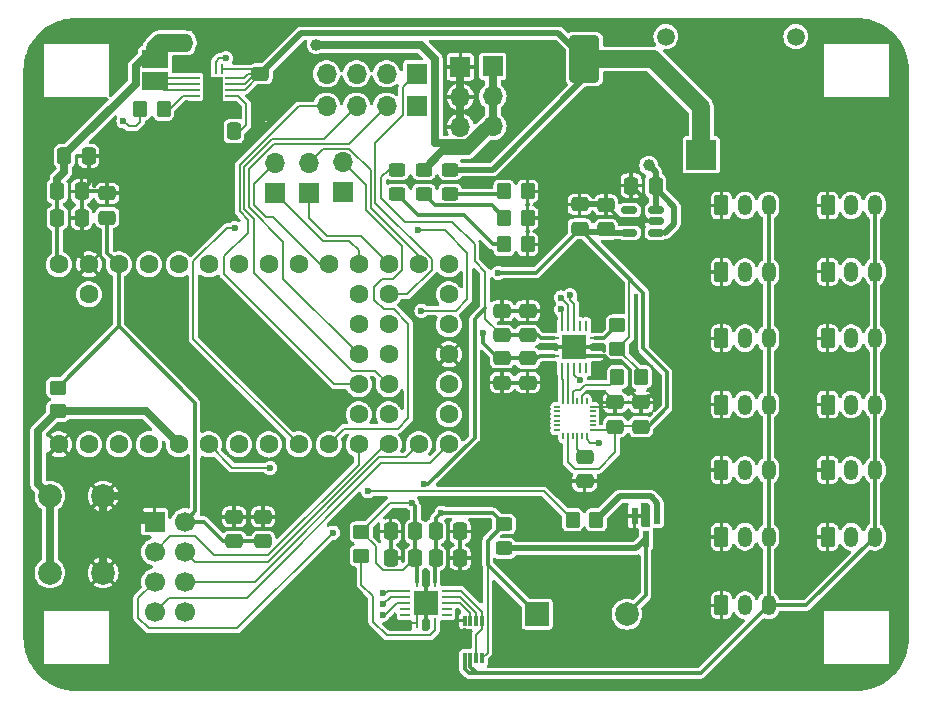
<source format=gbr>
%TF.GenerationSoftware,KiCad,Pcbnew,8.0.8*%
%TF.CreationDate,2025-01-18T14:14:55+07:00*%
%TF.ProjectId,Teensy4.0,5465656e-7379-4342-9e30-2e6b69636164,rev?*%
%TF.SameCoordinates,Original*%
%TF.FileFunction,Copper,L1,Top*%
%TF.FilePolarity,Positive*%
%FSLAX46Y46*%
G04 Gerber Fmt 4.6, Leading zero omitted, Abs format (unit mm)*
G04 Created by KiCad (PCBNEW 8.0.8) date 2025-01-18 14:14:55*
%MOMM*%
%LPD*%
G01*
G04 APERTURE LIST*
G04 Aperture macros list*
%AMRoundRect*
0 Rectangle with rounded corners*
0 $1 Rounding radius*
0 $2 $3 $4 $5 $6 $7 $8 $9 X,Y pos of 4 corners*
0 Add a 4 corners polygon primitive as box body*
4,1,4,$2,$3,$4,$5,$6,$7,$8,$9,$2,$3,0*
0 Add four circle primitives for the rounded corners*
1,1,$1+$1,$2,$3*
1,1,$1+$1,$4,$5*
1,1,$1+$1,$6,$7*
1,1,$1+$1,$8,$9*
0 Add four rect primitives between the rounded corners*
20,1,$1+$1,$2,$3,$4,$5,0*
20,1,$1+$1,$4,$5,$6,$7,0*
20,1,$1+$1,$6,$7,$8,$9,0*
20,1,$1+$1,$8,$9,$2,$3,0*%
G04 Aperture macros list end*
%TA.AperFunction,SMDPad,CuDef*%
%ADD10R,0.300000X0.850000*%
%TD*%
%TA.AperFunction,ComponentPad*%
%ADD11RoundRect,0.250000X-0.350000X-0.625000X0.350000X-0.625000X0.350000X0.625000X-0.350000X0.625000X0*%
%TD*%
%TA.AperFunction,ComponentPad*%
%ADD12O,1.200000X1.750000*%
%TD*%
%TA.AperFunction,ComponentPad*%
%ADD13R,2.000000X2.000000*%
%TD*%
%TA.AperFunction,ComponentPad*%
%ADD14C,2.000000*%
%TD*%
%TA.AperFunction,SMDPad,CuDef*%
%ADD15RoundRect,0.250000X0.475000X-0.337500X0.475000X0.337500X-0.475000X0.337500X-0.475000X-0.337500X0*%
%TD*%
%TA.AperFunction,ComponentPad*%
%ADD16R,1.700000X1.700000*%
%TD*%
%TA.AperFunction,ComponentPad*%
%ADD17O,1.700000X1.700000*%
%TD*%
%TA.AperFunction,SMDPad,CuDef*%
%ADD18RoundRect,0.250000X-0.475000X0.337500X-0.475000X-0.337500X0.475000X-0.337500X0.475000X0.337500X0*%
%TD*%
%TA.AperFunction,SMDPad,CuDef*%
%ADD19RoundRect,0.250000X0.350000X0.450000X-0.350000X0.450000X-0.350000X-0.450000X0.350000X-0.450000X0*%
%TD*%
%TA.AperFunction,SMDPad,CuDef*%
%ADD20RoundRect,0.250000X-0.350000X-0.450000X0.350000X-0.450000X0.350000X0.450000X-0.350000X0.450000X0*%
%TD*%
%TA.AperFunction,SMDPad,CuDef*%
%ADD21RoundRect,0.250000X-0.337500X-0.475000X0.337500X-0.475000X0.337500X0.475000X-0.337500X0.475000X0*%
%TD*%
%TA.AperFunction,SMDPad,CuDef*%
%ADD22RoundRect,0.250000X0.337500X0.475000X-0.337500X0.475000X-0.337500X-0.475000X0.337500X-0.475000X0*%
%TD*%
%TA.AperFunction,SMDPad,CuDef*%
%ADD23RoundRect,0.050000X-0.225000X-0.050000X0.225000X-0.050000X0.225000X0.050000X-0.225000X0.050000X0*%
%TD*%
%TA.AperFunction,SMDPad,CuDef*%
%ADD24RoundRect,0.050000X0.050000X-0.225000X0.050000X0.225000X-0.050000X0.225000X-0.050000X-0.225000X0*%
%TD*%
%TA.AperFunction,SMDPad,CuDef*%
%ADD25RoundRect,0.250000X0.450000X-0.325000X0.450000X0.325000X-0.450000X0.325000X-0.450000X-0.325000X0*%
%TD*%
%TA.AperFunction,SMDPad,CuDef*%
%ADD26RoundRect,0.250000X1.000000X-1.750000X1.000000X1.750000X-1.000000X1.750000X-1.000000X-1.750000X0*%
%TD*%
%TA.AperFunction,SMDPad,CuDef*%
%ADD27R,0.280000X0.850000*%
%TD*%
%TA.AperFunction,SMDPad,CuDef*%
%ADD28R,0.850000X0.280000*%
%TD*%
%TA.AperFunction,SMDPad,CuDef*%
%ADD29R,2.050000X2.050000*%
%TD*%
%TA.AperFunction,ComponentPad*%
%ADD30C,1.700000*%
%TD*%
%TA.AperFunction,SMDPad,CuDef*%
%ADD31RoundRect,0.250000X0.450000X-0.350000X0.450000X0.350000X-0.450000X0.350000X-0.450000X-0.350000X0*%
%TD*%
%TA.AperFunction,SMDPad,CuDef*%
%ADD32R,2.260600X1.498600*%
%TD*%
%TA.AperFunction,ComponentPad*%
%ADD33C,1.600000*%
%TD*%
%TA.AperFunction,SMDPad,CuDef*%
%ADD34RoundRect,0.250000X-0.450000X0.350000X-0.450000X-0.350000X0.450000X-0.350000X0.450000X0.350000X0*%
%TD*%
%TA.AperFunction,SMDPad,CuDef*%
%ADD35RoundRect,0.150000X0.512500X0.150000X-0.512500X0.150000X-0.512500X-0.150000X0.512500X-0.150000X0*%
%TD*%
%TA.AperFunction,ComponentPad*%
%ADD36C,2.550000*%
%TD*%
%TA.AperFunction,ComponentPad*%
%ADD37R,2.550000X2.550000*%
%TD*%
%TA.AperFunction,ComponentPad*%
%ADD38C,1.508000*%
%TD*%
%TA.AperFunction,SMDPad,CuDef*%
%ADD39RoundRect,0.250000X-0.450000X0.325000X-0.450000X-0.325000X0.450000X-0.325000X0.450000X0.325000X0*%
%TD*%
%TA.AperFunction,SMDPad,CuDef*%
%ADD40R,0.558800X1.422400*%
%TD*%
%TA.AperFunction,SMDPad,CuDef*%
%ADD41R,1.700000X1.700000*%
%TD*%
%TA.AperFunction,ViaPad*%
%ADD42C,1.000000*%
%TD*%
%TA.AperFunction,ViaPad*%
%ADD43C,0.600000*%
%TD*%
%TA.AperFunction,ViaPad*%
%ADD44C,2.000000*%
%TD*%
%TA.AperFunction,Conductor*%
%ADD45C,1.500000*%
%TD*%
%TA.AperFunction,Conductor*%
%ADD46C,0.300000*%
%TD*%
%TA.AperFunction,Conductor*%
%ADD47C,0.200000*%
%TD*%
%TA.AperFunction,Conductor*%
%ADD48C,0.700000*%
%TD*%
%TA.AperFunction,Conductor*%
%ADD49C,0.500000*%
%TD*%
G04 APERTURE END LIST*
D10*
%TO.P,IC2,1,~{OE}*%
%TO.N,/OE_PIN*%
X143350000Y-120550000D03*
%TO.P,IC2,2,A1*%
%TO.N,/to_nc7*%
X142850000Y-120550000D03*
%TO.P,IC2,3,Y2*%
%TO.N,/from_nc7*%
X142350000Y-120550000D03*
%TO.P,IC2,4,GND*%
%TO.N,GND*%
X141850000Y-120550000D03*
%TO.P,IC2,5,A2*%
%TO.N,Net-(IC2-A2)*%
X141850000Y-123700000D03*
%TO.P,IC2,6,Y1*%
X142350000Y-123700000D03*
%TO.P,IC2,7,OE*%
%TO.N,/OE_PIN*%
X142850000Y-123700000D03*
%TO.P,IC2,8,VCC*%
%TO.N,+5V*%
X143350000Y-123700000D03*
%TD*%
D11*
%TO.P,servo1,1,Pin_1*%
%TO.N,GND*%
X172600000Y-102250000D03*
D12*
%TO.P,servo1,2,Pin_2*%
%TO.N,VCC*%
X174600000Y-102250000D03*
%TO.P,servo1,3,Pin_3*%
%TO.N,Net-(IC2-A2)*%
X176600000Y-102250000D03*
%TD*%
D13*
%TO.P,BZ1,1,+*%
%TO.N,+5V*%
X148000000Y-120000000D03*
D14*
%TO.P,BZ1,2,-*%
%TO.N,Net-(BZ1--)*%
X155600000Y-120000000D03*
%TD*%
D15*
%TO.P,C24,1*%
%TO.N,+3V3*%
X145000000Y-96400000D03*
%TO.P,C24,2*%
%TO.N,GND*%
X145000000Y-94325000D03*
%TD*%
D16*
%TO.P,J1,1,Pin_1*%
%TO.N,Net-(J1-Pin_1)*%
X137790000Y-74250000D03*
D17*
%TO.P,J1,2,Pin_2*%
%TO.N,Net-(J1-Pin_2)*%
X135250000Y-74250000D03*
%TO.P,J1,3,Pin_3*%
%TO.N,Net-(J1-Pin_3)*%
X132710000Y-74250000D03*
%TO.P,J1,4,Pin_4*%
%TO.N,Net-(J1-Pin_4)*%
X130170000Y-74250000D03*
%TD*%
D18*
%TO.P,C23,1*%
%TO.N,GND*%
X147200000Y-94325000D03*
%TO.P,C23,2*%
%TO.N,+3V3*%
X147200000Y-96400000D03*
%TD*%
D19*
%TO.P,R11,1*%
%TO.N,GND*%
X147200000Y-86450000D03*
%TO.P,R11,2*%
%TO.N,Net-(D1-K)*%
X145200000Y-86450000D03*
%TD*%
D20*
%TO.P,R1,1*%
%TO.N,+5V*%
X114373718Y-77225002D03*
%TO.P,R1,2*%
%TO.N,Net-(U4-PG)*%
X116373718Y-77225002D03*
%TD*%
D19*
%TO.P,R2,1*%
%TO.N,+1V8*%
X156800000Y-99925000D03*
%TO.P,R2,2*%
%TO.N,Net-(U6-~{CS})*%
X154800000Y-99925000D03*
%TD*%
D21*
%TO.P,C17,1*%
%TO.N,+5V*%
X139400000Y-115250000D03*
%TO.P,C17,2*%
%TO.N,GND*%
X141475000Y-115250000D03*
%TD*%
D11*
%TO.P,servo13,1,Pin_1*%
%TO.N,GND*%
X172600000Y-96650000D03*
D12*
%TO.P,servo13,2,Pin_2*%
%TO.N,VCC*%
X174600000Y-96650000D03*
%TO.P,servo13,3,Pin_3*%
%TO.N,Net-(IC2-A2)*%
X176600000Y-96650000D03*
%TD*%
D22*
%TO.P,C2,1*%
%TO.N,GND*%
X109437500Y-84200000D03*
%TO.P,C2,2*%
%TO.N,+5V*%
X107362500Y-84200000D03*
%TD*%
D23*
%TO.P,U6,1,NC*%
%TO.N,unconnected-(U6-NC-Pad1)*%
X149700000Y-102425000D03*
%TO.P,U6,2,NC*%
%TO.N,unconnected-(U6-NC-Pad2)*%
X149700000Y-102825000D03*
%TO.P,U6,3,NC*%
%TO.N,unconnected-(U6-NC-Pad3)*%
X149700000Y-103225000D03*
%TO.P,U6,4,NC*%
%TO.N,unconnected-(U6-NC-Pad4)*%
X149700000Y-103625000D03*
%TO.P,U6,5,NC*%
%TO.N,unconnected-(U6-NC-Pad5)*%
X149700000Y-104025000D03*
%TO.P,U6,6,NC*%
%TO.N,unconnected-(U6-NC-Pad6)*%
X149700000Y-104425000D03*
D24*
%TO.P,U6,7,AUX_CL*%
%TO.N,unconnected-(U6-AUX_CL-Pad7)*%
X150200000Y-104925000D03*
%TO.P,U6,8,VDDIO*%
%TO.N,+1V8*%
X150600000Y-104925000D03*
%TO.P,U6,9,SDO/AD0*%
%TO.N,unconnected-(U6-SDO{slash}AD0-Pad9)*%
X151000000Y-104925000D03*
%TO.P,U6,10,REGOUT*%
%TO.N,Net-(U6-REGOUT)*%
X151400000Y-104925000D03*
%TO.P,U6,11,FSYNC*%
%TO.N,unconnected-(U6-FSYNC-Pad11)*%
X151800000Y-104925000D03*
%TO.P,U6,12,INT1*%
%TO.N,/INT_1V8*%
X152200000Y-104925000D03*
D23*
%TO.P,U6,13,VDD*%
%TO.N,+1V8*%
X152700000Y-104425000D03*
%TO.P,U6,14,NC*%
%TO.N,unconnected-(U6-NC-Pad14)*%
X152700000Y-104025000D03*
%TO.P,U6,15,NC*%
%TO.N,unconnected-(U6-NC-Pad15)*%
X152700000Y-103625000D03*
%TO.P,U6,16,NC*%
%TO.N,unconnected-(U6-NC-Pad16)*%
X152700000Y-103225000D03*
%TO.P,U6,17,NC*%
%TO.N,unconnected-(U6-NC-Pad17)*%
X152700000Y-102825000D03*
%TO.P,U6,18,GND*%
%TO.N,GND*%
X152700000Y-102425000D03*
D24*
%TO.P,U6,19,RESV*%
%TO.N,unconnected-(U6-RESV-Pad19)*%
X152200000Y-101925000D03*
%TO.P,U6,20,GND*%
%TO.N,GND*%
X151800000Y-101925000D03*
%TO.P,U6,21,AUX_DA*%
%TO.N,unconnected-(U6-AUX_DA-Pad21)*%
X151400000Y-101925000D03*
%TO.P,U6,22,~{CS}*%
%TO.N,Net-(U6-~{CS})*%
X151000000Y-101925000D03*
%TO.P,U6,23,SCL/SCLK*%
%TO.N,/SCL_1V8*%
X150600000Y-101925000D03*
%TO.P,U6,24,SDA/SDI*%
%TO.N,/SDA_1V8*%
X150200000Y-101925000D03*
%TD*%
D19*
%TO.P,R13,1*%
%TO.N,GND*%
X147200000Y-84200000D03*
%TO.P,R13,2*%
%TO.N,Net-(D4-K)*%
X145200000Y-84200000D03*
%TD*%
D21*
%TO.P,C21,1*%
%TO.N,GND*%
X135600000Y-115250000D03*
%TO.P,C21,2*%
%TO.N,+3V3*%
X137675000Y-115250000D03*
%TD*%
D25*
%TO.P,VCC,1,K*%
%TO.N,Net-(D4-K)*%
X140650000Y-84425000D03*
%TO.P,VCC,2,A*%
%TO.N,VCC*%
X140650000Y-82375000D03*
%TD*%
D15*
%TO.P,C18,1*%
%TO.N,+1V8*%
X154610000Y-104137500D03*
%TO.P,C18,2*%
%TO.N,GND*%
X154610000Y-102062500D03*
%TD*%
%TO.P,C14,1*%
%TO.N,+3V3*%
X111600000Y-86437500D03*
%TO.P,C14,2*%
%TO.N,GND*%
X111600000Y-84362500D03*
%TD*%
D26*
%TO.P,C13,1*%
%TO.N,GND*%
X152000000Y-81000000D03*
%TO.P,C13,2*%
%TO.N,VCC*%
X152000000Y-73000000D03*
%TD*%
D15*
%TO.P,C16,1*%
%TO.N,GND*%
X145025000Y-100387500D03*
%TO.P,C16,2*%
%TO.N,+1V8*%
X145025000Y-98312500D03*
%TD*%
D27*
%TO.P,U3,1,VCCA*%
%TO.N,+3V3*%
X137837498Y-117300000D03*
D28*
%TO.P,U3,2,A1*%
%TO.N,/servo_dir*%
X136818498Y-118030999D03*
%TO.P,U3,3,A2*%
%TO.N,/servo_tx*%
X136818498Y-118531001D03*
%TO.P,U3,4,A3*%
%TO.N,/servo_rx*%
X136818498Y-119031000D03*
%TO.P,U3,5,A4*%
%TO.N,unconnected-(U3-A4-Pad5)*%
X136818498Y-119530999D03*
%TO.P,U3,6,NC*%
%TO.N,unconnected-(U3-NC-Pad6)*%
X136818498Y-120031001D03*
D27*
%TO.P,U3,7,GND*%
%TO.N,GND*%
X137837498Y-120762000D03*
%TO.P,U3,8,OE*%
%TO.N,Net-(U3-OE)*%
X139337500Y-120762000D03*
D28*
%TO.P,U3,9,NC*%
%TO.N,unconnected-(U3-NC-Pad9)*%
X140356500Y-120031001D03*
%TO.P,U3,10,B4*%
%TO.N,unconnected-(U3-B4-Pad10)*%
X140356500Y-119530999D03*
%TO.P,U3,11,B3*%
%TO.N,/from_nc7*%
X140356500Y-119031000D03*
%TO.P,U3,12,B2*%
%TO.N,/to_nc7*%
X140356500Y-118531001D03*
%TO.P,U3,13,B1*%
%TO.N,/OE_PIN*%
X140356500Y-118030999D03*
D27*
%TO.P,U3,14,VCCB*%
%TO.N,+5V*%
X139337500Y-117300000D03*
D29*
%TO.P,U3,15,EPAD*%
%TO.N,GND*%
X138587499Y-119031000D03*
%TD*%
D19*
%TO.P,R3,1*%
%TO.N,GND*%
X147200000Y-88700000D03*
%TO.P,R3,2*%
%TO.N,Net-(D5-K)*%
X145200000Y-88700000D03*
%TD*%
D16*
%TO.P,U2,1,GND*%
%TO.N,GND*%
X115610500Y-112175000D03*
D30*
%TO.P,U2,2,VCC*%
%TO.N,+3V3*%
X118150500Y-112175000D03*
%TO.P,U2,3,CE*%
%TO.N,/NRF_CE*%
X115610500Y-114715000D03*
%TO.P,U2,4,~{CSN}*%
%TO.N,/NRF_CSN*%
X118150500Y-114715000D03*
%TO.P,U2,5,SCK*%
%TO.N,/NRF_SCK*%
X115610500Y-117255000D03*
%TO.P,U2,6,MOSI*%
%TO.N,/NRF_MOSI*%
X118150500Y-117255000D03*
%TO.P,U2,7,MISO*%
%TO.N,/NRF_MISO*%
X115610500Y-119795000D03*
%TO.P,U2,8,IRQ*%
%TO.N,unconnected-(U2-IRQ-Pad8)*%
X118150500Y-119795000D03*
%TD*%
D11*
%TO.P,servo11,1,Pin_1*%
%TO.N,GND*%
X172600000Y-85400000D03*
D12*
%TO.P,servo11,2,Pin_2*%
%TO.N,VCC*%
X174600000Y-85400000D03*
%TO.P,servo11,3,Pin_3*%
%TO.N,Net-(IC2-A2)*%
X176600000Y-85400000D03*
%TD*%
D31*
%TO.P,R9,1*%
%TO.N,Net-(U3-OE)*%
X133112500Y-115050000D03*
%TO.P,R9,2*%
%TO.N,+3V3*%
X133112500Y-113050000D03*
%TD*%
D15*
%TO.P,C3,1*%
%TO.N,+3V3*%
X122350000Y-113837500D03*
%TO.P,C3,2*%
%TO.N,GND*%
X122350000Y-111762500D03*
%TD*%
D11*
%TO.P,servo5,1,Pin_1*%
%TO.N,GND*%
X163600000Y-107800000D03*
D12*
%TO.P,servo5,2,Pin_2*%
%TO.N,VCC*%
X165600000Y-107800000D03*
%TO.P,servo5,3,Pin_3*%
%TO.N,Net-(IC2-A2)*%
X167600000Y-107800000D03*
%TD*%
D11*
%TO.P,servo4,1,Pin_1*%
%TO.N,GND*%
X163600000Y-119250000D03*
D12*
%TO.P,servo4,2,Pin_2*%
%TO.N,VCC*%
X165600000Y-119250000D03*
%TO.P,servo4,3,Pin_3*%
%TO.N,Net-(IC2-A2)*%
X167600000Y-119250000D03*
%TD*%
D16*
%TO.P,5V,1,Pin_1*%
%TO.N,+5V*%
X144250000Y-73630000D03*
D17*
%TO.P,5V,2,Pin_2*%
X144250000Y-76170000D03*
%TO.P,5V,3,Pin_3*%
X144250000Y-78710000D03*
%TD*%
D15*
%TO.P,C7,1*%
%TO.N,GND*%
X152010000Y-108737500D03*
%TO.P,C7,2*%
%TO.N,Net-(U6-REGOUT)*%
X152010000Y-106662500D03*
%TD*%
D11*
%TO.P,servo2,1,Pin_1*%
%TO.N,GND*%
X163600000Y-113450000D03*
D12*
%TO.P,servo2,2,Pin_2*%
%TO.N,VCC*%
X165600000Y-113450000D03*
%TO.P,servo2,3,Pin_3*%
%TO.N,Net-(IC2-A2)*%
X167600000Y-113450000D03*
%TD*%
D15*
%TO.P,C11,1*%
%TO.N,+1V8*%
X151600000Y-87387500D03*
%TO.P,C11,2*%
%TO.N,GND*%
X151600000Y-85312500D03*
%TD*%
D31*
%TO.P,R7,1*%
%TO.N,/button*%
X107400000Y-102810000D03*
%TO.P,R7,2*%
%TO.N,+3V3*%
X107400000Y-100810000D03*
%TD*%
D25*
%TO.P,3V3,1,K*%
%TO.N,Net-(D5-K)*%
X136150000Y-84425000D03*
%TO.P,3V3,2,A*%
%TO.N,+3V3*%
X136150000Y-82375000D03*
%TD*%
D18*
%TO.P,C6,1*%
%TO.N,GND*%
X124573718Y-72187502D03*
%TO.P,C6,2*%
%TO.N,VCC*%
X124573718Y-74262502D03*
%TD*%
D21*
%TO.P,C20,1*%
%TO.N,GND*%
X135600000Y-113000000D03*
%TO.P,C20,2*%
%TO.N,+3V3*%
X137675000Y-113000000D03*
%TD*%
D20*
%TO.P,R4,1*%
%TO.N,/buzzer*%
X151000000Y-112000000D03*
%TO.P,R4,2*%
%TO.N,Net-(U8-BASE)*%
X153000000Y-112000000D03*
%TD*%
D16*
%TO.P,S4,1,Pin_1*%
%TO.N,/serial_rx4*%
X125800000Y-84300000D03*
D17*
%TO.P,S4,2,Pin_2*%
%TO.N,/serial_tx4*%
X125800000Y-81760000D03*
%TD*%
D22*
%TO.P,C8,1*%
%TO.N,+5V*%
X158025000Y-83712500D03*
%TO.P,C8,2*%
%TO.N,GND*%
X155950000Y-83712500D03*
%TD*%
D28*
%TO.P,U7,1,VCCA*%
%TO.N,+1V8*%
X149400000Y-98125000D03*
D27*
%TO.P,U7,2,A1*%
%TO.N,/SDA_1V8*%
X150130999Y-99144000D03*
%TO.P,U7,3,A2*%
%TO.N,/SCL_1V8*%
X150631001Y-99144000D03*
%TO.P,U7,4,A3*%
%TO.N,/INT_1V8*%
X151131000Y-99144000D03*
%TO.P,U7,5,A4*%
%TO.N,unconnected-(U7-A4-Pad5)*%
X151630999Y-99144000D03*
%TO.P,U7,6,NC*%
%TO.N,unconnected-(U7-NC-Pad6)*%
X152131001Y-99144000D03*
D28*
%TO.P,U7,7,GND*%
%TO.N,GND*%
X152862000Y-98125000D03*
%TO.P,U7,8,OE*%
%TO.N,Net-(U7-OE)*%
X152862000Y-96624998D03*
D27*
%TO.P,U7,9,NC*%
%TO.N,unconnected-(U7-NC-Pad9)*%
X152131001Y-95605998D03*
%TO.P,U7,10,B4*%
%TO.N,unconnected-(U7-B4-Pad10)*%
X151630999Y-95605998D03*
%TO.P,U7,11,B3*%
%TO.N,/ICM_INT*%
X151131000Y-95605998D03*
%TO.P,U7,12,B2*%
%TO.N,/SCL*%
X150631001Y-95605998D03*
%TO.P,U7,13,B1*%
%TO.N,/SDA*%
X150130999Y-95605998D03*
D28*
%TO.P,U7,14,VCCB*%
%TO.N,+3V3*%
X149400000Y-96624998D03*
D29*
%TO.P,U7,15,EPAD*%
%TO.N,GND*%
X151131000Y-97374999D03*
%TD*%
D25*
%TO.P,5V,1,K*%
%TO.N,Net-(D1-K)*%
X138400000Y-84425000D03*
%TO.P,5V,2,A*%
%TO.N,+5V*%
X138400000Y-82375000D03*
%TD*%
D11*
%TO.P,servo10,1,Pin_1*%
%TO.N,GND*%
X163600000Y-102250000D03*
D12*
%TO.P,servo10,2,Pin_2*%
%TO.N,VCC*%
X165600000Y-102250000D03*
%TO.P,servo10,3,Pin_3*%
%TO.N,Net-(IC2-A2)*%
X167600000Y-102250000D03*
%TD*%
D15*
%TO.P,C15,1*%
%TO.N,+3V3*%
X124800000Y-113837500D03*
%TO.P,C15,2*%
%TO.N,GND*%
X124800000Y-111762500D03*
%TD*%
D32*
%TO.P,L1,1,1*%
%TO.N,+5V*%
X115673718Y-72972502D03*
%TO.P,L1,2,2*%
%TO.N,Net-(L1-Pad2)*%
X115673718Y-74877502D03*
%TD*%
D16*
%TO.P,S2,1,Pin_1*%
%TO.N,/serial_rx2*%
X131600000Y-84275000D03*
D17*
%TO.P,S2,2,Pin_2*%
%TO.N,/serial_tx2*%
X131600000Y-81735000D03*
%TD*%
D33*
%TO.P,U1,1,GND*%
%TO.N,GND*%
X107490000Y-105620000D03*
%TO.P,U1,2,0_RX1_CRX2_CS1*%
%TO.N,/servo_rx*%
X110030000Y-105620000D03*
%TO.P,U1,3,1_TX1_CTX2_MISO1*%
%TO.N,/servo_tx*%
X112570000Y-105620000D03*
%TO.P,U1,4,2_OUT2*%
%TO.N,/servo_dir*%
X115110000Y-105620000D03*
%TO.P,U1,5,3_LRCLK2*%
%TO.N,/button*%
X117650000Y-105620000D03*
%TO.P,U1,6,4_BCLK2*%
%TO.N,/buzzer*%
X120190000Y-105620000D03*
%TO.P,U1,7,5_IN2*%
%TO.N,unconnected-(U1-5_IN2-Pad7)*%
X122730000Y-105620000D03*
%TO.P,U1,8,6_OUT1D*%
%TO.N,unconnected-(U1-6_OUT1D-Pad8)*%
X125270000Y-105620000D03*
%TO.P,U1,9,7_RX2_OUT1A*%
%TO.N,/serial_rx2*%
X127810000Y-105620000D03*
%TO.P,U1,10,8_TX2_IN1*%
%TO.N,/serial_tx2*%
X130350000Y-105620000D03*
%TO.P,U1,11,9_OUT1C*%
%TO.N,/NRF_CE*%
X132890000Y-105620000D03*
%TO.P,U1,12,10_CS_MQSR*%
%TO.N,/NRF_CSN*%
X135430000Y-105620000D03*
%TO.P,U1,13,11_MOSI_CTX1*%
%TO.N,/NRF_MOSI*%
X137970000Y-105620000D03*
%TO.P,U1,14,12_MISO_MQSL*%
%TO.N,/NRF_MISO*%
X140510000Y-105620000D03*
%TO.P,U1,15,VBAT*%
%TO.N,unconnected-(U1-VBAT-Pad15)*%
X140510000Y-103080000D03*
%TO.P,U1,16,3V3*%
%TO.N,unconnected-(U1-3V3-Pad16)*%
X140510000Y-100540000D03*
%TO.P,U1,17,GND*%
%TO.N,GND*%
X140510000Y-98000000D03*
%TO.P,U1,18,PROGRAM*%
%TO.N,unconnected-(U1-PROGRAM-Pad18)*%
X140510000Y-95460000D03*
%TO.P,U1,19,ON_OFF*%
%TO.N,unconnected-(U1-ON_OFF-Pad19)*%
X140510000Y-92920000D03*
%TO.P,U1,20,13_SCK_CRX1_LED*%
%TO.N,/NRF_SCK*%
X140510000Y-90380000D03*
%TO.P,U1,21,14_A0_TX3_SPDIF_OUT*%
%TO.N,/serial_tx3*%
X137970000Y-90380000D03*
%TO.P,U1,22,15_A1_RX3_SPDIF_IN*%
%TO.N,/serial_rx3*%
X135430000Y-90380000D03*
%TO.P,U1,23,16_A2_RX4_SCL1*%
%TO.N,/serial_rx4*%
X132890000Y-90380000D03*
%TO.P,U1,24,17_A3_TX4_SDA1*%
%TO.N,/serial_tx4*%
X130350000Y-90380000D03*
%TO.P,U1,25,18_A4_SDA0*%
%TO.N,/SDA*%
X127810000Y-90380000D03*
%TO.P,U1,26,19_A5_SCL0*%
%TO.N,/SCL*%
X125270000Y-90380000D03*
%TO.P,U1,27,20_A6_TX5_LRCLK1*%
%TO.N,/ICM_INT*%
X122730000Y-90380000D03*
%TO.P,U1,28,21_A7_RX5_BCLK1*%
%TO.N,unconnected-(U1-21_A7_RX5_BCLK1-Pad28)*%
X120190000Y-90380000D03*
%TO.P,U1,29,22_A8_CTX1*%
%TO.N,unconnected-(U1-22_A8_CTX1-Pad29)*%
X117650000Y-90380000D03*
%TO.P,U1,30,23_A9_CRX1_MCLK1*%
%TO.N,unconnected-(U1-23_A9_CRX1_MCLK1-Pad30)*%
X115110000Y-90380000D03*
%TO.P,U1,31,3V3*%
%TO.N,+3V3*%
X112570000Y-90380000D03*
%TO.P,U1,32,GND*%
%TO.N,GND*%
X110030000Y-90380000D03*
%TO.P,U1,33,VIN*%
%TO.N,+5V*%
X107490000Y-90380000D03*
%TO.P,U1,34,VUSB*%
%TO.N,unconnected-(U1-VUSB-Pad34)*%
X110030000Y-92920000D03*
%TO.P,U1,35,24_A10_TX6_SCL2*%
%TO.N,Net-(J1-Pin_1)*%
X135430000Y-92920000D03*
%TO.P,U1,36,25_A11_RX6_SDA2*%
%TO.N,Net-(J1-Pin_2)*%
X132890000Y-92920000D03*
%TO.P,U1,37,26_A12_MOSI1*%
%TO.N,Net-(J1-Pin_3)*%
X135430000Y-95460000D03*
%TO.P,U1,38,27_A13_SCK1*%
%TO.N,Net-(J1-Pin_4)*%
X132890000Y-95460000D03*
%TO.P,U1,39,28_RX7*%
%TO.N,Net-(J2-Pin_1)*%
X135430000Y-98000000D03*
%TO.P,U1,40,29_TX7*%
%TO.N,Net-(J2-Pin_2)*%
X132890000Y-98000000D03*
%TO.P,U1,41,30_CRX3*%
%TO.N,Net-(J2-Pin_3)*%
X135430000Y-100540000D03*
%TO.P,U1,42,31_CTX3*%
%TO.N,Net-(J2-Pin_4)*%
X132890000Y-100540000D03*
%TO.P,U1,43,32_OUT1B*%
%TO.N,unconnected-(U1-32_OUT1B-Pad43)*%
X135430000Y-103080000D03*
%TO.P,U1,44,33_MCLK2*%
%TO.N,unconnected-(U1-33_MCLK2-Pad44)*%
X132890000Y-103080000D03*
%TD*%
D11*
%TO.P,servo3,1,Pin_1*%
%TO.N,GND*%
X163600000Y-96650000D03*
D12*
%TO.P,servo3,2,Pin_2*%
%TO.N,VCC*%
X165600000Y-96650000D03*
%TO.P,servo3,3,Pin_3*%
%TO.N,Net-(IC2-A2)*%
X167600000Y-96650000D03*
%TD*%
D34*
%TO.P,R14,1*%
%TO.N,Net-(U7-OE)*%
X154800000Y-95525000D03*
%TO.P,R14,2*%
%TO.N,+1V8*%
X154800000Y-97525000D03*
%TD*%
D11*
%TO.P,servo9,1,Pin_1*%
%TO.N,GND*%
X172600000Y-91000000D03*
D12*
%TO.P,servo9,2,Pin_2*%
%TO.N,VCC*%
X174600000Y-91000000D03*
%TO.P,servo9,3,Pin_3*%
%TO.N,Net-(IC2-A2)*%
X176600000Y-91000000D03*
%TD*%
D15*
%TO.P,C19,1*%
%TO.N,+1V8*%
X156810000Y-104137500D03*
%TO.P,C19,2*%
%TO.N,GND*%
X156810000Y-102062500D03*
%TD*%
D14*
%TO.P,button1,1,1*%
%TO.N,/button*%
X106750000Y-116500000D03*
X106750000Y-110000000D03*
%TO.P,button1,2,2*%
%TO.N,GND*%
X111250000Y-116500000D03*
X111250000Y-110000000D03*
%TD*%
D16*
%TO.P,J2,1,Pin_1*%
%TO.N,Net-(J2-Pin_1)*%
X137790000Y-77000000D03*
D17*
%TO.P,J2,2,Pin_2*%
%TO.N,Net-(J2-Pin_2)*%
X135250000Y-77000000D03*
%TO.P,J2,3,Pin_3*%
%TO.N,Net-(J2-Pin_3)*%
X132710000Y-77000000D03*
%TO.P,J2,4,Pin_4*%
%TO.N,Net-(J2-Pin_4)*%
X130170000Y-77000000D03*
%TD*%
D16*
%TO.P,S3,1,Pin_1*%
%TO.N,/serial_rx3*%
X128700000Y-84300000D03*
D17*
%TO.P,S3,2,Pin_2*%
%TO.N,/serial_tx3*%
X128700000Y-81760000D03*
%TD*%
D35*
%TO.P,U5,1,VIN*%
%TO.N,+5V*%
X158075000Y-87700000D03*
%TO.P,U5,2,GND*%
%TO.N,GND*%
X158075000Y-86750000D03*
%TO.P,U5,3,EN*%
%TO.N,+5V*%
X158075000Y-85800000D03*
%TO.P,U5,4,NC*%
%TO.N,unconnected-(U5-NC-Pad4)*%
X155800000Y-85800000D03*
%TO.P,U5,5,VOUT*%
%TO.N,+1V8*%
X155800000Y-87700000D03*
%TD*%
D21*
%TO.P,C5,1*%
%TO.N,GND*%
X120236218Y-79125002D03*
%TO.P,C5,2*%
%TO.N,Net-(U4-SS{slash}TR)*%
X122311218Y-79125002D03*
%TD*%
D36*
%TO.P,Main Power,N,N*%
%TO.N,GND*%
X166900000Y-81105750D03*
D37*
%TO.P,Main Power,P,P*%
%TO.N,VCC*%
X161900000Y-81105750D03*
D38*
%TO.P,Main Power,S1*%
%TO.N,N/C*%
X169900000Y-71105750D03*
%TO.P,Main Power,S2*%
X158900000Y-71105750D03*
%TD*%
D39*
%TO.P,D3,1,K*%
%TO.N,+5V*%
X145200000Y-112375000D03*
%TO.P,D3,2,A*%
%TO.N,Net-(BZ1--)*%
X145200000Y-114425000D03*
%TD*%
D15*
%TO.P,C12,1*%
%TO.N,+1V8*%
X153822500Y-87425000D03*
%TO.P,C12,2*%
%TO.N,GND*%
X153822500Y-85350000D03*
%TD*%
D11*
%TO.P,servo12,1,Pin_1*%
%TO.N,GND*%
X163600000Y-91050000D03*
D12*
%TO.P,servo12,2,Pin_2*%
%TO.N,VCC*%
X165600000Y-91050000D03*
%TO.P,servo12,3,Pin_3*%
%TO.N,Net-(IC2-A2)*%
X167600000Y-91050000D03*
%TD*%
D40*
%TO.P,U8,1,BASE*%
%TO.N,Net-(U8-BASE)*%
X158152500Y-111669600D03*
%TO.P,U8,2,EMITTER*%
%TO.N,GND*%
X156247500Y-111669600D03*
%TO.P,U8,3,COLLECTOR*%
%TO.N,Net-(BZ1--)*%
X157200000Y-113600000D03*
%TD*%
D21*
%TO.P,C4,1*%
%TO.N,+5V*%
X118136218Y-71625002D03*
%TO.P,C4,2*%
%TO.N,GND*%
X120211218Y-71625002D03*
%TD*%
D28*
%TO.P,U4,1,SW*%
%TO.N,Net-(L1-Pad2)*%
X119048780Y-74600000D03*
%TO.P,U4,2,SW*%
X119048780Y-75100001D03*
%TO.P,U4,3,SW*%
X119048780Y-75600001D03*
%TO.P,U4,4,PG*%
%TO.N,Net-(U4-PG)*%
X119048780Y-76100002D03*
D27*
%TO.P,U4,5,FB*%
%TO.N,GND*%
X119773592Y-76825002D03*
%TO.P,U4,6,AGND*%
X120273718Y-76825002D03*
%TO.P,U4,7,FSW*%
X120773844Y-76825002D03*
%TO.P,U4,8,DEF*%
X121273970Y-76825002D03*
D28*
%TO.P,U4,9,SS/TR*%
%TO.N,Net-(U4-SS{slash}TR)*%
X121998782Y-76100002D03*
%TO.P,U4,10,AVIN*%
%TO.N,VCC*%
X121998782Y-75600001D03*
%TO.P,U4,11,PVIN*%
X121998782Y-75100001D03*
%TO.P,U4,12,PVIN*%
X121998782Y-74600000D03*
D27*
%TO.P,U4,13,EN*%
X121273970Y-73875000D03*
%TO.P,U4,14,VOS*%
%TO.N,+5V*%
X120773844Y-73875000D03*
%TO.P,U4,15,PGND*%
%TO.N,GND*%
X120273718Y-73875000D03*
%TO.P,U4,16,PGND*%
X119773592Y-73875000D03*
D41*
%TO.P,U4,17,EPAD*%
X120523781Y-75350001D03*
%TD*%
D11*
%TO.P,servo8,1,Pin_1*%
%TO.N,GND*%
X172600000Y-113450000D03*
D12*
%TO.P,servo8,2,Pin_2*%
%TO.N,VCC*%
X174600000Y-113450000D03*
%TO.P,servo8,3,Pin_3*%
%TO.N,Net-(IC2-A2)*%
X176600000Y-113450000D03*
%TD*%
D21*
%TO.P,C10,1*%
%TO.N,+5V*%
X139400000Y-113000000D03*
%TO.P,C10,2*%
%TO.N,GND*%
X141475000Y-113000000D03*
%TD*%
D18*
%TO.P,C22,1*%
%TO.N,+1V8*%
X147200000Y-98325000D03*
%TO.P,C22,2*%
%TO.N,GND*%
X147200000Y-100400000D03*
%TD*%
D22*
%TO.P,C1,1*%
%TO.N,GND*%
X109437500Y-86450000D03*
%TO.P,C1,2*%
%TO.N,+5V*%
X107362500Y-86450000D03*
%TD*%
D21*
%TO.P,C9,1*%
%TO.N,+5V*%
X107962500Y-81200000D03*
%TO.P,C9,2*%
%TO.N,GND*%
X110037500Y-81200000D03*
%TD*%
D11*
%TO.P,servo6,1,Pin_1*%
%TO.N,GND*%
X163600000Y-85400000D03*
D12*
%TO.P,servo6,2,Pin_2*%
%TO.N,VCC*%
X165600000Y-85400000D03*
%TO.P,servo6,3,Pin_3*%
%TO.N,Net-(IC2-A2)*%
X167600000Y-85400000D03*
%TD*%
D11*
%TO.P,servo7,1,Pin_1*%
%TO.N,GND*%
X172600000Y-107800000D03*
D12*
%TO.P,servo7,2,Pin_2*%
%TO.N,VCC*%
X174600000Y-107800000D03*
%TO.P,servo7,3,Pin_3*%
%TO.N,Net-(IC2-A2)*%
X176600000Y-107800000D03*
%TD*%
D16*
%TO.P,GND,1,Pin_1*%
%TO.N,GND*%
X141500000Y-73670000D03*
D17*
%TO.P,GND,2,Pin_2*%
X141500000Y-76210000D03*
%TO.P,GND,3,Pin_3*%
X141500000Y-78750000D03*
%TD*%
D42*
%TO.N,+5V*%
X157461715Y-82005718D03*
X129300000Y-71800000D03*
D43*
X139900000Y-111400000D03*
X121673718Y-72925002D03*
D42*
X116900000Y-71625002D03*
D43*
X112973718Y-78273718D03*
D42*
%TO.N,GND*%
X171750000Y-70500000D03*
D43*
X148800000Y-94200000D03*
X142500000Y-83500000D03*
D42*
X120586890Y-75413110D03*
X116900000Y-81900000D03*
X138587499Y-119031000D03*
X149000000Y-88500000D03*
D43*
X154900000Y-112100000D03*
D42*
X151178000Y-97422000D03*
X121800000Y-103100000D03*
X128400000Y-108200000D03*
X112500000Y-71000000D03*
X109000000Y-113300000D03*
X158800000Y-91400000D03*
X136500000Y-124000000D03*
X128300000Y-120700000D03*
X167300000Y-125100000D03*
X106500000Y-78000000D03*
X115500000Y-85000000D03*
X175100000Y-80800000D03*
X121700000Y-110000000D03*
D43*
X134400000Y-113000000D03*
D44*
X154800000Y-79900000D03*
D42*
X149000000Y-84000000D03*
D43*
X135600500Y-120762000D03*
D42*
X115500000Y-93900000D03*
X146100000Y-106700000D03*
X128900000Y-102300000D03*
X111250000Y-125500000D03*
X159900000Y-105300000D03*
X178250000Y-77750000D03*
D43*
X158000000Y-101500000D03*
X120373718Y-80725002D03*
X138600000Y-117200000D03*
X142800000Y-115200000D03*
X122073718Y-80725002D03*
D42*
X151900000Y-119000000D03*
X105250000Y-119000000D03*
X150500000Y-91000000D03*
X155900000Y-70800000D03*
X147500000Y-111500000D03*
X147900000Y-73500000D03*
X107700000Y-95100000D03*
X124300000Y-76100000D03*
X178500000Y-118000000D03*
X164400000Y-72900000D03*
X159000000Y-123000000D03*
X116500000Y-124300000D03*
X118200000Y-78700000D03*
X122500000Y-72000000D03*
X159000000Y-116200000D03*
D43*
%TO.N,+3V3*%
X138400000Y-109000000D03*
X137400000Y-110600000D03*
%TO.N,+1V8*%
X143400000Y-96200000D03*
X144700000Y-91100000D03*
%TO.N,Net-(J2-Pin_1)*%
X137900000Y-87500000D03*
X138200000Y-94300000D03*
%TO.N,/SDA*%
X150000000Y-94200000D03*
%TO.N,/SCL*%
X150000000Y-93200000D03*
%TO.N,/buzzer*%
X133700000Y-109600000D03*
X125400000Y-107600000D03*
%TO.N,/serial_rx2*%
X122400000Y-87300000D03*
%TO.N,/servo_tx*%
X134981250Y-119181250D03*
%TO.N,/NRF_SCK*%
X130700000Y-113100000D03*
%TO.N,/servo_dir*%
X134912500Y-118250000D03*
%TO.N,/servo_rx*%
X134912500Y-120050000D03*
%TO.N,/ICM_INT*%
X150800000Y-93000000D03*
%TO.N,/INT_1V8*%
X153200000Y-105500000D03*
X151600000Y-100200000D03*
%TD*%
D45*
%TO.N,+5V*%
X116900000Y-71625002D02*
X116073718Y-71625002D01*
D46*
X107362500Y-84200000D02*
X107362500Y-86450000D01*
X143800000Y-113775000D02*
X145200000Y-112375000D01*
D47*
X143800000Y-123250000D02*
X143800000Y-115200000D01*
D46*
X139337500Y-117300000D02*
X139337500Y-115312500D01*
D48*
X113993418Y-73578202D02*
X114599118Y-72972502D01*
D46*
X139400000Y-111900000D02*
X139900000Y-111400000D01*
D48*
X144250000Y-73630000D02*
X144250000Y-77979899D01*
X107362500Y-83137500D02*
X107362500Y-84200000D01*
D46*
X148000000Y-120000000D02*
X143800000Y-115800000D01*
X139400000Y-113000000D02*
X139400000Y-111900000D01*
D48*
X139350000Y-73010000D02*
X138140000Y-71800000D01*
X142079899Y-80150000D02*
X139350000Y-80150000D01*
X144250000Y-78710000D02*
X142160000Y-80800000D01*
D47*
X143350000Y-123700000D02*
X143800000Y-123250000D01*
D45*
X116073718Y-71625002D02*
X115673718Y-72025002D01*
D48*
X107962500Y-81200000D02*
X107962500Y-82537500D01*
D49*
X159587500Y-85512500D02*
X159587500Y-86932592D01*
D47*
X112973718Y-78273718D02*
X113400000Y-78700000D01*
D48*
X142160000Y-80800000D02*
X139975000Y-80800000D01*
D46*
X145200000Y-112375000D02*
X144225000Y-111400000D01*
D48*
X107962500Y-81137500D02*
X113993418Y-75106582D01*
D46*
X139337500Y-115312500D02*
X139400000Y-115250000D01*
D48*
X139350000Y-80150000D02*
X139350000Y-73010000D01*
D49*
X158025000Y-83950000D02*
X159587500Y-85512500D01*
D46*
X143800000Y-115200000D02*
X143800000Y-113775000D01*
D47*
X120773844Y-73210126D02*
X121058968Y-72925002D01*
D48*
X113993418Y-75106582D02*
X113993418Y-73578202D01*
D49*
X158025000Y-82569003D02*
X158025000Y-83712500D01*
D48*
X107962500Y-81200000D02*
X107962500Y-81137500D01*
X138140000Y-71800000D02*
X129300000Y-71800000D01*
X114599118Y-72972502D02*
X115673718Y-72972502D01*
D45*
X115673718Y-72025002D02*
X115673718Y-72972502D01*
D46*
X107362500Y-90252500D02*
X107490000Y-90380000D01*
D47*
X114000000Y-78700000D02*
X114373718Y-78326282D01*
X113400000Y-78700000D02*
X114000000Y-78700000D01*
X120773844Y-73875000D02*
X120773844Y-73210126D01*
D49*
X158025000Y-83712500D02*
X158025000Y-85750000D01*
X159587500Y-86932592D02*
X158820092Y-87700000D01*
D47*
X114373718Y-78326282D02*
X114373718Y-77225002D01*
D48*
X144250000Y-73630000D02*
X144250000Y-78710000D01*
D46*
X107362500Y-86450000D02*
X107362500Y-90252500D01*
X144225000Y-111400000D02*
X139900000Y-111400000D01*
D48*
X107962500Y-82537500D02*
X107362500Y-83137500D01*
X144250000Y-77979899D02*
X142079899Y-80150000D01*
D49*
X157461715Y-82005718D02*
X158025000Y-82569003D01*
D45*
X116900000Y-71625002D02*
X118136218Y-71625002D01*
D46*
X139400000Y-115250000D02*
X139400000Y-113000000D01*
D48*
X139975000Y-80800000D02*
X138400000Y-82375000D01*
D46*
X143800000Y-115800000D02*
X143800000Y-115200000D01*
D47*
X121058968Y-72925002D02*
X121673718Y-72925002D01*
D46*
%TO.N,Net-(D5-K)*%
X144300000Y-88700000D02*
X145200000Y-88700000D01*
X136150000Y-84425000D02*
X137925000Y-86200000D01*
X137925000Y-86200000D02*
X141800000Y-86200000D01*
X141800000Y-86200000D02*
X144300000Y-88700000D01*
D48*
%TO.N,/button*%
X107400000Y-102810000D02*
X114840000Y-102810000D01*
X107400000Y-102810000D02*
X105750000Y-104460000D01*
X105750000Y-109000000D02*
X106750000Y-110000000D01*
X105750000Y-104460000D02*
X105750000Y-109000000D01*
X114840000Y-102810000D02*
X117650000Y-105620000D01*
X106750000Y-110000000D02*
X106750000Y-116500000D01*
D49*
%TO.N,Net-(BZ1--)*%
X156375000Y-114425000D02*
X157200000Y-113600000D01*
D46*
X155600000Y-120000000D02*
X157200000Y-118400000D01*
X157200000Y-118400000D02*
X157200000Y-113600000D01*
D49*
X145200000Y-114425000D02*
X156375000Y-114425000D01*
D46*
%TO.N,GND*%
X157372500Y-101500000D02*
X156810000Y-102062500D01*
D47*
X119773592Y-74599812D02*
X120523781Y-75350001D01*
X137837498Y-119781001D02*
X138587499Y-119031000D01*
D46*
X155850000Y-99319544D02*
X155850000Y-101102500D01*
D47*
X137837498Y-120762000D02*
X137837498Y-119781001D01*
X120273718Y-76825002D02*
X120273718Y-75600064D01*
X120773844Y-75600064D02*
X120586890Y-75413110D01*
D46*
X110037500Y-81200000D02*
X110037500Y-83600000D01*
D47*
X120773844Y-77725128D02*
X121073718Y-78025002D01*
X121073718Y-78025002D02*
X121073718Y-80025002D01*
D46*
X151881001Y-98125000D02*
X151178001Y-97422000D01*
X111437500Y-84200000D02*
X111600000Y-84362500D01*
X110037500Y-83600000D02*
X109437500Y-84200000D01*
D48*
X111250000Y-110000000D02*
X112935500Y-110000000D01*
D46*
X158000000Y-101500000D02*
X157372500Y-101500000D01*
D49*
X151600000Y-85312500D02*
X153785000Y-85312500D01*
D47*
X152700000Y-102425000D02*
X154247500Y-102425000D01*
X120586890Y-75413110D02*
X120523781Y-75350001D01*
X151800000Y-101553640D02*
X152253640Y-101100000D01*
X154247500Y-102425000D02*
X154610000Y-102062500D01*
X121273718Y-76825254D02*
X121273718Y-77725002D01*
D46*
X155222500Y-86750000D02*
X153822500Y-85350000D01*
X109437500Y-84200000D02*
X109437500Y-86450000D01*
D47*
X120273718Y-75099938D02*
X120523781Y-75350001D01*
D46*
X147200000Y-94325000D02*
X145200000Y-94325000D01*
D47*
X121373718Y-80025002D02*
X122073718Y-80725002D01*
D46*
X152862000Y-98125000D02*
X153725000Y-98125000D01*
D47*
X121273970Y-76825002D02*
X121273718Y-76825254D01*
D46*
X157412501Y-86750000D02*
X156937500Y-86274999D01*
D47*
X119773592Y-73875000D02*
X119773592Y-74599812D01*
D46*
X151178000Y-97422000D02*
X151178000Y-97421999D01*
X153725000Y-98125000D02*
X154200000Y-98600000D01*
X147200000Y-100400000D02*
X145200000Y-100400000D01*
D47*
X121273970Y-76825002D02*
X121273970Y-76100190D01*
X119773592Y-78662376D02*
X120236218Y-79125002D01*
D46*
X155850000Y-101102500D02*
X156810000Y-102062500D01*
D47*
X121273970Y-76100190D02*
X120523781Y-75350001D01*
X120773844Y-76825002D02*
X120773844Y-75600064D01*
D46*
X151178000Y-97421999D02*
X151131000Y-97374999D01*
X141475000Y-115250000D02*
X141475000Y-113000000D01*
D47*
X121273718Y-77725002D02*
X121373718Y-77825002D01*
D46*
X122350000Y-111762500D02*
X124800000Y-111762500D01*
D48*
X111250000Y-110000000D02*
X111250000Y-116500000D01*
D46*
X154200000Y-98600000D02*
X155130456Y-98600000D01*
X155130456Y-98600000D02*
X155850000Y-99319544D01*
D47*
X120273718Y-76825002D02*
X120273718Y-79087502D01*
X121373718Y-77825002D02*
X121373718Y-80025002D01*
X154610000Y-102062500D02*
X156810000Y-102062500D01*
X119773592Y-76825002D02*
X119773592Y-78662376D01*
D48*
X141500000Y-73670000D02*
X141500000Y-78750000D01*
D46*
X158075000Y-86750000D02*
X155222500Y-86750000D01*
D47*
X151800000Y-101925000D02*
X151800000Y-101553640D01*
D46*
X151178001Y-97422000D02*
X151178000Y-97422000D01*
X152862000Y-98125000D02*
X151881001Y-98125000D01*
D47*
X152253640Y-101100000D02*
X153647500Y-101100000D01*
D46*
X109437500Y-84200000D02*
X111437500Y-84200000D01*
D47*
X120273718Y-75600064D02*
X120523781Y-75350001D01*
D46*
X109437500Y-89787500D02*
X110030000Y-90380000D01*
D47*
X121073718Y-80025002D02*
X120373718Y-80725002D01*
X137837498Y-120762000D02*
X135600500Y-120762000D01*
D48*
X112935500Y-110000000D02*
X115110500Y-112175000D01*
D46*
X156937500Y-84700000D02*
X155950000Y-83712500D01*
D47*
X120273718Y-79087502D02*
X120236218Y-79125002D01*
X120273718Y-73875000D02*
X120273718Y-75099938D01*
X120773844Y-76825002D02*
X120773844Y-77725128D01*
D46*
X156937500Y-86274999D02*
X156937500Y-84700000D01*
X135600000Y-115250000D02*
X135600000Y-113000000D01*
D47*
X119773592Y-76100190D02*
X120523781Y-75350001D01*
X119773592Y-76825002D02*
X119773592Y-76100190D01*
X153647500Y-101100000D02*
X154610000Y-102062500D01*
D46*
X109437500Y-86450000D02*
X109437500Y-89787500D01*
D47*
%TO.N,+3V3*%
X143600000Y-95000000D02*
X145000000Y-96400000D01*
D46*
X145200000Y-96400000D02*
X147200000Y-96400000D01*
D47*
X134312500Y-114250000D02*
X134312500Y-115650000D01*
X143600000Y-94100000D02*
X143600000Y-91000000D01*
X134800000Y-83000000D02*
X135425000Y-82375000D01*
D46*
X122350000Y-113837500D02*
X121437500Y-113837500D01*
D47*
X136800000Y-86800000D02*
X134800000Y-84800000D01*
X135425000Y-82375000D02*
X136150000Y-82375000D01*
D46*
X142700000Y-105056346D02*
X138756346Y-109000000D01*
D47*
X142700000Y-88700000D02*
X140800000Y-86800000D01*
X143600000Y-94100000D02*
X143600000Y-95000000D01*
X142700000Y-90100000D02*
X142700000Y-88700000D01*
D46*
X148075000Y-96400000D02*
X148299998Y-96624998D01*
X112570000Y-90380000D02*
X112570000Y-95640000D01*
X137837498Y-117300000D02*
X137837498Y-115412498D01*
X111600000Y-86437500D02*
X111600000Y-89410000D01*
D47*
X133112500Y-113050000D02*
X134312500Y-114250000D01*
D46*
X111600000Y-89410000D02*
X112570000Y-90380000D01*
D47*
X137400000Y-110600000D02*
X135562500Y-110600000D01*
X134800000Y-84800000D02*
X134800000Y-83000000D01*
X140800000Y-86800000D02*
X136800000Y-86800000D01*
D46*
X119040000Y-102110000D02*
X119040000Y-111285500D01*
X119040000Y-111285500D02*
X118150500Y-112175000D01*
X112570000Y-95640000D02*
X119040000Y-102110000D01*
X124800000Y-113837500D02*
X122350000Y-113837500D01*
X119775000Y-112175000D02*
X118150500Y-112175000D01*
D47*
X143600000Y-91000000D02*
X142700000Y-90100000D01*
D46*
X137400000Y-110600000D02*
X137675000Y-110875000D01*
X112570000Y-95640000D02*
X107400000Y-100810000D01*
X137837498Y-115412498D02*
X137675000Y-115250000D01*
X143600000Y-94100000D02*
X142700000Y-95000000D01*
X142700000Y-95000000D02*
X142700000Y-105056346D01*
D47*
X134312500Y-115650000D02*
X134937500Y-116275000D01*
D46*
X121437500Y-113837500D02*
X119775000Y-112175000D01*
D47*
X136650000Y-116275000D02*
X137675000Y-115250000D01*
X134937500Y-116275000D02*
X136650000Y-116275000D01*
X135562500Y-110600000D02*
X133112500Y-113050000D01*
D46*
X137675000Y-110875000D02*
X137675000Y-113000000D01*
X148299998Y-96624998D02*
X149400000Y-96624998D01*
X147200000Y-96400000D02*
X148075000Y-96400000D01*
X138756346Y-109000000D02*
X138400000Y-109000000D01*
X137675000Y-115250000D02*
X137675000Y-113000000D01*
D47*
%TO.N,Net-(U4-SS{slash}TR)*%
X122873718Y-79125002D02*
X122311218Y-79125002D01*
X123373718Y-78625002D02*
X122873718Y-79125002D01*
X123373718Y-76825002D02*
X123373718Y-78625002D01*
X121998782Y-76100002D02*
X122648718Y-76100002D01*
X122648718Y-76100002D02*
X123373718Y-76825002D01*
%TO.N,VCC*%
X124573718Y-74262502D02*
X123236219Y-75600001D01*
X123236219Y-75600001D02*
X121998782Y-75600001D01*
D45*
X152500000Y-72500000D02*
X152000000Y-73000000D01*
X161900000Y-81105750D02*
X161900000Y-77100000D01*
D47*
X124186216Y-73875000D02*
X124573718Y-74262502D01*
X123261219Y-75100001D02*
X121998782Y-75100001D01*
D49*
X152000000Y-74600000D02*
X144225000Y-82375000D01*
D47*
X124573718Y-74262502D02*
X123486218Y-74262502D01*
X121273970Y-73875000D02*
X124186216Y-73875000D01*
X123148720Y-74600000D02*
X121998782Y-74600000D01*
X123486218Y-74262502D02*
X123148720Y-74600000D01*
X124098718Y-74262502D02*
X123261219Y-75100001D01*
D45*
X157800000Y-73000000D02*
X152000000Y-73000000D01*
D49*
X149800000Y-70800000D02*
X128036220Y-70800000D01*
X152000000Y-73000000D02*
X152000000Y-74600000D01*
X152000000Y-73000000D02*
X149800000Y-70800000D01*
X144225000Y-82375000D02*
X140650000Y-82375000D01*
X128036220Y-70800000D02*
X124573718Y-74262502D01*
D45*
X161900000Y-77100000D02*
X157800000Y-73000000D01*
D47*
X124573718Y-74262502D02*
X124098718Y-74262502D01*
%TO.N,Net-(U6-REGOUT)*%
X152010000Y-106662500D02*
X151400000Y-106052500D01*
X151400000Y-106052500D02*
X151400000Y-104925000D01*
%TO.N,+1V8*%
X154610000Y-104137500D02*
X154322500Y-104425000D01*
D49*
X155800000Y-87700000D02*
X154097500Y-87700000D01*
D47*
X155800000Y-91587500D02*
X151600000Y-87387500D01*
D46*
X147887500Y-91100000D02*
X144700000Y-91100000D01*
X147200000Y-98325000D02*
X148000000Y-98325000D01*
X145025000Y-98312500D02*
X144712500Y-98312500D01*
X157362500Y-104137500D02*
X159000000Y-102500000D01*
X157000000Y-92787500D02*
X151600000Y-87387500D01*
D47*
X150600000Y-106300000D02*
X150600000Y-107090000D01*
X151210000Y-107700000D02*
X153210000Y-107700000D01*
X156800000Y-99525000D02*
X154800000Y-97525000D01*
D46*
X145200000Y-98325000D02*
X147200000Y-98325000D01*
D47*
X154322500Y-104425000D02*
X152700000Y-104425000D01*
D46*
X143400000Y-96200000D02*
X143400000Y-96100000D01*
X148200000Y-98125000D02*
X149400000Y-98125000D01*
D49*
X153822500Y-87625000D02*
X151637500Y-87625000D01*
D47*
X150600000Y-104925000D02*
X150600000Y-106300000D01*
D46*
X151600000Y-87387500D02*
X147887500Y-91100000D01*
D47*
X155800000Y-96525000D02*
X155800000Y-91587500D01*
X154672500Y-104075000D02*
X154610000Y-104137500D01*
X154610000Y-106300000D02*
X154610000Y-104137500D01*
X150600000Y-107090000D02*
X151210000Y-107700000D01*
D46*
X159000000Y-102500000D02*
X159000000Y-99500000D01*
X148000000Y-98325000D02*
X148200000Y-98125000D01*
D47*
X156620000Y-104075000D02*
X154672500Y-104075000D01*
X153210000Y-107700000D02*
X154610000Y-106300000D01*
D46*
X144712500Y-98312500D02*
X143400000Y-97000000D01*
D47*
X156800000Y-99925000D02*
X156800000Y-99525000D01*
X154800000Y-97525000D02*
X155800000Y-96525000D01*
D46*
X159000000Y-99500000D02*
X157000000Y-97500000D01*
X143400000Y-97000000D02*
X143400000Y-96200000D01*
X157000000Y-97500000D02*
X157000000Y-92787500D01*
X156810000Y-104137500D02*
X157362500Y-104137500D01*
%TO.N,Net-(D1-K)*%
X144150000Y-85400000D02*
X139375000Y-85400000D01*
X145200000Y-86450000D02*
X144150000Y-85400000D01*
X139375000Y-85400000D02*
X138400000Y-84425000D01*
%TO.N,Net-(D4-K)*%
X145200000Y-84200000D02*
X144975000Y-84425000D01*
X144975000Y-84425000D02*
X140650000Y-84425000D01*
D47*
%TO.N,/OE_PIN*%
X143350000Y-119809314D02*
X143350000Y-120550000D01*
X140356500Y-118030999D02*
X141571685Y-118030999D01*
X143350000Y-121225000D02*
X142850000Y-121725000D01*
X141571685Y-118030999D02*
X143350000Y-119809314D01*
X142850000Y-121725000D02*
X142850000Y-123700000D01*
X143350000Y-120550000D02*
X143350000Y-121225000D01*
D46*
%TO.N,Net-(IC2-A2)*%
X142350000Y-124475000D02*
X142350000Y-123700000D01*
X167600000Y-85400000D02*
X167600000Y-119250000D01*
X167600000Y-119250000D02*
X170800000Y-119250000D01*
X142200000Y-125000000D02*
X161850000Y-125000000D01*
X141850000Y-123700000D02*
X141850000Y-124650000D01*
X176600000Y-113450000D02*
X176600000Y-85400000D01*
X170800000Y-119250000D02*
X176600000Y-113450000D01*
X141850000Y-124650000D02*
X142200000Y-125000000D01*
X161850000Y-125000000D02*
X167600000Y-119250000D01*
X142875000Y-125000000D02*
X142350000Y-124475000D01*
D47*
%TO.N,/from_nc7*%
X142350000Y-119940686D02*
X142350000Y-120550000D01*
X140356500Y-119031000D02*
X141440314Y-119031000D01*
X141440314Y-119031000D02*
X142350000Y-119940686D01*
%TO.N,/to_nc7*%
X140356500Y-118531001D02*
X141506001Y-118531001D01*
X142850000Y-119875000D02*
X142850000Y-120550000D01*
X141506001Y-118531001D02*
X142850000Y-119875000D01*
%TO.N,Net-(J1-Pin_1)*%
X134300000Y-85154365D02*
X139070000Y-89924365D01*
X137790000Y-74250000D02*
X136640000Y-75400000D01*
X134300000Y-80100000D02*
X134300000Y-85154365D01*
X139070000Y-89924365D02*
X139070000Y-90835635D01*
X136640000Y-75400000D02*
X136640000Y-77760000D01*
X136985635Y-92920000D02*
X135430000Y-92920000D01*
X136640000Y-77760000D02*
X134300000Y-80100000D01*
X139070000Y-90835635D02*
X136985635Y-92920000D01*
%TO.N,Net-(J2-Pin_3)*%
X132300000Y-99400000D02*
X134290000Y-99400000D01*
X134290000Y-99400000D02*
X135430000Y-100540000D01*
X129925000Y-79785000D02*
X125582968Y-79785000D01*
X132710000Y-77000000D02*
X129925000Y-79785000D01*
X124000000Y-91100000D02*
X132300000Y-99400000D01*
X124000000Y-86531372D02*
X124000000Y-91100000D01*
X123200000Y-85731372D02*
X124000000Y-86531372D01*
X123200000Y-82167968D02*
X123200000Y-85731372D01*
X125582968Y-79785000D02*
X123200000Y-82167968D01*
%TO.N,Net-(J2-Pin_4)*%
X123500000Y-86597058D02*
X123500000Y-87700000D01*
X130170000Y-77000000D02*
X127802282Y-77000000D01*
X122800000Y-85897058D02*
X123500000Y-86597058D01*
X123500000Y-87700000D02*
X121500000Y-89700000D01*
X121500000Y-89700000D02*
X121500000Y-91200000D01*
X121500000Y-91200000D02*
X130840000Y-100540000D01*
X130840000Y-100540000D02*
X132890000Y-100540000D01*
X122800000Y-82002282D02*
X122800000Y-85897058D01*
X127802282Y-77000000D02*
X122800000Y-82002282D01*
%TO.N,Net-(J2-Pin_2)*%
X123600000Y-85565686D02*
X126500000Y-88465686D01*
X123600000Y-82333654D02*
X123600000Y-85565686D01*
X126500000Y-88465686D02*
X126500000Y-91610000D01*
X135250000Y-77000000D02*
X132065000Y-80185000D01*
X125748654Y-80185000D02*
X123600000Y-82333654D01*
X126500000Y-91610000D02*
X132890000Y-98000000D01*
X132065000Y-80185000D02*
X125748654Y-80185000D01*
%TO.N,Net-(J2-Pin_1)*%
X138200000Y-94300000D02*
X141100000Y-94300000D01*
X141100000Y-94300000D02*
X142100000Y-93300000D01*
X140200000Y-87500000D02*
X137900000Y-87500000D01*
X142100000Y-89400000D02*
X140200000Y-87500000D01*
X142100000Y-93300000D02*
X142100000Y-89400000D01*
%TO.N,/SDA*%
X150130999Y-95605998D02*
X150130999Y-94330999D01*
X150130999Y-94330999D02*
X150000000Y-94200000D01*
%TO.N,/SDA_1V8*%
X150130999Y-100055999D02*
X150130999Y-99144000D01*
X150200000Y-101925000D02*
X150200000Y-100125000D01*
X150200000Y-100125000D02*
X150130999Y-100055999D01*
%TO.N,/SCL_1V8*%
X150600000Y-100156001D02*
X150631001Y-100125000D01*
X150631001Y-100125000D02*
X150631001Y-99144000D01*
X150600000Y-101925000D02*
X150600000Y-100156001D01*
%TO.N,/SCL*%
X150000000Y-93200000D02*
X150631001Y-93831001D01*
X150631001Y-93831001D02*
X150631001Y-95605998D01*
%TO.N,Net-(U4-PG)*%
X117998718Y-76100002D02*
X119048780Y-76100002D01*
X116873718Y-77225002D02*
X117998718Y-76100002D01*
X116373718Y-77225002D02*
X116873718Y-77225002D01*
%TO.N,Net-(U6-~{CS})*%
X151000000Y-101200000D02*
X151000000Y-101925000D01*
X151648529Y-101000000D02*
X151200000Y-101000000D01*
X154125000Y-100600000D02*
X152048529Y-100600000D01*
X151200000Y-101000000D02*
X151000000Y-101200000D01*
X154800000Y-99925000D02*
X154125000Y-100600000D01*
X152048529Y-100600000D02*
X151648529Y-101000000D01*
%TO.N,Net-(U3-OE)*%
X139337500Y-121362500D02*
X139337500Y-120762000D01*
X133112500Y-115050000D02*
X133112500Y-117490003D01*
X134112500Y-118490003D02*
X134112500Y-120650000D01*
X133112500Y-117490003D02*
X134112500Y-118490003D01*
X138900000Y-121800000D02*
X139337500Y-121362500D01*
X134112500Y-120650000D02*
X135262500Y-121800000D01*
X135262500Y-121800000D02*
X138900000Y-121800000D01*
%TO.N,/buzzer*%
X122170000Y-107600000D02*
X120190000Y-105620000D01*
X148600000Y-109600000D02*
X151000000Y-112000000D01*
X125400000Y-107600000D02*
X122170000Y-107600000D01*
X133700000Y-109600000D02*
X148600000Y-109600000D01*
%TO.N,/serial_tx2*%
X133500000Y-83635000D02*
X131600000Y-81735000D01*
X134200000Y-93400000D02*
X134200000Y-92300000D01*
X136530000Y-90835635D02*
X136530000Y-88795686D01*
X136200000Y-104300000D02*
X137100000Y-103400000D01*
X133500000Y-85765686D02*
X133500000Y-83635000D01*
X135765635Y-91600000D02*
X136530000Y-90835635D01*
X135000000Y-94200000D02*
X134200000Y-93400000D01*
X137100000Y-103400000D02*
X137100000Y-95400000D01*
X135900000Y-94200000D02*
X135000000Y-94200000D01*
X134900000Y-91600000D02*
X135765635Y-91600000D01*
X130350000Y-105620000D02*
X131670000Y-104300000D01*
X134200000Y-92300000D02*
X134900000Y-91600000D01*
X136530000Y-88795686D02*
X133500000Y-85765686D01*
X131670000Y-104300000D02*
X136200000Y-104300000D01*
X137100000Y-95400000D02*
X135900000Y-94200000D01*
%TO.N,/serial_rx2*%
X118900000Y-90114365D02*
X121714365Y-87300000D01*
X131600000Y-84275000D02*
X131875000Y-84275000D01*
X127810000Y-105620000D02*
X118900000Y-96710000D01*
X118900000Y-96710000D02*
X118900000Y-90114365D01*
X121714365Y-87300000D02*
X122400000Y-87300000D01*
%TO.N,/serial_tx3*%
X133900000Y-85600000D02*
X137970000Y-89670000D01*
X132076346Y-80585000D02*
X133900000Y-82408654D01*
X133900000Y-82408654D02*
X133900000Y-85600000D01*
X137970000Y-89670000D02*
X137970000Y-90380000D01*
X128700000Y-81760000D02*
X129875000Y-80585000D01*
X129875000Y-80585000D02*
X132076346Y-80585000D01*
%TO.N,/serial_rx3*%
X133050000Y-88000000D02*
X135430000Y-90380000D01*
X130200000Y-88000000D02*
X133050000Y-88000000D01*
X128700000Y-84300000D02*
X128700000Y-86500000D01*
X128700000Y-86500000D02*
X130200000Y-88000000D01*
%TO.N,/serial_tx4*%
X124000000Y-83560000D02*
X124000000Y-85400000D01*
X125800000Y-81760000D02*
X124000000Y-83560000D01*
X124000000Y-85400000D02*
X125000000Y-86400000D01*
X129580000Y-90380000D02*
X130350000Y-90380000D01*
X125000000Y-86400000D02*
X125600000Y-86400000D01*
X125600000Y-86400000D02*
X129580000Y-90380000D01*
%TO.N,/serial_rx4*%
X125800000Y-84300000D02*
X129900000Y-88400000D01*
X132890000Y-89180000D02*
X132890000Y-90380000D01*
X129900000Y-88400000D02*
X132110000Y-88400000D01*
X132110000Y-88400000D02*
X132890000Y-89180000D01*
%TO.N,/NRF_CSN*%
X135180000Y-105620000D02*
X135430000Y-105620000D01*
X125235000Y-115565000D02*
X135180000Y-105620000D01*
X118150500Y-114715000D02*
X119000500Y-115565000D01*
X119000500Y-115565000D02*
X125235000Y-115565000D01*
%TO.N,/NRF_MOSI*%
X134645686Y-106720000D02*
X124110686Y-117255000D01*
X136870000Y-106720000D02*
X134645686Y-106720000D01*
X137970000Y-105620000D02*
X136870000Y-106720000D01*
X124110686Y-117255000D02*
X118150500Y-117255000D01*
%TO.N,/servo_tx*%
X135631499Y-118531001D02*
X136818498Y-118531001D01*
X134981250Y-119181250D02*
X135631499Y-118531001D01*
%TO.N,/NRF_SCK*%
X122600000Y-121200000D02*
X115100000Y-121200000D01*
X115100000Y-121200000D02*
X114200000Y-120300000D01*
X130700000Y-113100000D02*
X122600000Y-121200000D01*
X114200000Y-120300000D02*
X114200000Y-118665500D01*
X114200000Y-118665500D02*
X115610500Y-117255000D01*
%TO.N,/NRF_MISO*%
X116805500Y-118600000D02*
X115610500Y-119795000D01*
X134800000Y-107200000D02*
X123400000Y-118600000D01*
X123400000Y-118600000D02*
X116805500Y-118600000D01*
X138930000Y-107200000D02*
X134800000Y-107200000D01*
X140510000Y-105620000D02*
X138930000Y-107200000D01*
%TO.N,/servo_dir*%
X134912500Y-118250000D02*
X135123027Y-118250000D01*
X135123027Y-118250000D02*
X135342028Y-118030999D01*
X135342028Y-118030999D02*
X136818498Y-118030999D01*
D49*
%TO.N,Net-(U8-BASE)*%
X158152500Y-111669600D02*
X158152500Y-110552500D01*
X157600000Y-110000000D02*
X155000000Y-110000000D01*
X155000000Y-110000000D02*
X153000000Y-112000000D01*
X158152500Y-110552500D02*
X157600000Y-110000000D01*
D47*
%TO.N,/servo_rx*%
X136131500Y-119031000D02*
X136818498Y-119031000D01*
X134912500Y-120050000D02*
X135112500Y-120050000D01*
X135112500Y-120050000D02*
X136131500Y-119031000D01*
%TO.N,/NRF_CE*%
X125234744Y-115000000D02*
X120600000Y-115000000D01*
X116925500Y-113400000D02*
X115610500Y-114715000D01*
X120600000Y-115000000D02*
X119000000Y-113400000D01*
X119000000Y-113400000D02*
X116925500Y-113400000D01*
X132890000Y-105620000D02*
X132890000Y-107344744D01*
X132890000Y-107344744D02*
X125234744Y-115000000D01*
%TO.N,Net-(L1-Pad2)*%
X115896217Y-75100001D02*
X115673718Y-74877502D01*
X119048780Y-75100001D02*
X115896217Y-75100001D01*
X119048780Y-74600000D02*
X115951220Y-74600000D01*
X116396217Y-75600001D02*
X115673718Y-74877502D01*
X115951220Y-74600000D02*
X115673718Y-74877502D01*
X119048780Y-75600001D02*
X116396217Y-75600001D01*
D46*
%TO.N,Net-(U7-OE)*%
X154800000Y-95525000D02*
X153700002Y-96624998D01*
X153700002Y-96624998D02*
X152862000Y-96624998D01*
D47*
%TO.N,/ICM_INT*%
X151131000Y-93731000D02*
X151131000Y-95605998D01*
X150800000Y-93000000D02*
X150800000Y-93400000D01*
X150800000Y-93400000D02*
X151131000Y-93731000D01*
%TO.N,/INT_1V8*%
X152500000Y-105500000D02*
X152200000Y-105200000D01*
X151600000Y-100200000D02*
X151131000Y-99731000D01*
X153200000Y-105500000D02*
X152500000Y-105500000D01*
X151131000Y-99725000D02*
X151131000Y-99144000D01*
X152200000Y-105200000D02*
X152200000Y-104925000D01*
X151131000Y-99731000D02*
X151131000Y-99725000D01*
%TD*%
%TA.AperFunction,Conductor*%
%TO.N,GND*%
G36*
X169200000Y-82900000D02*
G01*
X164900000Y-82900000D01*
X165000000Y-79000000D01*
X169400000Y-79000000D01*
X169200000Y-82900000D01*
G37*
%TD.AperFunction*%
%TD*%
%TA.AperFunction,Conductor*%
%TO.N,GND*%
G36*
X127485453Y-70572240D02*
G01*
X124726834Y-73330861D01*
X124660039Y-73369425D01*
X124621475Y-73374502D01*
X124055612Y-73374502D01*
X123967154Y-73385124D01*
X123826377Y-73440640D01*
X123826376Y-73440641D01*
X123821647Y-73444226D01*
X123750224Y-73473334D01*
X123731620Y-73474500D01*
X122311129Y-73474500D01*
X122236629Y-73454538D01*
X122182091Y-73400000D01*
X122162129Y-73325500D01*
X122182091Y-73251000D01*
X122192912Y-73234804D01*
X122198254Y-73227843D01*
X122258762Y-73081764D01*
X122262216Y-73055533D01*
X122279400Y-72925004D01*
X122279400Y-72924999D01*
X122258763Y-72768244D01*
X122258762Y-72768242D01*
X122258762Y-72768240D01*
X122198254Y-72622161D01*
X122102000Y-72496720D01*
X122097055Y-72492925D01*
X121976558Y-72400465D01*
X121896662Y-72367371D01*
X121830480Y-72339958D01*
X121830478Y-72339957D01*
X121830474Y-72339956D01*
X121830477Y-72339956D01*
X121673721Y-72319320D01*
X121673715Y-72319320D01*
X121516960Y-72339956D01*
X121370877Y-72400465D01*
X121249356Y-72493712D01*
X121178099Y-72523227D01*
X121158651Y-72524502D01*
X121006238Y-72524502D01*
X120904376Y-72551796D01*
X120813061Y-72604517D01*
X120813057Y-72604520D01*
X120453362Y-72964215D01*
X120453359Y-72964219D01*
X120400638Y-73055533D01*
X120375459Y-73149504D01*
X120373344Y-73157398D01*
X120373344Y-73264588D01*
X120360648Y-73324772D01*
X120336260Y-73380005D01*
X120336259Y-73380008D01*
X120336259Y-73380009D01*
X120333344Y-73405135D01*
X120333344Y-73405139D01*
X120333344Y-73405140D01*
X120333344Y-74344866D01*
X120336258Y-74369989D01*
X120336259Y-74369992D01*
X120381637Y-74472764D01*
X120381638Y-74472765D01*
X120461079Y-74552206D01*
X120563853Y-74597585D01*
X120588979Y-74600500D01*
X120958708Y-74600499D01*
X120958710Y-74600499D01*
X120983827Y-74597586D01*
X120983827Y-74597585D01*
X120983835Y-74597585D01*
X120983841Y-74597581D01*
X120984776Y-74597328D01*
X120986098Y-74597322D01*
X120994969Y-74596294D01*
X120995084Y-74597287D01*
X121052755Y-74597060D01*
X121052844Y-74596293D01*
X121059236Y-74597034D01*
X121061903Y-74597024D01*
X121063034Y-74597327D01*
X121063974Y-74597582D01*
X121063979Y-74597585D01*
X121089105Y-74600500D01*
X121124281Y-74600499D01*
X121198779Y-74620459D01*
X121253318Y-74674996D01*
X121273282Y-74749495D01*
X121273282Y-74784865D01*
X121276197Y-74809993D01*
X121276440Y-74810886D01*
X121276444Y-74812127D01*
X121277488Y-74821123D01*
X121276479Y-74821239D01*
X121276699Y-74878784D01*
X121277488Y-74878876D01*
X121276725Y-74885451D01*
X121276735Y-74888013D01*
X121276440Y-74889115D01*
X121276196Y-74890010D01*
X121273282Y-74915133D01*
X121273282Y-75284867D01*
X121276196Y-75309993D01*
X121276442Y-75310894D01*
X121276446Y-75312146D01*
X121277488Y-75321125D01*
X121276480Y-75321241D01*
X121276697Y-75378784D01*
X121277488Y-75378876D01*
X121276722Y-75385475D01*
X121276732Y-75388022D01*
X121276442Y-75389104D01*
X121276197Y-75390004D01*
X121273282Y-75415133D01*
X121273282Y-75784867D01*
X121276197Y-75809994D01*
X121276440Y-75810887D01*
X121276444Y-75812129D01*
X121277488Y-75821125D01*
X121276479Y-75821241D01*
X121276699Y-75878785D01*
X121277488Y-75878877D01*
X121276725Y-75885452D01*
X121276735Y-75888014D01*
X121276440Y-75889116D01*
X121276196Y-75890011D01*
X121273282Y-75915134D01*
X121273282Y-76284868D01*
X121276196Y-76309991D01*
X121276197Y-76309994D01*
X121321575Y-76412766D01*
X121321576Y-76412767D01*
X121401017Y-76492208D01*
X121503791Y-76537587D01*
X121528917Y-76540502D01*
X122461106Y-76540501D01*
X122535606Y-76560463D01*
X122566465Y-76584142D01*
X122929577Y-76947254D01*
X122968141Y-77014049D01*
X122973218Y-77052613D01*
X122973218Y-77967544D01*
X122953256Y-78042044D01*
X122898718Y-78096582D01*
X122824218Y-78116544D01*
X122787710Y-78112002D01*
X122780283Y-78110125D01*
X122691823Y-78099502D01*
X122691820Y-78099502D01*
X121930616Y-78099502D01*
X121930612Y-78099502D01*
X121842154Y-78110124D01*
X121701376Y-78165640D01*
X121701376Y-78165641D01*
X121580797Y-78257078D01*
X121580794Y-78257081D01*
X121489357Y-78377660D01*
X121489356Y-78377660D01*
X121433840Y-78518438D01*
X121423218Y-78606896D01*
X121423218Y-79643107D01*
X121433840Y-79731565D01*
X121489356Y-79872343D01*
X121489357Y-79872344D01*
X121580796Y-79992924D01*
X121701376Y-80084363D01*
X121842154Y-80139879D01*
X121930616Y-80150502D01*
X121930617Y-80150502D01*
X122691819Y-80150502D01*
X122691820Y-80150502D01*
X122780282Y-80139879D01*
X122921060Y-80084363D01*
X123041640Y-79992924D01*
X123133079Y-79872344D01*
X123188595Y-79731566D01*
X123199218Y-79643104D01*
X123199218Y-79427611D01*
X123219180Y-79353111D01*
X123242856Y-79322255D01*
X123607362Y-78957748D01*
X123607372Y-78957741D01*
X123643994Y-78921119D01*
X123694198Y-78870915D01*
X123736149Y-78798254D01*
X123746925Y-78779590D01*
X123774218Y-78677729D01*
X123774218Y-78572275D01*
X123774218Y-76772275D01*
X123771604Y-76762521D01*
X123746925Y-76670415D01*
X123746924Y-76670412D01*
X123694200Y-76579092D01*
X123694199Y-76579091D01*
X123694198Y-76579089D01*
X123334594Y-76219485D01*
X123296030Y-76152690D01*
X123296030Y-76075562D01*
X123334594Y-76008767D01*
X123382947Y-75976462D01*
X123390798Y-75973210D01*
X123390807Y-75973208D01*
X123482132Y-75920481D01*
X124208470Y-75194143D01*
X124275265Y-75155579D01*
X124313829Y-75150502D01*
X125091819Y-75150502D01*
X125091820Y-75150502D01*
X125180282Y-75139879D01*
X125321060Y-75084363D01*
X125441640Y-74992924D01*
X125533079Y-74872344D01*
X125588595Y-74731566D01*
X125599218Y-74643104D01*
X125599218Y-74077244D01*
X125619180Y-74002744D01*
X125642855Y-73971889D01*
X127547118Y-72067626D01*
X127734170Y-76603621D01*
X127647690Y-76626794D01*
X127556375Y-76679515D01*
X127556371Y-76679518D01*
X125989463Y-78246424D01*
X123900000Y-78300000D01*
X123900000Y-80335889D01*
X122479517Y-81756372D01*
X122426792Y-81847695D01*
X122426791Y-81847698D01*
X122403896Y-81933149D01*
X122403895Y-81933154D01*
X122399500Y-81949553D01*
X122399500Y-82540922D01*
X112900000Y-82800000D01*
X112900000Y-79000000D01*
X111036883Y-78983062D01*
X112202433Y-77817512D01*
X112269225Y-77778950D01*
X112346353Y-77778950D01*
X112413148Y-77817514D01*
X112451712Y-77884309D01*
X112451712Y-77961437D01*
X112445447Y-77979892D01*
X112388672Y-78116958D01*
X112368036Y-78273715D01*
X112368036Y-78273720D01*
X112388672Y-78430475D01*
X112449181Y-78576558D01*
X112526811Y-78677727D01*
X112545436Y-78702000D01*
X112670877Y-78798254D01*
X112816956Y-78858762D01*
X112816959Y-78858762D01*
X112816961Y-78858763D01*
X112816958Y-78858763D01*
X112968817Y-78878755D01*
X113040074Y-78908270D01*
X113054726Y-78921119D01*
X113079090Y-78945482D01*
X113079518Y-78945910D01*
X113079520Y-78945913D01*
X113154087Y-79020480D01*
X113199747Y-79046841D01*
X113199749Y-79046843D01*
X113237926Y-79068884D01*
X113245412Y-79073207D01*
X113347273Y-79100500D01*
X113347275Y-79100500D01*
X114052725Y-79100500D01*
X114052727Y-79100500D01*
X114154588Y-79073207D01*
X114245913Y-79020480D01*
X114694198Y-78572195D01*
X114746925Y-78480870D01*
X114774218Y-78379009D01*
X114774218Y-78348255D01*
X114794180Y-78273755D01*
X114848718Y-78219217D01*
X114868557Y-78209644D01*
X114893012Y-78200000D01*
X114996060Y-78159363D01*
X115116640Y-78067924D01*
X115208079Y-77947344D01*
X115235108Y-77878802D01*
X115281007Y-77816823D01*
X115351750Y-77786095D01*
X115428379Y-77794855D01*
X115490362Y-77840756D01*
X115512326Y-77878800D01*
X115539357Y-77947344D01*
X115539358Y-77947345D01*
X115611170Y-78042044D01*
X115630796Y-78067924D01*
X115751376Y-78159363D01*
X115892154Y-78214879D01*
X115980616Y-78225502D01*
X115980617Y-78225502D01*
X116766819Y-78225502D01*
X116766820Y-78225502D01*
X116855282Y-78214879D01*
X116996060Y-78159363D01*
X117116640Y-78067924D01*
X117208079Y-77947344D01*
X117263595Y-77806566D01*
X117274218Y-77718104D01*
X117274218Y-77452613D01*
X117294180Y-77378113D01*
X117317859Y-77347254D01*
X118120970Y-76544143D01*
X118187765Y-76505579D01*
X118226329Y-76500502D01*
X118438369Y-76500502D01*
X118498551Y-76513197D01*
X118553789Y-76537587D01*
X118578915Y-76540502D01*
X119518644Y-76540501D01*
X119518646Y-76540501D01*
X119531207Y-76539044D01*
X119543771Y-76537587D01*
X119646545Y-76492208D01*
X119725986Y-76412767D01*
X119771365Y-76309993D01*
X119774280Y-76284867D01*
X119774279Y-75915138D01*
X119771365Y-75890011D01*
X119771364Y-75890009D01*
X119771364Y-75890007D01*
X119771122Y-75889115D01*
X119771117Y-75887872D01*
X119770074Y-75878877D01*
X119771082Y-75878760D01*
X119770862Y-75821218D01*
X119770073Y-75821127D01*
X119770836Y-75814542D01*
X119770827Y-75811988D01*
X119771124Y-75810880D01*
X119771363Y-75809998D01*
X119771363Y-75809996D01*
X119771365Y-75809992D01*
X119774280Y-75784866D01*
X119774279Y-75415137D01*
X119771365Y-75390010D01*
X119771364Y-75390008D01*
X119771364Y-75390006D01*
X119771122Y-75389114D01*
X119771117Y-75387871D01*
X119770074Y-75378876D01*
X119771082Y-75378759D01*
X119770862Y-75321218D01*
X119770073Y-75321127D01*
X119770836Y-75314542D01*
X119770827Y-75311987D01*
X119771124Y-75310876D01*
X119771361Y-75309999D01*
X119771365Y-75309992D01*
X119774280Y-75284866D01*
X119774279Y-74915137D01*
X119771365Y-74890010D01*
X119771364Y-74890008D01*
X119771364Y-74890006D01*
X119771122Y-74889114D01*
X119771117Y-74887871D01*
X119770074Y-74878876D01*
X119771082Y-74878759D01*
X119770862Y-74821217D01*
X119770073Y-74821126D01*
X119770836Y-74814541D01*
X119770827Y-74811987D01*
X119771124Y-74810879D01*
X119771363Y-74809997D01*
X119771363Y-74809995D01*
X119771365Y-74809991D01*
X119774280Y-74784865D01*
X119774279Y-74415136D01*
X119771365Y-74390009D01*
X119725986Y-74287235D01*
X119646545Y-74207794D01*
X119646544Y-74207793D01*
X119543774Y-74162416D01*
X119543771Y-74162415D01*
X119543762Y-74162414D01*
X119518645Y-74159500D01*
X119518639Y-74159500D01*
X118578913Y-74159500D01*
X118553790Y-74162414D01*
X118524692Y-74175262D01*
X118498551Y-74186804D01*
X118438369Y-74199500D01*
X117250708Y-74199500D01*
X117176208Y-74179538D01*
X117121670Y-74125000D01*
X117102700Y-74067667D01*
X117101603Y-74058211D01*
X117082756Y-74015527D01*
X117069358Y-73985184D01*
X117057528Y-73908970D01*
X117069356Y-73864825D01*
X117101603Y-73791793D01*
X117104518Y-73766667D01*
X117104517Y-72824501D01*
X117124479Y-72750002D01*
X117179017Y-72695464D01*
X117253517Y-72675502D01*
X118239683Y-72675502D01*
X118350974Y-72653365D01*
X118380042Y-72650502D01*
X118516819Y-72650502D01*
X118516820Y-72650502D01*
X118605282Y-72639879D01*
X118746060Y-72584363D01*
X118866640Y-72492924D01*
X118958079Y-72372344D01*
X119013595Y-72231566D01*
X119013595Y-72231558D01*
X119015935Y-72222305D01*
X119016989Y-72222571D01*
X119037609Y-72166824D01*
X119067159Y-72122600D01*
X119146348Y-71931422D01*
X119186718Y-71728467D01*
X119186718Y-71521537D01*
X119146348Y-71318582D01*
X119067159Y-71127404D01*
X119037609Y-71083179D01*
X119016990Y-71027432D01*
X119015935Y-71027699D01*
X119013595Y-71018443D01*
X119013595Y-71018438D01*
X118958079Y-70877660D01*
X118866640Y-70757080D01*
X118866638Y-70757078D01*
X118783537Y-70694061D01*
X118746060Y-70665641D01*
X118746059Y-70665640D01*
X118605281Y-70610124D01*
X118516823Y-70599502D01*
X118516820Y-70599502D01*
X118380042Y-70599502D01*
X118350974Y-70596639D01*
X118239683Y-70574502D01*
X117003465Y-70574502D01*
X116177183Y-70574502D01*
X115970252Y-70574502D01*
X115936579Y-70581199D01*
X115887931Y-70590875D01*
X115767298Y-70614871D01*
X115767297Y-70614872D01*
X115576122Y-70694059D01*
X115404063Y-70809024D01*
X114857740Y-71355347D01*
X114742775Y-71527405D01*
X114663587Y-71718582D01*
X114646841Y-71802772D01*
X114612727Y-71871945D01*
X114548597Y-71914795D01*
X114502835Y-71922353D01*
X114502841Y-71922455D01*
X114501889Y-71922509D01*
X114500727Y-71922702D01*
X114498554Y-71922702D01*
X114473428Y-71925616D01*
X114473425Y-71925617D01*
X114370653Y-71970995D01*
X114291211Y-72050437D01*
X114245834Y-72153207D01*
X114245833Y-72153210D01*
X114245833Y-72153211D01*
X114242918Y-72178337D01*
X114242918Y-72178342D01*
X114242918Y-72348770D01*
X114222956Y-72423270D01*
X114188441Y-72463950D01*
X114184448Y-72467226D01*
X113488141Y-73163532D01*
X113488140Y-73163534D01*
X113445171Y-73227843D01*
X113445170Y-73227842D01*
X113416957Y-73270067D01*
X113416950Y-73270080D01*
X113367916Y-73388459D01*
X113342918Y-73514129D01*
X113342918Y-74775417D01*
X113322956Y-74849917D01*
X113299277Y-74880776D01*
X112004359Y-76175694D01*
X111937564Y-76214258D01*
X111860436Y-76214258D01*
X111793641Y-76175694D01*
X111755077Y-76108899D01*
X111750000Y-76070335D01*
X111750000Y-71750000D01*
X106250000Y-71750000D01*
X106250000Y-76250000D01*
X111570336Y-76250000D01*
X111644836Y-76269962D01*
X111699374Y-76324500D01*
X111719336Y-76399000D01*
X111699374Y-76473500D01*
X111675695Y-76504359D01*
X109213565Y-78966486D01*
X104500500Y-78923640D01*
X104500500Y-74003246D01*
X104500642Y-73996747D01*
X104501147Y-73985186D01*
X104517338Y-73614336D01*
X104518471Y-73601393D01*
X104529959Y-73514133D01*
X104568011Y-73225101D01*
X104570260Y-73212344D01*
X104652410Y-72841790D01*
X104655772Y-72829243D01*
X104675006Y-72768240D01*
X104769898Y-72467278D01*
X104774343Y-72455068D01*
X104785072Y-72429166D01*
X104919580Y-72104434D01*
X104925063Y-72092674D01*
X105100326Y-71755998D01*
X105106804Y-71744778D01*
X105310748Y-71424649D01*
X105318166Y-71414056D01*
X105549238Y-71112917D01*
X105557562Y-71102997D01*
X105813981Y-70823165D01*
X105823169Y-70813978D01*
X106102997Y-70557562D01*
X106112917Y-70549238D01*
X106414056Y-70318166D01*
X106424649Y-70310748D01*
X106744778Y-70106804D01*
X106755998Y-70100326D01*
X107092674Y-69925063D01*
X107104434Y-69919580D01*
X107455073Y-69774341D01*
X107467278Y-69769898D01*
X107829246Y-69655771D01*
X107841790Y-69652410D01*
X108212344Y-69570260D01*
X108225101Y-69568011D01*
X108601396Y-69518470D01*
X108614336Y-69517338D01*
X108996748Y-69500642D01*
X109003247Y-69500500D01*
X127441258Y-69500500D01*
X127485453Y-70572240D01*
G37*
%TD.AperFunction*%
%TD*%
%TA.AperFunction,Conductor*%
%TO.N,GND*%
G36*
X154300000Y-78400000D02*
G01*
X154500000Y-83700000D01*
X149900000Y-83900000D01*
X149600000Y-78200000D01*
X154300000Y-78400000D01*
G37*
%TD.AperFunction*%
%TD*%
%TA.AperFunction,Conductor*%
%TO.N,GND*%
G36*
X175003252Y-69500642D02*
G01*
X175385661Y-69517338D01*
X175398605Y-69518470D01*
X175774894Y-69568010D01*
X175787659Y-69570261D01*
X176158203Y-69652408D01*
X176170756Y-69655772D01*
X176532716Y-69769897D01*
X176544931Y-69774343D01*
X176895555Y-69919576D01*
X176907336Y-69925069D01*
X177243991Y-70100321D01*
X177255230Y-70106810D01*
X177575339Y-70310741D01*
X177585953Y-70318174D01*
X177887071Y-70549229D01*
X177897013Y-70557572D01*
X177959545Y-70614872D01*
X178176830Y-70813978D01*
X178186021Y-70823169D01*
X178442420Y-71102978D01*
X178450771Y-71112931D01*
X178666552Y-71394141D01*
X178681819Y-71414037D01*
X178689261Y-71424665D01*
X178893184Y-71744762D01*
X178899678Y-71756008D01*
X179074930Y-72092663D01*
X179080423Y-72104444D01*
X179225656Y-72455068D01*
X179230102Y-72467283D01*
X179344227Y-72829243D01*
X179347591Y-72841798D01*
X179395048Y-73055859D01*
X179427906Y-73204075D01*
X179429734Y-73212318D01*
X179431991Y-73225120D01*
X179481528Y-73601393D01*
X179482661Y-73614341D01*
X179499358Y-73996746D01*
X179499500Y-74003246D01*
X179499500Y-121996753D01*
X179499358Y-122003253D01*
X179482661Y-122385658D01*
X179481528Y-122398606D01*
X179431991Y-122774879D01*
X179429734Y-122787681D01*
X179347591Y-123158201D01*
X179344227Y-123170756D01*
X179230102Y-123532716D01*
X179225656Y-123544931D01*
X179080423Y-123895555D01*
X179074930Y-123907336D01*
X178899678Y-124243991D01*
X178893178Y-124255247D01*
X178689268Y-124575323D01*
X178681819Y-124585962D01*
X178450776Y-124887063D01*
X178442420Y-124897021D01*
X178186021Y-125176830D01*
X178176830Y-125186021D01*
X177897021Y-125442420D01*
X177887063Y-125450776D01*
X177585962Y-125681819D01*
X177575323Y-125689268D01*
X177273011Y-125881861D01*
X177255247Y-125893179D01*
X177243991Y-125899678D01*
X176907336Y-126074930D01*
X176895555Y-126080423D01*
X176544931Y-126225656D01*
X176532716Y-126230102D01*
X176170756Y-126344227D01*
X176158201Y-126347591D01*
X175787681Y-126429734D01*
X175774879Y-126431991D01*
X175398606Y-126481528D01*
X175385658Y-126482661D01*
X175017666Y-126498728D01*
X175003251Y-126499358D01*
X174996753Y-126499500D01*
X109003247Y-126499500D01*
X108996748Y-126499358D01*
X108981482Y-126498691D01*
X108614341Y-126482661D01*
X108601393Y-126481528D01*
X108225120Y-126431991D01*
X108212322Y-126429734D01*
X108124024Y-126410159D01*
X107841798Y-126347591D01*
X107829243Y-126344227D01*
X107467283Y-126230102D01*
X107455068Y-126225656D01*
X107104444Y-126080423D01*
X107092663Y-126074930D01*
X106756008Y-125899678D01*
X106744762Y-125893184D01*
X106424665Y-125689261D01*
X106414037Y-125681819D01*
X106112936Y-125450776D01*
X106102984Y-125442425D01*
X105992320Y-125341020D01*
X105823169Y-125186021D01*
X105813978Y-125176830D01*
X105676845Y-125027176D01*
X105557572Y-124897013D01*
X105549229Y-124887071D01*
X105318174Y-124585953D01*
X105310741Y-124575339D01*
X105106810Y-124255230D01*
X105103790Y-124250000D01*
X106250000Y-124250000D01*
X111750000Y-124250000D01*
X111750000Y-119750000D01*
X106250000Y-119750000D01*
X106250000Y-124250000D01*
X105103790Y-124250000D01*
X105100321Y-124243991D01*
X104925069Y-123907336D01*
X104919576Y-123895555D01*
X104774343Y-123544931D01*
X104769897Y-123532716D01*
X104655772Y-123170756D01*
X104652408Y-123158201D01*
X104612615Y-122978706D01*
X104570261Y-122787659D01*
X104568010Y-122774894D01*
X104518470Y-122398605D01*
X104517338Y-122385657D01*
X104500642Y-122003252D01*
X104500500Y-121996753D01*
X104500500Y-92919995D01*
X108924785Y-92919995D01*
X108924785Y-92920004D01*
X108943602Y-93123078D01*
X108999416Y-93319245D01*
X108999417Y-93319247D01*
X108999418Y-93319250D01*
X109090327Y-93501821D01*
X109213236Y-93664579D01*
X109343939Y-93783730D01*
X109363958Y-93801980D01*
X109363963Y-93801984D01*
X109537356Y-93909344D01*
X109537367Y-93909350D01*
X109627944Y-93944439D01*
X109727544Y-93983024D01*
X109928024Y-94020500D01*
X109928027Y-94020500D01*
X110131973Y-94020500D01*
X110131976Y-94020500D01*
X110332456Y-93983024D01*
X110522637Y-93909348D01*
X110696041Y-93801981D01*
X110846764Y-93664579D01*
X110969673Y-93501821D01*
X111060582Y-93319250D01*
X111116397Y-93123083D01*
X111135215Y-92920000D01*
X111134318Y-92910321D01*
X111121475Y-92771717D01*
X111116397Y-92716917D01*
X111060582Y-92520750D01*
X110969673Y-92338179D01*
X110846764Y-92175421D01*
X110696041Y-92038019D01*
X110696036Y-92038015D01*
X110522643Y-91930655D01*
X110522632Y-91930649D01*
X110332462Y-91856978D01*
X110332458Y-91856977D01*
X110332456Y-91856976D01*
X110280464Y-91847257D01*
X110131980Y-91819500D01*
X110131976Y-91819500D01*
X109928024Y-91819500D01*
X109928019Y-91819500D01*
X109727544Y-91856976D01*
X109727537Y-91856978D01*
X109537367Y-91930649D01*
X109537356Y-91930655D01*
X109363963Y-92038015D01*
X109363958Y-92038019D01*
X109213234Y-92175423D01*
X109090328Y-92338176D01*
X108999416Y-92520754D01*
X108943602Y-92716921D01*
X108924785Y-92919995D01*
X104500500Y-92919995D01*
X104500500Y-78923640D01*
X109213564Y-78966486D01*
X108049195Y-80130859D01*
X107982400Y-80169423D01*
X107943836Y-80174500D01*
X107581894Y-80174500D01*
X107493436Y-80185122D01*
X107352658Y-80240638D01*
X107352658Y-80240639D01*
X107232079Y-80332076D01*
X107232076Y-80332079D01*
X107140639Y-80452658D01*
X107140638Y-80452658D01*
X107085122Y-80593436D01*
X107074500Y-80681894D01*
X107074500Y-81718105D01*
X107085122Y-81806563D01*
X107105805Y-81859010D01*
X107140639Y-81947342D01*
X107232078Y-82067922D01*
X107232081Y-82067924D01*
X107253030Y-82083810D01*
X107300331Y-82144731D01*
X107312000Y-82202535D01*
X107312000Y-82206336D01*
X107292038Y-82280836D01*
X107268359Y-82311695D01*
X106857225Y-82722829D01*
X106857224Y-82722829D01*
X106840608Y-82747698D01*
X106796476Y-82813748D01*
X106795299Y-82815509D01*
X106795297Y-82815512D01*
X106786036Y-82829371D01*
X106786031Y-82829380D01*
X106736999Y-82947754D01*
X106736998Y-82947756D01*
X106712000Y-83073427D01*
X106712000Y-83197464D01*
X106692038Y-83271964D01*
X106653032Y-83316187D01*
X106632081Y-83332074D01*
X106632076Y-83332079D01*
X106540639Y-83452658D01*
X106540638Y-83452658D01*
X106485122Y-83593436D01*
X106474500Y-83681894D01*
X106474500Y-84718105D01*
X106485122Y-84806563D01*
X106540638Y-84947341D01*
X106618908Y-85050556D01*
X106632078Y-85067922D01*
X106752658Y-85159361D01*
X106817663Y-85184996D01*
X106879644Y-85230895D01*
X106910372Y-85301638D01*
X106912000Y-85323606D01*
X106912000Y-85326393D01*
X106892038Y-85400893D01*
X106837500Y-85455431D01*
X106817663Y-85465004D01*
X106752657Y-85490639D01*
X106632079Y-85582076D01*
X106632076Y-85582079D01*
X106540639Y-85702658D01*
X106540638Y-85702658D01*
X106485122Y-85843436D01*
X106474500Y-85931894D01*
X106474500Y-86968105D01*
X106485122Y-87056563D01*
X106540638Y-87197341D01*
X106632076Y-87317920D01*
X106632079Y-87317923D01*
X106657388Y-87337115D01*
X106752658Y-87409361D01*
X106817663Y-87434996D01*
X106879644Y-87480895D01*
X106910372Y-87551638D01*
X106912000Y-87573606D01*
X106912000Y-89360513D01*
X106892038Y-89435013D01*
X106841442Y-89487193D01*
X106823961Y-89498016D01*
X106823958Y-89498019D01*
X106673234Y-89635423D01*
X106550328Y-89798176D01*
X106459416Y-89980754D01*
X106403602Y-90176921D01*
X106384785Y-90379995D01*
X106384785Y-90380004D01*
X106403602Y-90583078D01*
X106403602Y-90583080D01*
X106403603Y-90583083D01*
X106422801Y-90650556D01*
X106459416Y-90779245D01*
X106459417Y-90779247D01*
X106459418Y-90779250D01*
X106519544Y-90900000D01*
X106550328Y-90961823D01*
X106593451Y-91018927D01*
X106673236Y-91124579D01*
X106821578Y-91259810D01*
X106823958Y-91261980D01*
X106823963Y-91261984D01*
X106997356Y-91369344D01*
X106997367Y-91369350D01*
X107105670Y-91411306D01*
X107187544Y-91443024D01*
X107388024Y-91480500D01*
X107388027Y-91480500D01*
X107591973Y-91480500D01*
X107591976Y-91480500D01*
X107792456Y-91443024D01*
X107982637Y-91369348D01*
X108156041Y-91261981D01*
X108306764Y-91124579D01*
X108429673Y-90961821D01*
X108520582Y-90779250D01*
X108576397Y-90583083D01*
X108587586Y-90462332D01*
X108595215Y-90380004D01*
X108595215Y-90379995D01*
X108925287Y-90379995D01*
X108925287Y-90380004D01*
X108944096Y-90582985D01*
X108999886Y-90779069D01*
X109090752Y-90961554D01*
X109153380Y-91044486D01*
X109549725Y-90648140D01*
X109589890Y-90717708D01*
X109692292Y-90820110D01*
X109761857Y-90860273D01*
X109362321Y-91259809D01*
X109362321Y-91259810D01*
X109364257Y-91261575D01*
X109364268Y-91261584D01*
X109537581Y-91368896D01*
X109727682Y-91442541D01*
X109928065Y-91479999D01*
X109928073Y-91480000D01*
X110131927Y-91480000D01*
X110131934Y-91479999D01*
X110332317Y-91442541D01*
X110522418Y-91368896D01*
X110695735Y-91261581D01*
X110697677Y-91259809D01*
X110298141Y-90860273D01*
X110367708Y-90820110D01*
X110470110Y-90717708D01*
X110510273Y-90648141D01*
X110906619Y-91044487D01*
X110969243Y-90961560D01*
X111060114Y-90779064D01*
X111115903Y-90582985D01*
X111134713Y-90380004D01*
X111134713Y-90379995D01*
X111115903Y-90177014D01*
X111060113Y-89980930D01*
X110997429Y-89855043D01*
X110985102Y-89794298D01*
X110979811Y-89792880D01*
X110935408Y-89753635D01*
X110906618Y-89715511D01*
X110510272Y-90111857D01*
X110470110Y-90042292D01*
X110367708Y-89939890D01*
X110298140Y-89899725D01*
X110697678Y-89500189D01*
X110695737Y-89498419D01*
X110522418Y-89391103D01*
X110332317Y-89317458D01*
X110131934Y-89280000D01*
X109928065Y-89280000D01*
X109727682Y-89317458D01*
X109537581Y-89391103D01*
X109364260Y-89498421D01*
X109362321Y-89500189D01*
X109761858Y-89899726D01*
X109692292Y-89939890D01*
X109589890Y-90042292D01*
X109549726Y-90111858D01*
X109153379Y-89715512D01*
X109090755Y-89798441D01*
X109090754Y-89798441D01*
X108999886Y-89980930D01*
X108944096Y-90177014D01*
X108925287Y-90379995D01*
X108595215Y-90379995D01*
X108582572Y-90243556D01*
X108576397Y-90176917D01*
X108520582Y-89980750D01*
X108429673Y-89798179D01*
X108425671Y-89792880D01*
X108367245Y-89715511D01*
X108306764Y-89635421D01*
X108156041Y-89498019D01*
X108156036Y-89498015D01*
X107982641Y-89390654D01*
X107982634Y-89390650D01*
X107908174Y-89361804D01*
X107845916Y-89316277D01*
X107814763Y-89245720D01*
X107813000Y-89222866D01*
X107813000Y-87573606D01*
X107832962Y-87499106D01*
X107887500Y-87444568D01*
X107907327Y-87434999D01*
X107972342Y-87409361D01*
X108092922Y-87317922D01*
X108184361Y-87197342D01*
X108239877Y-87056564D01*
X108250500Y-86968102D01*
X108250500Y-86968060D01*
X108550000Y-86968060D01*
X108560613Y-87056443D01*
X108616079Y-87197096D01*
X108707433Y-87317562D01*
X108707437Y-87317566D01*
X108827904Y-87408920D01*
X108827903Y-87408920D01*
X108968556Y-87464386D01*
X109056939Y-87474999D01*
X109056941Y-87475000D01*
X109287500Y-87475000D01*
X109287500Y-86600000D01*
X108550000Y-86600000D01*
X108550000Y-86968060D01*
X108250500Y-86968060D01*
X108250500Y-85931898D01*
X108239877Y-85843436D01*
X108184361Y-85702658D01*
X108118372Y-85615639D01*
X108092923Y-85582079D01*
X108092920Y-85582076D01*
X108017652Y-85524999D01*
X107972342Y-85490639D01*
X107972343Y-85490639D01*
X107907337Y-85465004D01*
X107845355Y-85419102D01*
X107814628Y-85348359D01*
X107813000Y-85326393D01*
X107813000Y-85323606D01*
X107832962Y-85249106D01*
X107887500Y-85194568D01*
X107907327Y-85184999D01*
X107972342Y-85159361D01*
X108092922Y-85067922D01*
X108184361Y-84947342D01*
X108239877Y-84806564D01*
X108250500Y-84718102D01*
X108250500Y-84718060D01*
X108550000Y-84718060D01*
X108560613Y-84806443D01*
X108616079Y-84947096D01*
X108707433Y-85067562D01*
X108707437Y-85067566D01*
X108827904Y-85158920D01*
X108827903Y-85158920D01*
X108897557Y-85186388D01*
X108959539Y-85232289D01*
X108990268Y-85303032D01*
X108981508Y-85379661D01*
X108935607Y-85441643D01*
X108897557Y-85463612D01*
X108827903Y-85491079D01*
X108707437Y-85582433D01*
X108707433Y-85582437D01*
X108616079Y-85702903D01*
X108560613Y-85843556D01*
X108550000Y-85931939D01*
X108550000Y-86300000D01*
X109287500Y-86300000D01*
X109287500Y-85421076D01*
X109254295Y-85363564D01*
X109254295Y-85286436D01*
X109287500Y-85228923D01*
X109287500Y-84350000D01*
X108550000Y-84350000D01*
X108550000Y-84718060D01*
X108250500Y-84718060D01*
X108250500Y-83681939D01*
X108550000Y-83681939D01*
X108550000Y-84050000D01*
X109287500Y-84050000D01*
X109287500Y-83175000D01*
X109056939Y-83175000D01*
X108968556Y-83185613D01*
X108827903Y-83241079D01*
X108707437Y-83332433D01*
X108707433Y-83332437D01*
X108616079Y-83452903D01*
X108560613Y-83593556D01*
X108550000Y-83681939D01*
X108250500Y-83681939D01*
X108250500Y-83681898D01*
X108239877Y-83593436D01*
X108184361Y-83452658D01*
X108169242Y-83432721D01*
X108140135Y-83361298D01*
X108150639Y-83284888D01*
X108182607Y-83237337D01*
X108467776Y-82952169D01*
X108538965Y-82845627D01*
X108588001Y-82727244D01*
X108590831Y-82713015D01*
X108613000Y-82601569D01*
X108613000Y-82202535D01*
X108632962Y-82128035D01*
X108671970Y-82083810D01*
X108692922Y-82067922D01*
X108784361Y-81947342D01*
X108839877Y-81806564D01*
X108850500Y-81718102D01*
X108850500Y-81718060D01*
X109150000Y-81718060D01*
X109160613Y-81806443D01*
X109216079Y-81947096D01*
X109307433Y-82067562D01*
X109307437Y-82067566D01*
X109427904Y-82158920D01*
X109427903Y-82158920D01*
X109568556Y-82214386D01*
X109656939Y-82224999D01*
X109656941Y-82225000D01*
X109887500Y-82225000D01*
X110187500Y-82225000D01*
X110418059Y-82225000D01*
X110418060Y-82224999D01*
X110506443Y-82214386D01*
X110647096Y-82158920D01*
X110767562Y-82067566D01*
X110767566Y-82067562D01*
X110858920Y-81947096D01*
X110914386Y-81806443D01*
X110924999Y-81718060D01*
X110925000Y-81718058D01*
X110925000Y-81350000D01*
X110187500Y-81350000D01*
X110187500Y-82225000D01*
X109887500Y-82225000D01*
X109887500Y-81350000D01*
X109150000Y-81350000D01*
X109150000Y-81718060D01*
X108850500Y-81718060D01*
X108850500Y-81231163D01*
X108870462Y-81156663D01*
X108894136Y-81125809D01*
X108954616Y-81065329D01*
X109021407Y-81026767D01*
X109098535Y-81026767D01*
X109138777Y-81050000D01*
X110925000Y-81050000D01*
X110925000Y-80681941D01*
X110924999Y-80681939D01*
X110914386Y-80593556D01*
X110858920Y-80452903D01*
X110767566Y-80332437D01*
X110767562Y-80332433D01*
X110647095Y-80241079D01*
X110647096Y-80241079D01*
X110506443Y-80185613D01*
X110418060Y-80175000D01*
X110204664Y-80175000D01*
X110130164Y-80155038D01*
X110075626Y-80100500D01*
X110055664Y-80026000D01*
X110075626Y-79951500D01*
X110099305Y-79920641D01*
X110255408Y-79764538D01*
X111036882Y-78983062D01*
X112900000Y-79000000D01*
X112900000Y-82800000D01*
X122399500Y-82540922D01*
X122399500Y-85949787D01*
X122426794Y-86051649D01*
X122479514Y-86142962D01*
X122479518Y-86142968D01*
X122479520Y-86142971D01*
X122689341Y-86352792D01*
X122871666Y-86535117D01*
X122910230Y-86601912D01*
X122910230Y-86679040D01*
X122871666Y-86745835D01*
X122804871Y-86784399D01*
X122727743Y-86784399D01*
X122709287Y-86778134D01*
X122672632Y-86762951D01*
X122556762Y-86714956D01*
X122556760Y-86714955D01*
X122556756Y-86714954D01*
X122556759Y-86714954D01*
X122400003Y-86694318D01*
X122399997Y-86694318D01*
X122243242Y-86714954D01*
X122097159Y-86775463D01*
X121975638Y-86868710D01*
X121904381Y-86898225D01*
X121884933Y-86899500D01*
X121661635Y-86899500D01*
X121559773Y-86926794D01*
X121468458Y-86979515D01*
X121468454Y-86979518D01*
X118736615Y-89711355D01*
X118669820Y-89749919D01*
X118592692Y-89749919D01*
X118525897Y-89711355D01*
X118512356Y-89695795D01*
X118466764Y-89635421D01*
X118316041Y-89498019D01*
X118316036Y-89498015D01*
X118142643Y-89390655D01*
X118142632Y-89390649D01*
X117952462Y-89316978D01*
X117952458Y-89316977D01*
X117952456Y-89316976D01*
X117912360Y-89309480D01*
X117751980Y-89279500D01*
X117751976Y-89279500D01*
X117548024Y-89279500D01*
X117548019Y-89279500D01*
X117347544Y-89316976D01*
X117347537Y-89316978D01*
X117157367Y-89390649D01*
X117157356Y-89390655D01*
X116983963Y-89498015D01*
X116983958Y-89498019D01*
X116833234Y-89635423D01*
X116710328Y-89798176D01*
X116619416Y-89980754D01*
X116563602Y-90176921D01*
X116544785Y-90379995D01*
X116544785Y-90380004D01*
X116563602Y-90583078D01*
X116563602Y-90583080D01*
X116563603Y-90583083D01*
X116582801Y-90650556D01*
X116619416Y-90779245D01*
X116619417Y-90779247D01*
X116619418Y-90779250D01*
X116679544Y-90900000D01*
X116710328Y-90961823D01*
X116753451Y-91018927D01*
X116833236Y-91124579D01*
X116981578Y-91259810D01*
X116983958Y-91261980D01*
X116983963Y-91261984D01*
X117157356Y-91369344D01*
X117157367Y-91369350D01*
X117265670Y-91411306D01*
X117347544Y-91443024D01*
X117548024Y-91480500D01*
X117548027Y-91480500D01*
X117751973Y-91480500D01*
X117751976Y-91480500D01*
X117952456Y-91443024D01*
X118142637Y-91369348D01*
X118227785Y-91316627D01*
X118272062Y-91289212D01*
X118345912Y-91266965D01*
X118420991Y-91284623D01*
X118477182Y-91337456D01*
X118499429Y-91411306D01*
X118499500Y-91415894D01*
X118499500Y-96762729D01*
X118526794Y-96864591D01*
X118579515Y-96955906D01*
X118579518Y-96955910D01*
X118579520Y-96955913D01*
X122391527Y-100767920D01*
X126191275Y-104567668D01*
X126229839Y-104634463D01*
X126229839Y-104669813D01*
X126285802Y-104677620D01*
X126333083Y-104709476D01*
X126731886Y-105108279D01*
X126770450Y-105175074D01*
X126770450Y-105252202D01*
X126769839Y-105254414D01*
X126723602Y-105416921D01*
X126704785Y-105619995D01*
X126704785Y-105620004D01*
X126723602Y-105823078D01*
X126723602Y-105823080D01*
X126723603Y-105823083D01*
X126742843Y-105890705D01*
X126779416Y-106019245D01*
X126779417Y-106019247D01*
X126779418Y-106019250D01*
X126836610Y-106134107D01*
X126870328Y-106201823D01*
X126930798Y-106281898D01*
X126993236Y-106364579D01*
X127141578Y-106499810D01*
X127143958Y-106501980D01*
X127143963Y-106501984D01*
X127317356Y-106609344D01*
X127317367Y-106609350D01*
X127385161Y-106635613D01*
X127507544Y-106683024D01*
X127708024Y-106720500D01*
X127708027Y-106720500D01*
X127911973Y-106720500D01*
X127911976Y-106720500D01*
X128112456Y-106683024D01*
X128302637Y-106609348D01*
X128476041Y-106501981D01*
X128626764Y-106364579D01*
X128749673Y-106201821D01*
X128840582Y-106019250D01*
X128896397Y-105823083D01*
X128906851Y-105710259D01*
X128915215Y-105620004D01*
X128915215Y-105619995D01*
X128899503Y-105450442D01*
X128896397Y-105416917D01*
X128840582Y-105220750D01*
X128749673Y-105038179D01*
X128749499Y-105037949D01*
X128687245Y-104955511D01*
X128626764Y-104875421D01*
X128476041Y-104738019D01*
X128476036Y-104738015D01*
X128302643Y-104630655D01*
X128302632Y-104630649D01*
X128112462Y-104556978D01*
X128112458Y-104556977D01*
X128112456Y-104556976D01*
X128059640Y-104547103D01*
X127911980Y-104519500D01*
X127911976Y-104519500D01*
X127708024Y-104519500D01*
X127708019Y-104519500D01*
X127507544Y-104556976D01*
X127507542Y-104556976D01*
X127458118Y-104576123D01*
X127381437Y-104584420D01*
X127310882Y-104553266D01*
X127298936Y-104542543D01*
X119344141Y-96587748D01*
X119305577Y-96520953D01*
X119300500Y-96482389D01*
X119300500Y-91391127D01*
X119320462Y-91316627D01*
X119375000Y-91262089D01*
X119449500Y-91242127D01*
X119524000Y-91262089D01*
X119527938Y-91264445D01*
X119697356Y-91369344D01*
X119697367Y-91369350D01*
X119805670Y-91411306D01*
X119887544Y-91443024D01*
X120088024Y-91480500D01*
X120088027Y-91480500D01*
X120291973Y-91480500D01*
X120291976Y-91480500D01*
X120492456Y-91443024D01*
X120682637Y-91369348D01*
X120856041Y-91261981D01*
X120872761Y-91246738D01*
X120941264Y-91211299D01*
X121018310Y-91214860D01*
X121083253Y-91256466D01*
X121117066Y-91318285D01*
X121126794Y-91354591D01*
X121179515Y-91445906D01*
X121179518Y-91445910D01*
X121179520Y-91445913D01*
X130519518Y-100785910D01*
X130519520Y-100785913D01*
X130594087Y-100860480D01*
X130594089Y-100860481D01*
X130594093Y-100860484D01*
X130654875Y-100895576D01*
X130685411Y-100913206D01*
X130685413Y-100913207D01*
X130787273Y-100940501D01*
X130787276Y-100940501D01*
X130901856Y-100940501D01*
X130901872Y-100940500D01*
X131767783Y-100940500D01*
X131842283Y-100960462D01*
X131896821Y-101015000D01*
X131901162Y-101023085D01*
X131950325Y-101121819D01*
X132011706Y-101203100D01*
X132073236Y-101284579D01*
X132200906Y-101400965D01*
X132223958Y-101421980D01*
X132223963Y-101421984D01*
X132397356Y-101529344D01*
X132397367Y-101529350D01*
X132513332Y-101574274D01*
X132587544Y-101603024D01*
X132788024Y-101640500D01*
X132788027Y-101640500D01*
X132991973Y-101640500D01*
X132991976Y-101640500D01*
X133192456Y-101603024D01*
X133382637Y-101529348D01*
X133556041Y-101421981D01*
X133706764Y-101284579D01*
X133829673Y-101121821D01*
X133920582Y-100939250D01*
X133976397Y-100743083D01*
X133989702Y-100599499D01*
X133995215Y-100540004D01*
X133995215Y-100539995D01*
X133976397Y-100336921D01*
X133976397Y-100336917D01*
X133920582Y-100140750D01*
X133912739Y-100125000D01*
X133858422Y-100015915D01*
X133843084Y-99940327D01*
X133867594Y-99867197D01*
X133925386Y-99816121D01*
X133991801Y-99800500D01*
X134062389Y-99800500D01*
X134136889Y-99820462D01*
X134167748Y-99844141D01*
X134351886Y-100028279D01*
X134390450Y-100095074D01*
X134390450Y-100172202D01*
X134389839Y-100174414D01*
X134343602Y-100336921D01*
X134324785Y-100539995D01*
X134324785Y-100540004D01*
X134343602Y-100743078D01*
X134343602Y-100743080D01*
X134343603Y-100743083D01*
X134367191Y-100825986D01*
X134399416Y-100939245D01*
X134399417Y-100939247D01*
X134399418Y-100939250D01*
X134434446Y-101009596D01*
X134490328Y-101121823D01*
X134551706Y-101203100D01*
X134613236Y-101284579D01*
X134740906Y-101400965D01*
X134763958Y-101421980D01*
X134763963Y-101421984D01*
X134937356Y-101529344D01*
X134937367Y-101529350D01*
X135053332Y-101574274D01*
X135127544Y-101603024D01*
X135328024Y-101640500D01*
X135328027Y-101640500D01*
X135531973Y-101640500D01*
X135531976Y-101640500D01*
X135732456Y-101603024D01*
X135922637Y-101529348D01*
X136096041Y-101421981D01*
X136246764Y-101284579D01*
X136369673Y-101121821D01*
X136417121Y-101026531D01*
X136468197Y-100968741D01*
X136541327Y-100944230D01*
X136616914Y-100959567D01*
X136674706Y-101010644D01*
X136699217Y-101083774D01*
X136699500Y-101092947D01*
X136699500Y-102527052D01*
X136679538Y-102601552D01*
X136625000Y-102656090D01*
X136550500Y-102676052D01*
X136476000Y-102656090D01*
X136421462Y-102601552D01*
X136417121Y-102593467D01*
X136369674Y-102498180D01*
X136314033Y-102424500D01*
X136246764Y-102335421D01*
X136096041Y-102198019D01*
X136096036Y-102198015D01*
X135922643Y-102090655D01*
X135922632Y-102090649D01*
X135732462Y-102016978D01*
X135732458Y-102016977D01*
X135732456Y-102016976D01*
X135692360Y-102009480D01*
X135531980Y-101979500D01*
X135531976Y-101979500D01*
X135328024Y-101979500D01*
X135328019Y-101979500D01*
X135127544Y-102016976D01*
X135127537Y-102016978D01*
X134937367Y-102090649D01*
X134937356Y-102090655D01*
X134763963Y-102198015D01*
X134763958Y-102198019D01*
X134613234Y-102335423D01*
X134490328Y-102498176D01*
X134399416Y-102680754D01*
X134343602Y-102876921D01*
X134324785Y-103079995D01*
X134324785Y-103080004D01*
X134343602Y-103283078D01*
X134343602Y-103283080D01*
X134343603Y-103283083D01*
X134352866Y-103315638D01*
X134399416Y-103479245D01*
X134399417Y-103479247D01*
X134399418Y-103479250D01*
X134472246Y-103625510D01*
X134490332Y-103661831D01*
X134493953Y-103667678D01*
X134492639Y-103668491D01*
X134518452Y-103732182D01*
X134507800Y-103808571D01*
X134460381Y-103869400D01*
X134388900Y-103898370D01*
X134370582Y-103899500D01*
X133949418Y-103899500D01*
X133874918Y-103879538D01*
X133820380Y-103825000D01*
X133800418Y-103750500D01*
X133820380Y-103676000D01*
X133828216Y-103664174D01*
X133829667Y-103661831D01*
X133829671Y-103661823D01*
X133829673Y-103661821D01*
X133920582Y-103479250D01*
X133976397Y-103283083D01*
X133995215Y-103080000D01*
X133994623Y-103073613D01*
X133979301Y-102908258D01*
X133976397Y-102876917D01*
X133920582Y-102680750D01*
X133829673Y-102498179D01*
X133820326Y-102485802D01*
X133774033Y-102424500D01*
X133706764Y-102335421D01*
X133556041Y-102198019D01*
X133556036Y-102198015D01*
X133382643Y-102090655D01*
X133382632Y-102090649D01*
X133192462Y-102016978D01*
X133192458Y-102016977D01*
X133192456Y-102016976D01*
X133152360Y-102009480D01*
X132991980Y-101979500D01*
X132991976Y-101979500D01*
X132788024Y-101979500D01*
X132788019Y-101979500D01*
X132587544Y-102016976D01*
X132587537Y-102016978D01*
X132397367Y-102090649D01*
X132397356Y-102090655D01*
X132223963Y-102198015D01*
X132223958Y-102198019D01*
X132073234Y-102335423D01*
X131950328Y-102498176D01*
X131859416Y-102680754D01*
X131803602Y-102876921D01*
X131784785Y-103079995D01*
X131784785Y-103080004D01*
X131803602Y-103283078D01*
X131803602Y-103283080D01*
X131803603Y-103283083D01*
X131812866Y-103315638D01*
X131859416Y-103479245D01*
X131859417Y-103479247D01*
X131859418Y-103479250D01*
X131932246Y-103625510D01*
X131950332Y-103661831D01*
X131953953Y-103667678D01*
X131952639Y-103668491D01*
X131978452Y-103732182D01*
X131967800Y-103808571D01*
X131920381Y-103869400D01*
X131848900Y-103898370D01*
X131830582Y-103899500D01*
X131617270Y-103899500D01*
X131515408Y-103926794D01*
X131424093Y-103979515D01*
X131424089Y-103979518D01*
X130861063Y-104542542D01*
X130794268Y-104581106D01*
X130717140Y-104581106D01*
X130701882Y-104576122D01*
X130652464Y-104556978D01*
X130652457Y-104556976D01*
X130652456Y-104556976D01*
X130599640Y-104547103D01*
X130451980Y-104519500D01*
X130451976Y-104519500D01*
X130248024Y-104519500D01*
X130248019Y-104519500D01*
X130047544Y-104556976D01*
X130047537Y-104556978D01*
X129857367Y-104630649D01*
X129857356Y-104630655D01*
X129683963Y-104738015D01*
X129683958Y-104738019D01*
X129576189Y-104836264D01*
X129539465Y-104869743D01*
X129533234Y-104875423D01*
X129410328Y-105038176D01*
X129319416Y-105220754D01*
X129263602Y-105416921D01*
X129244785Y-105619995D01*
X129244785Y-105620004D01*
X129263602Y-105823078D01*
X129263602Y-105823080D01*
X129263603Y-105823083D01*
X129282843Y-105890705D01*
X129319416Y-106019245D01*
X129319417Y-106019247D01*
X129319418Y-106019250D01*
X129376610Y-106134107D01*
X129410328Y-106201823D01*
X129470798Y-106281898D01*
X129533236Y-106364579D01*
X129681578Y-106499810D01*
X129683958Y-106501980D01*
X129683963Y-106501984D01*
X129857356Y-106609344D01*
X129857367Y-106609350D01*
X129925161Y-106635613D01*
X130047544Y-106683024D01*
X130248024Y-106720500D01*
X130248027Y-106720500D01*
X130451973Y-106720500D01*
X130451976Y-106720500D01*
X130652456Y-106683024D01*
X130842637Y-106609348D01*
X131016041Y-106501981D01*
X131166764Y-106364579D01*
X131289673Y-106201821D01*
X131380582Y-106019250D01*
X131436397Y-105823083D01*
X131446851Y-105710259D01*
X131455215Y-105620004D01*
X131455215Y-105619995D01*
X131439503Y-105450442D01*
X131436397Y-105416917D01*
X131390159Y-105254412D01*
X131388972Y-105177294D01*
X131426503Y-105109913D01*
X131428039Y-105108352D01*
X131792252Y-104744141D01*
X131859047Y-104705577D01*
X131897611Y-104700500D01*
X131906098Y-104700500D01*
X131980598Y-104720462D01*
X132035136Y-104775000D01*
X132055098Y-104849500D01*
X132035136Y-104924000D01*
X132025003Y-104939292D01*
X131950328Y-105038176D01*
X131859416Y-105220754D01*
X131803602Y-105416921D01*
X131784785Y-105619995D01*
X131784785Y-105620004D01*
X131803602Y-105823078D01*
X131803602Y-105823080D01*
X131803603Y-105823083D01*
X131822843Y-105890705D01*
X131859416Y-106019245D01*
X131859417Y-106019247D01*
X131859418Y-106019250D01*
X131916610Y-106134107D01*
X131950328Y-106201823D01*
X132010798Y-106281898D01*
X132073236Y-106364579D01*
X132221578Y-106499810D01*
X132223958Y-106501980D01*
X132223963Y-106501984D01*
X132397354Y-106609343D01*
X132397358Y-106609345D01*
X132397363Y-106609348D01*
X132397367Y-106609349D01*
X132403526Y-106612416D01*
X132402616Y-106614241D01*
X132456560Y-106653667D01*
X132487731Y-106724216D01*
X132489500Y-106747108D01*
X132489500Y-107117133D01*
X132469538Y-107191633D01*
X132445859Y-107222492D01*
X126079859Y-113588492D01*
X126013064Y-113627056D01*
X125935936Y-113627056D01*
X125869141Y-113588492D01*
X125830577Y-113521697D01*
X125825500Y-113483133D01*
X125825500Y-113456899D01*
X125825500Y-113456898D01*
X125814877Y-113368436D01*
X125759361Y-113227658D01*
X125688882Y-113134718D01*
X125667923Y-113107079D01*
X125667920Y-113107076D01*
X125618756Y-113069794D01*
X125547342Y-113015639D01*
X125547341Y-113015638D01*
X125406563Y-112960122D01*
X125318105Y-112949500D01*
X125318102Y-112949500D01*
X124281898Y-112949500D01*
X124281894Y-112949500D01*
X124193436Y-112960122D01*
X124052658Y-113015638D01*
X124052658Y-113015639D01*
X123932079Y-113107076D01*
X123932076Y-113107079D01*
X123840640Y-113227656D01*
X123840639Y-113227657D01*
X123840639Y-113227658D01*
X123815003Y-113292663D01*
X123769105Y-113354644D01*
X123698362Y-113385372D01*
X123676394Y-113387000D01*
X123473606Y-113387000D01*
X123399106Y-113367038D01*
X123344568Y-113312500D01*
X123334999Y-113292672D01*
X123309361Y-113227658D01*
X123238882Y-113134718D01*
X123217923Y-113107079D01*
X123217920Y-113107076D01*
X123168756Y-113069794D01*
X123097342Y-113015639D01*
X123097341Y-113015638D01*
X122956563Y-112960122D01*
X122868105Y-112949500D01*
X122868102Y-112949500D01*
X121831898Y-112949500D01*
X121831894Y-112949500D01*
X121743436Y-112960122D01*
X121602658Y-113015638D01*
X121507173Y-113088047D01*
X121435749Y-113117156D01*
X121359340Y-113106653D01*
X121311784Y-113074681D01*
X120687777Y-112450674D01*
X120380163Y-112143060D01*
X121325000Y-112143060D01*
X121335613Y-112231443D01*
X121391079Y-112372096D01*
X121482433Y-112492562D01*
X121482437Y-112492566D01*
X121602904Y-112583920D01*
X121602903Y-112583920D01*
X121743556Y-112639386D01*
X121831939Y-112649999D01*
X121831941Y-112650000D01*
X122200000Y-112650000D01*
X122500000Y-112650000D01*
X122868059Y-112650000D01*
X122868060Y-112649999D01*
X122956443Y-112639386D01*
X123097096Y-112583920D01*
X123217562Y-112492566D01*
X123217566Y-112492562D01*
X123308920Y-112372096D01*
X123364386Y-112231443D01*
X123374999Y-112143060D01*
X123775000Y-112143060D01*
X123785613Y-112231443D01*
X123841079Y-112372096D01*
X123932433Y-112492562D01*
X123932437Y-112492566D01*
X124052904Y-112583920D01*
X124052903Y-112583920D01*
X124193556Y-112639386D01*
X124281939Y-112649999D01*
X124281941Y-112650000D01*
X124650000Y-112650000D01*
X124950000Y-112650000D01*
X125318059Y-112650000D01*
X125318060Y-112649999D01*
X125406443Y-112639386D01*
X125547096Y-112583920D01*
X125667562Y-112492566D01*
X125667566Y-112492562D01*
X125758920Y-112372096D01*
X125814386Y-112231443D01*
X125824999Y-112143060D01*
X125825000Y-112143058D01*
X125825000Y-111912500D01*
X124950000Y-111912500D01*
X124950000Y-112650000D01*
X124650000Y-112650000D01*
X124650000Y-111912500D01*
X123775000Y-111912500D01*
X123775000Y-112143060D01*
X123374999Y-112143060D01*
X123375000Y-112143058D01*
X123375000Y-111912500D01*
X122500000Y-111912500D01*
X122500000Y-112650000D01*
X122200000Y-112650000D01*
X122200000Y-111912500D01*
X121325000Y-111912500D01*
X121325000Y-112143060D01*
X120380163Y-112143060D01*
X120051614Y-111814511D01*
X120051611Y-111814509D01*
X120051607Y-111814506D01*
X119948888Y-111755201D01*
X119948889Y-111755201D01*
X119926421Y-111749181D01*
X119906960Y-111743967D01*
X119906959Y-111743966D01*
X119834309Y-111724500D01*
X119564811Y-111724500D01*
X119490311Y-111704538D01*
X119435773Y-111650000D01*
X119415811Y-111575500D01*
X119435772Y-111501001D01*
X119459799Y-111459387D01*
X119465286Y-111438906D01*
X119466285Y-111435179D01*
X119466286Y-111435175D01*
X119480550Y-111381941D01*
X119480551Y-111381939D01*
X121325000Y-111381939D01*
X121325000Y-111612500D01*
X122200000Y-111612500D01*
X122500000Y-111612500D01*
X123375000Y-111612500D01*
X123375000Y-111381941D01*
X123374999Y-111381939D01*
X123775000Y-111381939D01*
X123775000Y-111612500D01*
X124650000Y-111612500D01*
X124950000Y-111612500D01*
X125825000Y-111612500D01*
X125825000Y-111381941D01*
X125824999Y-111381939D01*
X125814386Y-111293556D01*
X125758920Y-111152903D01*
X125667566Y-111032437D01*
X125667562Y-111032433D01*
X125547095Y-110941079D01*
X125547096Y-110941079D01*
X125406443Y-110885613D01*
X125318060Y-110875000D01*
X124950000Y-110875000D01*
X124950000Y-111612500D01*
X124650000Y-111612500D01*
X124650000Y-110875000D01*
X124281939Y-110875000D01*
X124193556Y-110885613D01*
X124052903Y-110941079D01*
X123932437Y-111032433D01*
X123932433Y-111032437D01*
X123841079Y-111152903D01*
X123785613Y-111293556D01*
X123775000Y-111381939D01*
X123374999Y-111381939D01*
X123364386Y-111293556D01*
X123308920Y-111152903D01*
X123217566Y-111032437D01*
X123217562Y-111032433D01*
X123097095Y-110941079D01*
X123097096Y-110941079D01*
X122956443Y-110885613D01*
X122868060Y-110875000D01*
X122500000Y-110875000D01*
X122500000Y-111612500D01*
X122200000Y-111612500D01*
X122200000Y-110875000D01*
X121831939Y-110875000D01*
X121743556Y-110885613D01*
X121602903Y-110941079D01*
X121482437Y-111032433D01*
X121482433Y-111032437D01*
X121391079Y-111152903D01*
X121335613Y-111293556D01*
X121325000Y-111381939D01*
X119480551Y-111381939D01*
X119490500Y-111344809D01*
X119490500Y-106746721D01*
X119510462Y-106672221D01*
X119565000Y-106617683D01*
X119639500Y-106597721D01*
X119693325Y-106607783D01*
X119697360Y-106609346D01*
X119697363Y-106609348D01*
X119789498Y-106645041D01*
X119887538Y-106683022D01*
X119887539Y-106683022D01*
X119887544Y-106683024D01*
X120088024Y-106720500D01*
X120088027Y-106720500D01*
X120291973Y-106720500D01*
X120291976Y-106720500D01*
X120492456Y-106683024D01*
X120541881Y-106663876D01*
X120618558Y-106655578D01*
X120689114Y-106686731D01*
X120701063Y-106697456D01*
X121924087Y-107920480D01*
X121924089Y-107920481D01*
X121924093Y-107920484D01*
X122015408Y-107973205D01*
X122015409Y-107973205D01*
X122015412Y-107973207D01*
X122117273Y-108000500D01*
X124884933Y-108000500D01*
X124959433Y-108020462D01*
X124975638Y-108031290D01*
X125065281Y-108100075D01*
X125097159Y-108124536D01*
X125243238Y-108185044D01*
X125243241Y-108185044D01*
X125243243Y-108185045D01*
X125243240Y-108185045D01*
X125399997Y-108205682D01*
X125400000Y-108205682D01*
X125400003Y-108205682D01*
X125556757Y-108185045D01*
X125556758Y-108185044D01*
X125556762Y-108185044D01*
X125702841Y-108124536D01*
X125828282Y-108028282D01*
X125924536Y-107902841D01*
X125985044Y-107756762D01*
X125985852Y-107750630D01*
X126005682Y-107600002D01*
X126005682Y-107599997D01*
X125985045Y-107443242D01*
X125985044Y-107443240D01*
X125985044Y-107443238D01*
X125924536Y-107297159D01*
X125828282Y-107171718D01*
X125794091Y-107145482D01*
X125702840Y-107075463D01*
X125610640Y-107037273D01*
X125556762Y-107014956D01*
X125556760Y-107014955D01*
X125556756Y-107014954D01*
X125556759Y-107014954D01*
X125452151Y-107001183D01*
X125380894Y-106971668D01*
X125344668Y-106924457D01*
X125339432Y-106944000D01*
X125284894Y-106998538D01*
X125248965Y-107013421D01*
X125243242Y-107014954D01*
X125097159Y-107075463D01*
X124975638Y-107168710D01*
X124904381Y-107198225D01*
X124884933Y-107199500D01*
X122397611Y-107199500D01*
X122323111Y-107179538D01*
X122292252Y-107155859D01*
X121808724Y-106672331D01*
X121770160Y-106605536D01*
X121770160Y-106570185D01*
X121714197Y-106562379D01*
X121666916Y-106530523D01*
X121268113Y-106131720D01*
X121229549Y-106064925D01*
X121229549Y-105987797D01*
X121230129Y-105985692D01*
X121276397Y-105823083D01*
X121276397Y-105823079D01*
X121276398Y-105823077D01*
X121295215Y-105620004D01*
X121295215Y-105619995D01*
X121624785Y-105619995D01*
X121624785Y-105620004D01*
X121643602Y-105823078D01*
X121643602Y-105823080D01*
X121643603Y-105823083D01*
X121662843Y-105890705D01*
X121699416Y-106019245D01*
X121699417Y-106019247D01*
X121699418Y-106019250D01*
X121756610Y-106134107D01*
X121790328Y-106201823D01*
X121891180Y-106335372D01*
X121920146Y-106406854D01*
X121917887Y-106423049D01*
X121952647Y-106423049D01*
X122014462Y-106456859D01*
X122061578Y-106499810D01*
X122063958Y-106501980D01*
X122063963Y-106501984D01*
X122237356Y-106609344D01*
X122237367Y-106609350D01*
X122305161Y-106635613D01*
X122427544Y-106683024D01*
X122628024Y-106720500D01*
X122628027Y-106720500D01*
X122831973Y-106720500D01*
X122831976Y-106720500D01*
X123032456Y-106683024D01*
X123222637Y-106609348D01*
X123396041Y-106501981D01*
X123546764Y-106364579D01*
X123669673Y-106201821D01*
X123760582Y-106019250D01*
X123816397Y-105823083D01*
X123826851Y-105710259D01*
X123835215Y-105620004D01*
X123835215Y-105619995D01*
X124164785Y-105619995D01*
X124164785Y-105620004D01*
X124183602Y-105823078D01*
X124183602Y-105823080D01*
X124183603Y-105823083D01*
X124202843Y-105890705D01*
X124239416Y-106019245D01*
X124239417Y-106019247D01*
X124239418Y-106019250D01*
X124296610Y-106134107D01*
X124330328Y-106201823D01*
X124390798Y-106281898D01*
X124453236Y-106364579D01*
X124601578Y-106499810D01*
X124603958Y-106501980D01*
X124603963Y-106501984D01*
X124777356Y-106609344D01*
X124777367Y-106609350D01*
X124845161Y-106635613D01*
X124967544Y-106683024D01*
X125168024Y-106720500D01*
X125168027Y-106720500D01*
X125210394Y-106720500D01*
X125284894Y-106740462D01*
X125339432Y-106795000D01*
X125339667Y-106795879D01*
X125353389Y-106762753D01*
X125414579Y-106715800D01*
X125444219Y-106706995D01*
X125572456Y-106683024D01*
X125762637Y-106609348D01*
X125936041Y-106501981D01*
X126086764Y-106364579D01*
X126209673Y-106201821D01*
X126300582Y-106019250D01*
X126356397Y-105823083D01*
X126366851Y-105710259D01*
X126375215Y-105620004D01*
X126375215Y-105619995D01*
X126359503Y-105450442D01*
X126356397Y-105416917D01*
X126300582Y-105220750D01*
X126209673Y-105038179D01*
X126108817Y-104904624D01*
X126079853Y-104833145D01*
X126082112Y-104816950D01*
X126047352Y-104816950D01*
X125985535Y-104783139D01*
X125980878Y-104778894D01*
X125936041Y-104738019D01*
X125936036Y-104738015D01*
X125762643Y-104630655D01*
X125762632Y-104630649D01*
X125572462Y-104556978D01*
X125572458Y-104556977D01*
X125572456Y-104556976D01*
X125519640Y-104547103D01*
X125371980Y-104519500D01*
X125371976Y-104519500D01*
X125168024Y-104519500D01*
X125168019Y-104519500D01*
X124967544Y-104556976D01*
X124967537Y-104556978D01*
X124777367Y-104630649D01*
X124777356Y-104630655D01*
X124603963Y-104738015D01*
X124603958Y-104738019D01*
X124496189Y-104836264D01*
X124459465Y-104869743D01*
X124453234Y-104875423D01*
X124330328Y-105038176D01*
X124239416Y-105220754D01*
X124183602Y-105416921D01*
X124164785Y-105619995D01*
X123835215Y-105619995D01*
X123819503Y-105450442D01*
X123816397Y-105416917D01*
X123760582Y-105220750D01*
X123669673Y-105038179D01*
X123669499Y-105037949D01*
X123607245Y-104955511D01*
X123546764Y-104875421D01*
X123396041Y-104738019D01*
X123396036Y-104738015D01*
X123222643Y-104630655D01*
X123222632Y-104630649D01*
X123032462Y-104556978D01*
X123032458Y-104556977D01*
X123032456Y-104556976D01*
X122979640Y-104547103D01*
X122831980Y-104519500D01*
X122831976Y-104519500D01*
X122628024Y-104519500D01*
X122628019Y-104519500D01*
X122427544Y-104556976D01*
X122427537Y-104556978D01*
X122237367Y-104630649D01*
X122237356Y-104630655D01*
X122063963Y-104738015D01*
X122063958Y-104738019D01*
X121956189Y-104836264D01*
X121919465Y-104869743D01*
X121913234Y-104875423D01*
X121790328Y-105038176D01*
X121699416Y-105220754D01*
X121643602Y-105416921D01*
X121624785Y-105619995D01*
X121295215Y-105619995D01*
X121279503Y-105450442D01*
X121276397Y-105416917D01*
X121220582Y-105220750D01*
X121129673Y-105038179D01*
X121129499Y-105037949D01*
X121067245Y-104955511D01*
X121006764Y-104875421D01*
X120856041Y-104738019D01*
X120856036Y-104738015D01*
X120682643Y-104630655D01*
X120682632Y-104630649D01*
X120492462Y-104556978D01*
X120492458Y-104556977D01*
X120492456Y-104556976D01*
X120439640Y-104547103D01*
X120291980Y-104519500D01*
X120291976Y-104519500D01*
X120088024Y-104519500D01*
X120088019Y-104519500D01*
X119887544Y-104556976D01*
X119887537Y-104556978D01*
X119693325Y-104632216D01*
X119616644Y-104640515D01*
X119546088Y-104609361D01*
X119500562Y-104547103D01*
X119490500Y-104493278D01*
X119490500Y-102050691D01*
X119490499Y-102050689D01*
X119486271Y-102034911D01*
X119459799Y-101936114D01*
X119459799Y-101936113D01*
X119400490Y-101833386D01*
X113064141Y-95497037D01*
X113025577Y-95430242D01*
X113020500Y-95391678D01*
X113020500Y-91478430D01*
X113040462Y-91403930D01*
X113091059Y-91351749D01*
X113236041Y-91261981D01*
X113386764Y-91124579D01*
X113509673Y-90961821D01*
X113600582Y-90779250D01*
X113656397Y-90583083D01*
X113667586Y-90462332D01*
X113675215Y-90380004D01*
X113675215Y-90379995D01*
X114004785Y-90379995D01*
X114004785Y-90380004D01*
X114023602Y-90583078D01*
X114023602Y-90583080D01*
X114023603Y-90583083D01*
X114042801Y-90650556D01*
X114079416Y-90779245D01*
X114079417Y-90779247D01*
X114079418Y-90779250D01*
X114139544Y-90900000D01*
X114170328Y-90961823D01*
X114213451Y-91018927D01*
X114293236Y-91124579D01*
X114441578Y-91259810D01*
X114443958Y-91261980D01*
X114443963Y-91261984D01*
X114617356Y-91369344D01*
X114617367Y-91369350D01*
X114725670Y-91411306D01*
X114807544Y-91443024D01*
X115008024Y-91480500D01*
X115008027Y-91480500D01*
X115211973Y-91480500D01*
X115211976Y-91480500D01*
X115412456Y-91443024D01*
X115602637Y-91369348D01*
X115776041Y-91261981D01*
X115926764Y-91124579D01*
X116049673Y-90961821D01*
X116140582Y-90779250D01*
X116196397Y-90583083D01*
X116207586Y-90462332D01*
X116215215Y-90380004D01*
X116215215Y-90379995D01*
X116202572Y-90243556D01*
X116196397Y-90176917D01*
X116140582Y-89980750D01*
X116049673Y-89798179D01*
X116045671Y-89792880D01*
X115987245Y-89715511D01*
X115926764Y-89635421D01*
X115776041Y-89498019D01*
X115776036Y-89498015D01*
X115602643Y-89390655D01*
X115602632Y-89390649D01*
X115412462Y-89316978D01*
X115412458Y-89316977D01*
X115412456Y-89316976D01*
X115372360Y-89309480D01*
X115211980Y-89279500D01*
X115211976Y-89279500D01*
X115008024Y-89279500D01*
X115008019Y-89279500D01*
X114807544Y-89316976D01*
X114807537Y-89316978D01*
X114617367Y-89390649D01*
X114617356Y-89390655D01*
X114443963Y-89498015D01*
X114443958Y-89498019D01*
X114293234Y-89635423D01*
X114170328Y-89798176D01*
X114079416Y-89980754D01*
X114023602Y-90176921D01*
X114004785Y-90379995D01*
X113675215Y-90379995D01*
X113662572Y-90243556D01*
X113656397Y-90176917D01*
X113600582Y-89980750D01*
X113509673Y-89798179D01*
X113505671Y-89792880D01*
X113447245Y-89715511D01*
X113386764Y-89635421D01*
X113236041Y-89498019D01*
X113236036Y-89498015D01*
X113062643Y-89390655D01*
X113062632Y-89390649D01*
X112872462Y-89316978D01*
X112872458Y-89316977D01*
X112872456Y-89316976D01*
X112832360Y-89309480D01*
X112671980Y-89279500D01*
X112671976Y-89279500D01*
X112468024Y-89279500D01*
X112468019Y-89279500D01*
X112300957Y-89310730D01*
X112267544Y-89316976D01*
X112267541Y-89316977D01*
X112260917Y-89318862D01*
X112260476Y-89317313D01*
X112192388Y-89324674D01*
X112121835Y-89293512D01*
X112109902Y-89282799D01*
X112094141Y-89267038D01*
X112055577Y-89200243D01*
X112050500Y-89161679D01*
X112050500Y-87465795D01*
X112070462Y-87391295D01*
X112125000Y-87336757D01*
X112181736Y-87317858D01*
X112206564Y-87314877D01*
X112347342Y-87259361D01*
X112467922Y-87167922D01*
X112559361Y-87047342D01*
X112614877Y-86906564D01*
X112625500Y-86818102D01*
X112625500Y-86056898D01*
X112614877Y-85968436D01*
X112559361Y-85827658D01*
X112483714Y-85727903D01*
X112467923Y-85707079D01*
X112467920Y-85707076D01*
X112376912Y-85638063D01*
X112347342Y-85615639D01*
X112347341Y-85615638D01*
X112206563Y-85560122D01*
X112118105Y-85549500D01*
X112118102Y-85549500D01*
X111081898Y-85549500D01*
X111081894Y-85549500D01*
X110993436Y-85560122D01*
X110852658Y-85615638D01*
X110852658Y-85615639D01*
X110732079Y-85707076D01*
X110732076Y-85707079D01*
X110640639Y-85827658D01*
X110640638Y-85827659D01*
X110605342Y-85917163D01*
X110559440Y-85979146D01*
X110488697Y-86009873D01*
X110412069Y-86001112D01*
X110350086Y-85955210D01*
X110319359Y-85884467D01*
X110318794Y-85880265D01*
X110314386Y-85843557D01*
X110258920Y-85702903D01*
X110167566Y-85582437D01*
X110167562Y-85582433D01*
X110047095Y-85491079D01*
X110047094Y-85491078D01*
X109977443Y-85463612D01*
X109915460Y-85417711D01*
X109884731Y-85346969D01*
X109893491Y-85270340D01*
X109939392Y-85208357D01*
X109977443Y-85186388D01*
X110047094Y-85158921D01*
X110047095Y-85158920D01*
X110167562Y-85067566D01*
X110167566Y-85067562D01*
X110258920Y-84947095D01*
X110258921Y-84947094D01*
X110306458Y-84826547D01*
X110352358Y-84764564D01*
X110423101Y-84733836D01*
X110499730Y-84742595D01*
X110561713Y-84788495D01*
X110583682Y-84826546D01*
X110641079Y-84972095D01*
X110732433Y-85092562D01*
X110732437Y-85092566D01*
X110852904Y-85183920D01*
X110852903Y-85183920D01*
X110993556Y-85239386D01*
X111081939Y-85249999D01*
X111081941Y-85250000D01*
X111450000Y-85250000D01*
X111750000Y-85250000D01*
X112118059Y-85250000D01*
X112118060Y-85249999D01*
X112206443Y-85239386D01*
X112347096Y-85183920D01*
X112467562Y-85092566D01*
X112467566Y-85092562D01*
X112558920Y-84972096D01*
X112614386Y-84831443D01*
X112624999Y-84743060D01*
X112625000Y-84743058D01*
X112625000Y-84512500D01*
X111750000Y-84512500D01*
X111750000Y-85250000D01*
X111450000Y-85250000D01*
X111450000Y-84212500D01*
X111750000Y-84212500D01*
X112625000Y-84212500D01*
X112625000Y-83981941D01*
X112624999Y-83981939D01*
X112614386Y-83893556D01*
X112558920Y-83752903D01*
X112467566Y-83632437D01*
X112467562Y-83632433D01*
X112347095Y-83541079D01*
X112347096Y-83541079D01*
X112206443Y-83485613D01*
X112118060Y-83475000D01*
X111750000Y-83475000D01*
X111750000Y-84212500D01*
X111450000Y-84212500D01*
X111450000Y-83475000D01*
X111081939Y-83475000D01*
X110993556Y-83485613D01*
X110852903Y-83541079D01*
X110732437Y-83632433D01*
X110732433Y-83632437D01*
X110641079Y-83752903D01*
X110612612Y-83825093D01*
X110566711Y-83887075D01*
X110495968Y-83917804D01*
X110419339Y-83909044D01*
X110357357Y-83863143D01*
X110326628Y-83792400D01*
X110325000Y-83770432D01*
X110325000Y-83681941D01*
X110324999Y-83681939D01*
X110314386Y-83593556D01*
X110258920Y-83452903D01*
X110167566Y-83332437D01*
X110167562Y-83332433D01*
X110047095Y-83241079D01*
X110047096Y-83241079D01*
X109906443Y-83185613D01*
X109818060Y-83175000D01*
X109587500Y-83175000D01*
X109587500Y-85228923D01*
X109620705Y-85286436D01*
X109620705Y-85363564D01*
X109587500Y-85421076D01*
X109587500Y-87475000D01*
X109818059Y-87475000D01*
X109818060Y-87474999D01*
X109906443Y-87464386D01*
X110047096Y-87408920D01*
X110167562Y-87317566D01*
X110167566Y-87317562D01*
X110258920Y-87197096D01*
X110314386Y-87056442D01*
X110321096Y-87000569D01*
X110349798Y-86928980D01*
X110410450Y-86881334D01*
X110486798Y-86870397D01*
X110558387Y-86899099D01*
X110606033Y-86959751D01*
X110607644Y-86963673D01*
X110640637Y-87047339D01*
X110640638Y-87047340D01*
X110640639Y-87047342D01*
X110654085Y-87065073D01*
X110732076Y-87167920D01*
X110732079Y-87167923D01*
X110755547Y-87185719D01*
X110852658Y-87259361D01*
X110993436Y-87314877D01*
X111018262Y-87317858D01*
X111089852Y-87346559D01*
X111137499Y-87407209D01*
X111149500Y-87465795D01*
X111149500Y-89469311D01*
X111169223Y-89542917D01*
X111169224Y-89542920D01*
X111169225Y-89542922D01*
X111176184Y-89568895D01*
X111180201Y-89583888D01*
X111183352Y-89589345D01*
X111202515Y-89660870D01*
X111213110Y-89664421D01*
X111236167Y-89683269D01*
X111239509Y-89686611D01*
X111239511Y-89686614D01*
X111366383Y-89813486D01*
X111476223Y-89923326D01*
X111514787Y-89990121D01*
X111514787Y-90067249D01*
X111514176Y-90069459D01*
X111483603Y-90176914D01*
X111483602Y-90176921D01*
X111464785Y-90379995D01*
X111464785Y-90380004D01*
X111483602Y-90583078D01*
X111483602Y-90583080D01*
X111483603Y-90583083D01*
X111502801Y-90650556D01*
X111539416Y-90779245D01*
X111539417Y-90779247D01*
X111539418Y-90779250D01*
X111599544Y-90900000D01*
X111630328Y-90961823D01*
X111673451Y-91018927D01*
X111753236Y-91124579D01*
X111903959Y-91261981D01*
X112048940Y-91351749D01*
X112101771Y-91407939D01*
X112119500Y-91478430D01*
X112119500Y-95391679D01*
X112099538Y-95466179D01*
X112075859Y-95497038D01*
X107707038Y-99865859D01*
X107640243Y-99904423D01*
X107601679Y-99909500D01*
X106906894Y-99909500D01*
X106818436Y-99920122D01*
X106677658Y-99975638D01*
X106677658Y-99975639D01*
X106557079Y-100067076D01*
X106557076Y-100067079D01*
X106465639Y-100187658D01*
X106465638Y-100187658D01*
X106410122Y-100328436D01*
X106399500Y-100416894D01*
X106399500Y-101203105D01*
X106410122Y-101291563D01*
X106465638Y-101432341D01*
X106557076Y-101552920D01*
X106557079Y-101552923D01*
X106580547Y-101570719D01*
X106677658Y-101644361D01*
X106734409Y-101666741D01*
X106746196Y-101671389D01*
X106808178Y-101717290D01*
X106838906Y-101788033D01*
X106830145Y-101864662D01*
X106784244Y-101926644D01*
X106746196Y-101948611D01*
X106677658Y-101975638D01*
X106677658Y-101975639D01*
X106557079Y-102067076D01*
X106557076Y-102067079D01*
X106465639Y-102187658D01*
X106465638Y-102187658D01*
X106410122Y-102328436D01*
X106399500Y-102416894D01*
X106399500Y-102828836D01*
X106379538Y-102903336D01*
X106355859Y-102934195D01*
X105244725Y-104045329D01*
X105244724Y-104045329D01*
X105217683Y-104085801D01*
X105217682Y-104085801D01*
X105173535Y-104151871D01*
X105173533Y-104151875D01*
X105124499Y-104270254D01*
X105124498Y-104270256D01*
X105099500Y-104395927D01*
X105099500Y-109064072D01*
X105118754Y-109160862D01*
X105124498Y-109189742D01*
X105124499Y-109189744D01*
X105128012Y-109198225D01*
X105173532Y-109308121D01*
X105173533Y-109308123D01*
X105173535Y-109308127D01*
X105244722Y-109414667D01*
X105244723Y-109414669D01*
X105432909Y-109602855D01*
X105471473Y-109669650D01*
X105471473Y-109746776D01*
X105464366Y-109773300D01*
X105464365Y-109773306D01*
X105444532Y-110000000D01*
X105464365Y-110226693D01*
X105478520Y-110279520D01*
X105523261Y-110446496D01*
X105619432Y-110652734D01*
X105619435Y-110652738D01*
X105619437Y-110652741D01*
X105749951Y-110839137D01*
X105910862Y-111000048D01*
X106035962Y-111087643D01*
X106085540Y-111146726D01*
X106099500Y-111209697D01*
X106099500Y-115290302D01*
X106079538Y-115364802D01*
X106035963Y-115412356D01*
X105910860Y-115499953D01*
X105749951Y-115660862D01*
X105619437Y-115847258D01*
X105619435Y-115847261D01*
X105619434Y-115847263D01*
X105619432Y-115847266D01*
X105523261Y-116053504D01*
X105523260Y-116053507D01*
X105464365Y-116273306D01*
X105444532Y-116500000D01*
X105464365Y-116726693D01*
X105498611Y-116854500D01*
X105523261Y-116946496D01*
X105619432Y-117152734D01*
X105619435Y-117152738D01*
X105619437Y-117152741D01*
X105749951Y-117339137D01*
X105749953Y-117339139D01*
X105910861Y-117500047D01*
X106097266Y-117630568D01*
X106303504Y-117726739D01*
X106523308Y-117785635D01*
X106750000Y-117805468D01*
X106976692Y-117785635D01*
X107196496Y-117726739D01*
X107402734Y-117630568D01*
X107589139Y-117500047D01*
X107750047Y-117339139D01*
X107880568Y-117152734D01*
X107976739Y-116946496D01*
X108035635Y-116726692D01*
X108055468Y-116500000D01*
X109945034Y-116500000D01*
X109964859Y-116726606D01*
X110023732Y-116946323D01*
X110023733Y-116946325D01*
X110119862Y-117152477D01*
X110119865Y-117152482D01*
X110229216Y-117308650D01*
X110769725Y-116768140D01*
X110809890Y-116837708D01*
X110912292Y-116940110D01*
X110981857Y-116980273D01*
X110441348Y-117520782D01*
X110597517Y-117630134D01*
X110597522Y-117630137D01*
X110803674Y-117726266D01*
X110803676Y-117726267D01*
X111023394Y-117785140D01*
X111023393Y-117785140D01*
X111250000Y-117804965D01*
X111476606Y-117785140D01*
X111696323Y-117726267D01*
X111696325Y-117726266D01*
X111902483Y-117630133D01*
X111902492Y-117630127D01*
X112058651Y-117520783D01*
X111518141Y-116980273D01*
X111587708Y-116940110D01*
X111690110Y-116837708D01*
X111730273Y-116768140D01*
X112270783Y-117308650D01*
X112380127Y-117152492D01*
X112380133Y-117152483D01*
X112476266Y-116946325D01*
X112476267Y-116946323D01*
X112535140Y-116726606D01*
X112554965Y-116500000D01*
X112535140Y-116273393D01*
X112476267Y-116053676D01*
X112476266Y-116053674D01*
X112380137Y-115847522D01*
X112380134Y-115847517D01*
X112270782Y-115691348D01*
X111730273Y-116231857D01*
X111690110Y-116162292D01*
X111587708Y-116059890D01*
X111518140Y-116019725D01*
X112058650Y-115479216D01*
X111902482Y-115369865D01*
X111902477Y-115369862D01*
X111696325Y-115273733D01*
X111696323Y-115273732D01*
X111476605Y-115214859D01*
X111476606Y-115214859D01*
X111250000Y-115195034D01*
X111023393Y-115214859D01*
X110803676Y-115273732D01*
X110803674Y-115273733D01*
X110597522Y-115369862D01*
X110597517Y-115369865D01*
X110441348Y-115479216D01*
X110981858Y-116019726D01*
X110912292Y-116059890D01*
X110809890Y-116162292D01*
X110769726Y-116231858D01*
X110229216Y-115691348D01*
X110119865Y-115847517D01*
X110119862Y-115847522D01*
X110023733Y-116053674D01*
X110023732Y-116053676D01*
X109964859Y-116273393D01*
X109945034Y-116500000D01*
X108055468Y-116500000D01*
X108035635Y-116273308D01*
X107976739Y-116053504D01*
X107880568Y-115847266D01*
X107758086Y-115672342D01*
X107750048Y-115660862D01*
X107589139Y-115499953D01*
X107464037Y-115412356D01*
X107414460Y-115353272D01*
X107400500Y-115290302D01*
X107400500Y-111209697D01*
X107420462Y-111135197D01*
X107464038Y-111087643D01*
X107512567Y-111053663D01*
X107589139Y-111000047D01*
X107750047Y-110839139D01*
X107880568Y-110652734D01*
X107976739Y-110446496D01*
X108035635Y-110226692D01*
X108055468Y-110000000D01*
X109945034Y-110000000D01*
X109964859Y-110226606D01*
X110023732Y-110446323D01*
X110023733Y-110446325D01*
X110119862Y-110652477D01*
X110119865Y-110652482D01*
X110229216Y-110808650D01*
X110769725Y-110268140D01*
X110809890Y-110337708D01*
X110912292Y-110440110D01*
X110981857Y-110480273D01*
X110441348Y-111020782D01*
X110597517Y-111130134D01*
X110597522Y-111130137D01*
X110803674Y-111226266D01*
X110803676Y-111226267D01*
X111023394Y-111285140D01*
X111023393Y-111285140D01*
X111250000Y-111304965D01*
X111476606Y-111285140D01*
X111696323Y-111226267D01*
X111696325Y-111226266D01*
X111902483Y-111130133D01*
X111902492Y-111130127D01*
X112058651Y-111020783D01*
X111518141Y-110480273D01*
X111587708Y-110440110D01*
X111690110Y-110337708D01*
X111730273Y-110268140D01*
X112270783Y-110808650D01*
X112380127Y-110652492D01*
X112380133Y-110652483D01*
X112476266Y-110446325D01*
X112476267Y-110446323D01*
X112535140Y-110226606D01*
X112554965Y-110000000D01*
X112535140Y-109773393D01*
X112476267Y-109553676D01*
X112476266Y-109553674D01*
X112380137Y-109347522D01*
X112380134Y-109347517D01*
X112270782Y-109191348D01*
X111730273Y-109731857D01*
X111690110Y-109662292D01*
X111587708Y-109559890D01*
X111518140Y-109519725D01*
X112058650Y-108979216D01*
X111902482Y-108869865D01*
X111902477Y-108869862D01*
X111696325Y-108773733D01*
X111696323Y-108773732D01*
X111476605Y-108714859D01*
X111476606Y-108714859D01*
X111250000Y-108695034D01*
X111023393Y-108714859D01*
X110803676Y-108773732D01*
X110803674Y-108773733D01*
X110597522Y-108869862D01*
X110597517Y-108869865D01*
X110441348Y-108979216D01*
X110981858Y-109519726D01*
X110912292Y-109559890D01*
X110809890Y-109662292D01*
X110769726Y-109731858D01*
X110229216Y-109191348D01*
X110119865Y-109347517D01*
X110119862Y-109347522D01*
X110023733Y-109553674D01*
X110023732Y-109553676D01*
X109964859Y-109773393D01*
X109945034Y-110000000D01*
X108055468Y-110000000D01*
X108035635Y-109773308D01*
X107976739Y-109553504D01*
X107880568Y-109347266D01*
X107750047Y-109160861D01*
X107589139Y-108999953D01*
X107589137Y-108999951D01*
X107402741Y-108869437D01*
X107402738Y-108869435D01*
X107402734Y-108869432D01*
X107196496Y-108773261D01*
X106976692Y-108714365D01*
X106976693Y-108714365D01*
X106750000Y-108694532D01*
X106562486Y-108710937D01*
X106486530Y-108697544D01*
X106427446Y-108647967D01*
X106401067Y-108575490D01*
X106400500Y-108562504D01*
X106400500Y-106429410D01*
X106420462Y-106354910D01*
X106475000Y-106300372D01*
X106549500Y-106280410D01*
X106559819Y-106280768D01*
X106613380Y-106284486D01*
X107009725Y-105888140D01*
X107049890Y-105957708D01*
X107152292Y-106060110D01*
X107221857Y-106100273D01*
X106822321Y-106499809D01*
X106822321Y-106499810D01*
X106824257Y-106501575D01*
X106824268Y-106501584D01*
X106997581Y-106608896D01*
X107187682Y-106682541D01*
X107388065Y-106719999D01*
X107388073Y-106720000D01*
X107591927Y-106720000D01*
X107591934Y-106719999D01*
X107792317Y-106682541D01*
X107982418Y-106608896D01*
X108155735Y-106501581D01*
X108157677Y-106499809D01*
X107758141Y-106100273D01*
X107827708Y-106060110D01*
X107930110Y-105957708D01*
X107970273Y-105888141D01*
X108366619Y-106284487D01*
X108429243Y-106201560D01*
X108520114Y-106019064D01*
X108575903Y-105822985D01*
X108594713Y-105620004D01*
X108594713Y-105619995D01*
X108924785Y-105619995D01*
X108924785Y-105620004D01*
X108943602Y-105823078D01*
X108943602Y-105823080D01*
X108943603Y-105823083D01*
X108962843Y-105890705D01*
X108999416Y-106019245D01*
X108999417Y-106019247D01*
X108999418Y-106019250D01*
X109056610Y-106134107D01*
X109090328Y-106201823D01*
X109150798Y-106281898D01*
X109213236Y-106364579D01*
X109361578Y-106499810D01*
X109363958Y-106501980D01*
X109363963Y-106501984D01*
X109537356Y-106609344D01*
X109537367Y-106609350D01*
X109605161Y-106635613D01*
X109727544Y-106683024D01*
X109928024Y-106720500D01*
X109928027Y-106720500D01*
X110131973Y-106720500D01*
X110131976Y-106720500D01*
X110332456Y-106683024D01*
X110522637Y-106609348D01*
X110696041Y-106501981D01*
X110846764Y-106364579D01*
X110969673Y-106201821D01*
X111060582Y-106019250D01*
X111116397Y-105823083D01*
X111126851Y-105710259D01*
X111135215Y-105620004D01*
X111135215Y-105619995D01*
X111464785Y-105619995D01*
X111464785Y-105620004D01*
X111483602Y-105823078D01*
X111483602Y-105823080D01*
X111483603Y-105823083D01*
X111502843Y-105890705D01*
X111539416Y-106019245D01*
X111539417Y-106019247D01*
X111539418Y-106019250D01*
X111596610Y-106134107D01*
X111630328Y-106201823D01*
X111690798Y-106281898D01*
X111753236Y-106364579D01*
X111901578Y-106499810D01*
X111903958Y-106501980D01*
X111903963Y-106501984D01*
X112077356Y-106609344D01*
X112077367Y-106609350D01*
X112145161Y-106635613D01*
X112267544Y-106683024D01*
X112468024Y-106720500D01*
X112468027Y-106720500D01*
X112671973Y-106720500D01*
X112671976Y-106720500D01*
X112872456Y-106683024D01*
X113062637Y-106609348D01*
X113236041Y-106501981D01*
X113386764Y-106364579D01*
X113509673Y-106201821D01*
X113600582Y-106019250D01*
X113656397Y-105823083D01*
X113666851Y-105710259D01*
X113675215Y-105620004D01*
X113675215Y-105619995D01*
X113659503Y-105450442D01*
X113656397Y-105416917D01*
X113600582Y-105220750D01*
X113509673Y-105038179D01*
X113509499Y-105037949D01*
X113447245Y-104955511D01*
X113386764Y-104875421D01*
X113236041Y-104738019D01*
X113236036Y-104738015D01*
X113062643Y-104630655D01*
X113062632Y-104630649D01*
X112872462Y-104556978D01*
X112872458Y-104556977D01*
X112872456Y-104556976D01*
X112819640Y-104547103D01*
X112671980Y-104519500D01*
X112671976Y-104519500D01*
X112468024Y-104519500D01*
X112468019Y-104519500D01*
X112267544Y-104556976D01*
X112267537Y-104556978D01*
X112077367Y-104630649D01*
X112077356Y-104630655D01*
X111903963Y-104738015D01*
X111903958Y-104738019D01*
X111796189Y-104836264D01*
X111759465Y-104869743D01*
X111753234Y-104875423D01*
X111630328Y-105038176D01*
X111539416Y-105220754D01*
X111483602Y-105416921D01*
X111464785Y-105619995D01*
X111135215Y-105619995D01*
X111119503Y-105450442D01*
X111116397Y-105416917D01*
X111060582Y-105220750D01*
X110969673Y-105038179D01*
X110969499Y-105037949D01*
X110907245Y-104955511D01*
X110846764Y-104875421D01*
X110696041Y-104738019D01*
X110696036Y-104738015D01*
X110522643Y-104630655D01*
X110522632Y-104630649D01*
X110332462Y-104556978D01*
X110332458Y-104556977D01*
X110332456Y-104556976D01*
X110279640Y-104547103D01*
X110131980Y-104519500D01*
X110131976Y-104519500D01*
X109928024Y-104519500D01*
X109928019Y-104519500D01*
X109727544Y-104556976D01*
X109727537Y-104556978D01*
X109537367Y-104630649D01*
X109537356Y-104630655D01*
X109363963Y-104738015D01*
X109363958Y-104738019D01*
X109256189Y-104836264D01*
X109219465Y-104869743D01*
X109213234Y-104875423D01*
X109090328Y-105038176D01*
X108999416Y-105220754D01*
X108943602Y-105416921D01*
X108924785Y-105619995D01*
X108594713Y-105619995D01*
X108575903Y-105417014D01*
X108520113Y-105220930D01*
X108429247Y-105038445D01*
X108366618Y-104955511D01*
X107970272Y-105351857D01*
X107930110Y-105282292D01*
X107827708Y-105179890D01*
X107758140Y-105139725D01*
X108157678Y-104740189D01*
X108155737Y-104738419D01*
X107982418Y-104631103D01*
X107792317Y-104557458D01*
X107591934Y-104520000D01*
X107388065Y-104520000D01*
X107187682Y-104557458D01*
X106997581Y-104631103D01*
X106824260Y-104738421D01*
X106822321Y-104740189D01*
X107221858Y-105139726D01*
X107152292Y-105179890D01*
X107049890Y-105282292D01*
X107009726Y-105351858D01*
X106613378Y-104955511D01*
X106559817Y-104959229D01*
X106484113Y-104944473D01*
X106425930Y-104893843D01*
X106400858Y-104820904D01*
X106400500Y-104810587D01*
X106400500Y-104791164D01*
X106420462Y-104716664D01*
X106444141Y-104685805D01*
X107375805Y-103754141D01*
X107442600Y-103715577D01*
X107481164Y-103710500D01*
X107893101Y-103710500D01*
X107893102Y-103710500D01*
X107981564Y-103699877D01*
X108122342Y-103644361D01*
X108242922Y-103552922D01*
X108268290Y-103519469D01*
X108329210Y-103472169D01*
X108387014Y-103460500D01*
X114508836Y-103460500D01*
X114583336Y-103480462D01*
X114614195Y-103504141D01*
X115385323Y-104275269D01*
X115423887Y-104342064D01*
X115423887Y-104419192D01*
X115385323Y-104485987D01*
X115318528Y-104524551D01*
X115252585Y-104527091D01*
X115211980Y-104519500D01*
X115211976Y-104519500D01*
X115008024Y-104519500D01*
X115008019Y-104519500D01*
X114807544Y-104556976D01*
X114807537Y-104556978D01*
X114617367Y-104630649D01*
X114617356Y-104630655D01*
X114443963Y-104738015D01*
X114443958Y-104738019D01*
X114336189Y-104836264D01*
X114299465Y-104869743D01*
X114293234Y-104875423D01*
X114170328Y-105038176D01*
X114079416Y-105220754D01*
X114023602Y-105416921D01*
X114004785Y-105619995D01*
X114004785Y-105620004D01*
X114023602Y-105823078D01*
X114023602Y-105823080D01*
X114023603Y-105823083D01*
X114042843Y-105890705D01*
X114079416Y-106019245D01*
X114079417Y-106019247D01*
X114079418Y-106019250D01*
X114136610Y-106134107D01*
X114170328Y-106201823D01*
X114230798Y-106281898D01*
X114293236Y-106364579D01*
X114441578Y-106499810D01*
X114443958Y-106501980D01*
X114443963Y-106501984D01*
X114617356Y-106609344D01*
X114617367Y-106609350D01*
X114685161Y-106635613D01*
X114807544Y-106683024D01*
X115008024Y-106720500D01*
X115008027Y-106720500D01*
X115211973Y-106720500D01*
X115211976Y-106720500D01*
X115412456Y-106683024D01*
X115602637Y-106609348D01*
X115776041Y-106501981D01*
X115926764Y-106364579D01*
X116049673Y-106201821D01*
X116140582Y-106019250D01*
X116196397Y-105823083D01*
X116206851Y-105710259D01*
X116215215Y-105620004D01*
X116215215Y-105619995D01*
X116204096Y-105500002D01*
X116200712Y-105463486D01*
X116213715Y-105387464D01*
X116262987Y-105328127D01*
X116335328Y-105301376D01*
X116411352Y-105314379D01*
X116454435Y-105344381D01*
X116511037Y-105400983D01*
X116549601Y-105467778D01*
X116554042Y-105520089D01*
X116544785Y-105619994D01*
X116544785Y-105620004D01*
X116563602Y-105823078D01*
X116563602Y-105823080D01*
X116563603Y-105823083D01*
X116582843Y-105890705D01*
X116619416Y-106019245D01*
X116619417Y-106019247D01*
X116619418Y-106019250D01*
X116676610Y-106134107D01*
X116710328Y-106201823D01*
X116770798Y-106281898D01*
X116833236Y-106364579D01*
X116981578Y-106499810D01*
X116983958Y-106501980D01*
X116983963Y-106501984D01*
X117157356Y-106609344D01*
X117157367Y-106609350D01*
X117225161Y-106635613D01*
X117347544Y-106683024D01*
X117548024Y-106720500D01*
X117548027Y-106720500D01*
X117751973Y-106720500D01*
X117751976Y-106720500D01*
X117952456Y-106683024D01*
X118142637Y-106609348D01*
X118316041Y-106501981D01*
X118340121Y-106480028D01*
X118408621Y-106444592D01*
X118485667Y-106448153D01*
X118550611Y-106489759D01*
X118586050Y-106558263D01*
X118589500Y-106590142D01*
X118589500Y-110907200D01*
X118569538Y-110981700D01*
X118515000Y-111036238D01*
X118440500Y-111056200D01*
X118413122Y-111053663D01*
X118257116Y-111024500D01*
X118257110Y-111024500D01*
X118043890Y-111024500D01*
X118043885Y-111024500D01*
X117834302Y-111063679D01*
X117834295Y-111063681D01*
X117635483Y-111140700D01*
X117635477Y-111140703D01*
X117454198Y-111252947D01*
X117454197Y-111252948D01*
X117296627Y-111396593D01*
X117168136Y-111566740D01*
X117073094Y-111757612D01*
X117073093Y-111757614D01*
X117052811Y-111828900D01*
X117013223Y-111895093D01*
X116945842Y-111932624D01*
X116868723Y-111931436D01*
X116802530Y-111891848D01*
X116764999Y-111824467D01*
X116760499Y-111788124D01*
X116760499Y-111280205D01*
X116757590Y-111255125D01*
X116712287Y-111152522D01*
X116632978Y-111073213D01*
X116530371Y-111027908D01*
X116505296Y-111025000D01*
X115760500Y-111025000D01*
X115760500Y-111697554D01*
X115676326Y-111675000D01*
X115544674Y-111675000D01*
X115460500Y-111697554D01*
X115460500Y-111025000D01*
X114715705Y-111025000D01*
X114690625Y-111027909D01*
X114588022Y-111073212D01*
X114588022Y-111073213D01*
X114508713Y-111152521D01*
X114463408Y-111255128D01*
X114460500Y-111280204D01*
X114460500Y-112025000D01*
X115133055Y-112025000D01*
X115110500Y-112109174D01*
X115110500Y-112240826D01*
X115133055Y-112325000D01*
X114460501Y-112325000D01*
X114460501Y-113069794D01*
X114463409Y-113094874D01*
X114508712Y-113197477D01*
X114588021Y-113276786D01*
X114690628Y-113322091D01*
X114715704Y-113324999D01*
X115216576Y-113324999D01*
X115291076Y-113344961D01*
X115345614Y-113399499D01*
X115365576Y-113473999D01*
X115345614Y-113548499D01*
X115291076Y-113603037D01*
X115270401Y-113612937D01*
X115095483Y-113680700D01*
X115095477Y-113680703D01*
X114914198Y-113792947D01*
X114914197Y-113792948D01*
X114756627Y-113936593D01*
X114628136Y-114106740D01*
X114533094Y-114297612D01*
X114533093Y-114297614D01*
X114490593Y-114446988D01*
X114474754Y-114502657D01*
X114474743Y-114502694D01*
X114455071Y-114714995D01*
X114455071Y-114715004D01*
X114474743Y-114927305D01*
X114474743Y-114927307D01*
X114474744Y-114927310D01*
X114488864Y-114976936D01*
X114533093Y-115132385D01*
X114533094Y-115132387D01*
X114628136Y-115323259D01*
X114756627Y-115493406D01*
X114914197Y-115637051D01*
X114914198Y-115637052D01*
X115095477Y-115749296D01*
X115095483Y-115749299D01*
X115144015Y-115768100D01*
X115294302Y-115826321D01*
X115359652Y-115838537D01*
X115429216Y-115871849D01*
X115472803Y-115935480D01*
X115478736Y-116012379D01*
X115445424Y-116081943D01*
X115381793Y-116125530D01*
X115359653Y-116131462D01*
X115294302Y-116143679D01*
X115294295Y-116143681D01*
X115095483Y-116220700D01*
X115095477Y-116220703D01*
X114914198Y-116332947D01*
X114914197Y-116332948D01*
X114756627Y-116476593D01*
X114628136Y-116646740D01*
X114533094Y-116837612D01*
X114533093Y-116837614D01*
X114474743Y-117042694D01*
X114455071Y-117254995D01*
X114455071Y-117255004D01*
X114474743Y-117467305D01*
X114474743Y-117467307D01*
X114474744Y-117467310D01*
X114489958Y-117520782D01*
X114529869Y-117661054D01*
X114531057Y-117738173D01*
X114493526Y-117805554D01*
X114491916Y-117807189D01*
X113879518Y-118419589D01*
X113879515Y-118419593D01*
X113826794Y-118510908D01*
X113826793Y-118510912D01*
X113818268Y-118542730D01*
X113810832Y-118570481D01*
X113799500Y-118612770D01*
X113799500Y-120352729D01*
X113826794Y-120454591D01*
X113879515Y-120545906D01*
X113879518Y-120545910D01*
X113879520Y-120545913D01*
X114854087Y-121520480D01*
X114854089Y-121520481D01*
X114854093Y-121520484D01*
X114945408Y-121573205D01*
X114945409Y-121573205D01*
X114945412Y-121573207D01*
X115047273Y-121600500D01*
X115047275Y-121600500D01*
X122652725Y-121600500D01*
X122652727Y-121600500D01*
X122754588Y-121573207D01*
X122845913Y-121520480D01*
X130618990Y-113747401D01*
X130685783Y-113708839D01*
X130704899Y-113705037D01*
X130856757Y-113685045D01*
X130856758Y-113685044D01*
X130856762Y-113685044D01*
X131002841Y-113624536D01*
X131128282Y-113528282D01*
X131224536Y-113402841D01*
X131285044Y-113256762D01*
X131285869Y-113250500D01*
X131305682Y-113100002D01*
X131305682Y-113099997D01*
X131285045Y-112943242D01*
X131285044Y-112943240D01*
X131285044Y-112943238D01*
X131224536Y-112797159D01*
X131128282Y-112671718D01*
X131100361Y-112650293D01*
X131002840Y-112575463D01*
X130922944Y-112542369D01*
X130856762Y-112514956D01*
X130856760Y-112514955D01*
X130856756Y-112514954D01*
X130856759Y-112514954D01*
X130700003Y-112494318D01*
X130699997Y-112494318D01*
X130543240Y-112514954D01*
X130395732Y-112576054D01*
X130319264Y-112586121D01*
X130248007Y-112556605D01*
X130201055Y-112495415D01*
X130190988Y-112418947D01*
X130220504Y-112347690D01*
X130233344Y-112333047D01*
X132867948Y-109698443D01*
X132934741Y-109659881D01*
X133011869Y-109659881D01*
X133078664Y-109698445D01*
X133107917Y-109749106D01*
X133111219Y-109747739D01*
X133114955Y-109756760D01*
X133114956Y-109756762D01*
X133121809Y-109773306D01*
X133175463Y-109902840D01*
X133265718Y-110020462D01*
X133271718Y-110028282D01*
X133397159Y-110124536D01*
X133543238Y-110185044D01*
X133543241Y-110185044D01*
X133543243Y-110185045D01*
X133543240Y-110185045D01*
X133699997Y-110205682D01*
X133700000Y-110205682D01*
X133700003Y-110205682D01*
X133856757Y-110185045D01*
X133856758Y-110185044D01*
X133856762Y-110185044D01*
X134002841Y-110124536D01*
X134124362Y-110031290D01*
X134195619Y-110001775D01*
X134215067Y-110000500D01*
X135243787Y-110000500D01*
X135318287Y-110020462D01*
X135372825Y-110075000D01*
X135392787Y-110149500D01*
X135372825Y-110224000D01*
X135323869Y-110272956D01*
X135324341Y-110273570D01*
X135319676Y-110277149D01*
X135318290Y-110278536D01*
X135316593Y-110279515D01*
X135316589Y-110279518D01*
X133490248Y-112105859D01*
X133423453Y-112144423D01*
X133384889Y-112149500D01*
X132619394Y-112149500D01*
X132530936Y-112160122D01*
X132390158Y-112215638D01*
X132390158Y-112215639D01*
X132269579Y-112307076D01*
X132269576Y-112307079D01*
X132178139Y-112427658D01*
X132178138Y-112427658D01*
X132122622Y-112568436D01*
X132112000Y-112656894D01*
X132112000Y-113443105D01*
X132122622Y-113531563D01*
X132178138Y-113672341D01*
X132269576Y-113792920D01*
X132269579Y-113792923D01*
X132293047Y-113810719D01*
X132390158Y-113884361D01*
X132458696Y-113911389D01*
X132520678Y-113957290D01*
X132551406Y-114028033D01*
X132542645Y-114104662D01*
X132496744Y-114166644D01*
X132458696Y-114188611D01*
X132390158Y-114215638D01*
X132390158Y-114215639D01*
X132269579Y-114307076D01*
X132269576Y-114307079D01*
X132178139Y-114427658D01*
X132178138Y-114427658D01*
X132122622Y-114568436D01*
X132112000Y-114656894D01*
X132112000Y-115443105D01*
X132122622Y-115531563D01*
X132178138Y-115672341D01*
X132250758Y-115768105D01*
X132269578Y-115792922D01*
X132390158Y-115884361D01*
X132530936Y-115939877D01*
X132580764Y-115945860D01*
X132652352Y-115974561D01*
X132699999Y-116035212D01*
X132712000Y-116093797D01*
X132712000Y-117542732D01*
X132725580Y-117593413D01*
X132735417Y-117630127D01*
X132739294Y-117644594D01*
X132792015Y-117735909D01*
X132792018Y-117735913D01*
X132792020Y-117735916D01*
X133254475Y-118198370D01*
X133668359Y-118612254D01*
X133706923Y-118679049D01*
X133712000Y-118717613D01*
X133712000Y-120702729D01*
X133739294Y-120804591D01*
X133792015Y-120895906D01*
X133792018Y-120895910D01*
X133792020Y-120895913D01*
X134942018Y-122045910D01*
X134942020Y-122045913D01*
X135016587Y-122120480D01*
X135107913Y-122173207D01*
X135209773Y-122200501D01*
X135209776Y-122200501D01*
X135324356Y-122200501D01*
X135324372Y-122200500D01*
X138952725Y-122200500D01*
X138952727Y-122200500D01*
X139054588Y-122173207D01*
X139145913Y-122120480D01*
X139657980Y-121608413D01*
X139694314Y-121545480D01*
X139710707Y-121517087D01*
X139738000Y-121415227D01*
X139738000Y-121372411D01*
X139750696Y-121312226D01*
X139753680Y-121305468D01*
X139775085Y-121256991D01*
X139778000Y-121231865D01*
X139777999Y-120620499D01*
X139797961Y-120546000D01*
X139852499Y-120491462D01*
X139926995Y-120471500D01*
X140826364Y-120471500D01*
X140826367Y-120471500D01*
X140841440Y-120469751D01*
X140851491Y-120468586D01*
X140954265Y-120423207D01*
X141033706Y-120343766D01*
X141079085Y-120240992D01*
X141082000Y-120215866D01*
X141081999Y-119846137D01*
X141079085Y-119821010D01*
X141079082Y-119821005D01*
X141078845Y-119820129D01*
X141078840Y-119818895D01*
X141077794Y-119809875D01*
X141078804Y-119809757D01*
X141078578Y-119752216D01*
X141077793Y-119752125D01*
X141078552Y-119745580D01*
X141078542Y-119743001D01*
X141078845Y-119741870D01*
X141079081Y-119740999D01*
X141079085Y-119740990D01*
X141082000Y-119715864D01*
X141081999Y-119598794D01*
X141101961Y-119524297D01*
X141156498Y-119469759D01*
X141230998Y-119449796D01*
X141305498Y-119469758D01*
X141336358Y-119493437D01*
X141516469Y-119673548D01*
X141555033Y-119740343D01*
X141555033Y-119817471D01*
X141516469Y-119884266D01*
X141448213Y-119952521D01*
X141402908Y-120055128D01*
X141400000Y-120080204D01*
X141400000Y-120400000D01*
X141701000Y-120400000D01*
X141775500Y-120419962D01*
X141830038Y-120474500D01*
X141850000Y-120549000D01*
X141850000Y-120551000D01*
X141830038Y-120625500D01*
X141775500Y-120680038D01*
X141701000Y-120700000D01*
X141400001Y-120700000D01*
X141400001Y-121019794D01*
X141402909Y-121044874D01*
X141448212Y-121147477D01*
X141527521Y-121226786D01*
X141630130Y-121272091D01*
X141630127Y-121272091D01*
X141655190Y-121274998D01*
X141655216Y-121274999D01*
X141700000Y-121274999D01*
X141700000Y-121259689D01*
X141719962Y-121185189D01*
X141774500Y-121130651D01*
X141849000Y-121110689D01*
X141923500Y-121130651D01*
X141954359Y-121154330D01*
X141956359Y-121156330D01*
X141994923Y-121223125D01*
X142000000Y-121261689D01*
X142000000Y-121274999D01*
X142044796Y-121274999D01*
X142081010Y-121270799D01*
X142081466Y-121274732D01*
X142118495Y-121274556D01*
X142118874Y-121271293D01*
X142130007Y-121272584D01*
X142130009Y-121272585D01*
X142155135Y-121275500D01*
X142388985Y-121275499D01*
X142463484Y-121295461D01*
X142518022Y-121349998D01*
X142537985Y-121424498D01*
X142518023Y-121498998D01*
X142518023Y-121498999D01*
X142476792Y-121570412D01*
X142471716Y-121589359D01*
X142471716Y-121589360D01*
X142449500Y-121672269D01*
X142449500Y-122825500D01*
X142429538Y-122900000D01*
X142375000Y-122954538D01*
X142300501Y-122974500D01*
X142155133Y-122974500D01*
X142118875Y-122978706D01*
X142118447Y-122975018D01*
X142081536Y-122975155D01*
X142081125Y-122978706D01*
X142044867Y-122974500D01*
X141655133Y-122974500D01*
X141630010Y-122977414D01*
X141630007Y-122977415D01*
X141527235Y-123022793D01*
X141447793Y-123102235D01*
X141402416Y-123205005D01*
X141402415Y-123205008D01*
X141402415Y-123205009D01*
X141399500Y-123230135D01*
X141399500Y-123230140D01*
X141399500Y-124709309D01*
X141410836Y-124751615D01*
X141410836Y-124751616D01*
X141430199Y-124823883D01*
X141430201Y-124823888D01*
X141489506Y-124926607D01*
X141489509Y-124926611D01*
X141489511Y-124926614D01*
X141923386Y-125360490D01*
X142026113Y-125419799D01*
X142050317Y-125426283D01*
X142050324Y-125426287D01*
X142050325Y-125426286D01*
X142074539Y-125432774D01*
X142140691Y-125450500D01*
X142140694Y-125450500D01*
X161909306Y-125450500D01*
X161909309Y-125450500D01*
X161999673Y-125426286D01*
X162023887Y-125419799D01*
X162126614Y-125360489D01*
X163237103Y-124250000D01*
X172250000Y-124250000D01*
X177750000Y-124250000D01*
X177750000Y-119750000D01*
X172250000Y-119750000D01*
X172250000Y-124250000D01*
X163237103Y-124250000D01*
X167096435Y-120390666D01*
X167163228Y-120352104D01*
X167240356Y-120352104D01*
X167258805Y-120358366D01*
X167337334Y-120390894D01*
X167511309Y-120425500D01*
X167688691Y-120425500D01*
X167862666Y-120390894D01*
X168026547Y-120323013D01*
X168174035Y-120224464D01*
X168299464Y-120099035D01*
X168398013Y-119951547D01*
X168450622Y-119824537D01*
X168463900Y-119792481D01*
X168510852Y-119731291D01*
X168582109Y-119701775D01*
X168601558Y-119700500D01*
X170859306Y-119700500D01*
X170859309Y-119700500D01*
X170949673Y-119676286D01*
X170973887Y-119669799D01*
X171076614Y-119610489D01*
X176096436Y-114590666D01*
X176163229Y-114552104D01*
X176240357Y-114552104D01*
X176258801Y-114558364D01*
X176337334Y-114590894D01*
X176511309Y-114625500D01*
X176688691Y-114625500D01*
X176862666Y-114590894D01*
X177026547Y-114523013D01*
X177174035Y-114424464D01*
X177299464Y-114299035D01*
X177398013Y-114151547D01*
X177465894Y-113987666D01*
X177500500Y-113813691D01*
X177500500Y-113086309D01*
X177498250Y-113075000D01*
X177483431Y-113000499D01*
X177465894Y-112912334D01*
X177398013Y-112748453D01*
X177394436Y-112743100D01*
X177299466Y-112600968D01*
X177299462Y-112600963D01*
X177174033Y-112475534D01*
X177116718Y-112437237D01*
X177065865Y-112379248D01*
X177050500Y-112313349D01*
X177050500Y-108936650D01*
X177070462Y-108862150D01*
X177116720Y-108812761D01*
X177123167Y-108808452D01*
X177174035Y-108774464D01*
X177299464Y-108649035D01*
X177398013Y-108501547D01*
X177465894Y-108337666D01*
X177500500Y-108163691D01*
X177500500Y-107436309D01*
X177498250Y-107425000D01*
X177480228Y-107334397D01*
X177465894Y-107262334D01*
X177398013Y-107098453D01*
X177382651Y-107075463D01*
X177299466Y-106950968D01*
X177299462Y-106950963D01*
X177174033Y-106825534D01*
X177116718Y-106787237D01*
X177065865Y-106729248D01*
X177050500Y-106663349D01*
X177050500Y-103386650D01*
X177070462Y-103312150D01*
X177116720Y-103262761D01*
X177136566Y-103249500D01*
X177174035Y-103224464D01*
X177299464Y-103099035D01*
X177398013Y-102951547D01*
X177465894Y-102787666D01*
X177500500Y-102613691D01*
X177500500Y-101886309D01*
X177498449Y-101876000D01*
X177482231Y-101794464D01*
X177465894Y-101712334D01*
X177398013Y-101548453D01*
X177385247Y-101529348D01*
X177299466Y-101400968D01*
X177299462Y-101400963D01*
X177174033Y-101275534D01*
X177116718Y-101237237D01*
X177065865Y-101179248D01*
X177050500Y-101113349D01*
X177050500Y-97786650D01*
X177070462Y-97712150D01*
X177116720Y-97662761D01*
X177136309Y-97649672D01*
X177174035Y-97624464D01*
X177299464Y-97499035D01*
X177398013Y-97351547D01*
X177465894Y-97187666D01*
X177500500Y-97013691D01*
X177500500Y-96286309D01*
X177498250Y-96275000D01*
X177479239Y-96179422D01*
X177465894Y-96112334D01*
X177398013Y-95948453D01*
X177386308Y-95930936D01*
X177299466Y-95800968D01*
X177299462Y-95800963D01*
X177174033Y-95675534D01*
X177116718Y-95637237D01*
X177065865Y-95579248D01*
X177050500Y-95513349D01*
X177050500Y-92136650D01*
X177070462Y-92062150D01*
X177116720Y-92012761D01*
X177123167Y-92008452D01*
X177174035Y-91974464D01*
X177299464Y-91849035D01*
X177398013Y-91701547D01*
X177465894Y-91537666D01*
X177500500Y-91363691D01*
X177500500Y-90636309D01*
X177498250Y-90625000D01*
X177482231Y-90544464D01*
X177465894Y-90462334D01*
X177398013Y-90298453D01*
X177299464Y-90150965D01*
X177174035Y-90025536D01*
X177174033Y-90025534D01*
X177116718Y-89987237D01*
X177065865Y-89929248D01*
X177050500Y-89863349D01*
X177050500Y-86536650D01*
X177070462Y-86462150D01*
X177116720Y-86412761D01*
X177123167Y-86408452D01*
X177174035Y-86374464D01*
X177299464Y-86249035D01*
X177398013Y-86101547D01*
X177465894Y-85937666D01*
X177500500Y-85763691D01*
X177500500Y-85036309D01*
X177498250Y-85025000D01*
X177487199Y-84969439D01*
X177465894Y-84862334D01*
X177398013Y-84698453D01*
X177394409Y-84693060D01*
X177299466Y-84550968D01*
X177299462Y-84550963D01*
X177174036Y-84425537D01*
X177174031Y-84425533D01*
X177026548Y-84326987D01*
X177026546Y-84326986D01*
X176862667Y-84259106D01*
X176862663Y-84259105D01*
X176688691Y-84224500D01*
X176511309Y-84224500D01*
X176337336Y-84259105D01*
X176337332Y-84259106D01*
X176173453Y-84326986D01*
X176173451Y-84326987D01*
X176025968Y-84425533D01*
X176025963Y-84425537D01*
X175900537Y-84550963D01*
X175900533Y-84550968D01*
X175801987Y-84698451D01*
X175801986Y-84698454D01*
X175737658Y-84853758D01*
X175690706Y-84914948D01*
X175619449Y-84944464D01*
X175542981Y-84934397D01*
X175481791Y-84887445D01*
X175462342Y-84853758D01*
X175417493Y-84745482D01*
X175398013Y-84698453D01*
X175394409Y-84693060D01*
X175299466Y-84550968D01*
X175299462Y-84550963D01*
X175174036Y-84425537D01*
X175174031Y-84425533D01*
X175026548Y-84326987D01*
X175026546Y-84326986D01*
X174862667Y-84259106D01*
X174862663Y-84259105D01*
X174688691Y-84224500D01*
X174511309Y-84224500D01*
X174337336Y-84259105D01*
X174337332Y-84259106D01*
X174173453Y-84326986D01*
X174173451Y-84326987D01*
X174025968Y-84425533D01*
X174025963Y-84425537D01*
X173900537Y-84550963D01*
X173900533Y-84550968D01*
X173801987Y-84698450D01*
X173782507Y-84745482D01*
X173735554Y-84806672D01*
X173664297Y-84836187D01*
X173587829Y-84826120D01*
X173526639Y-84779167D01*
X173497124Y-84707910D01*
X173496912Y-84706227D01*
X173489386Y-84643556D01*
X173433920Y-84502903D01*
X173342566Y-84382437D01*
X173342562Y-84382433D01*
X173222095Y-84291079D01*
X173222096Y-84291079D01*
X173081443Y-84235613D01*
X172993060Y-84225000D01*
X172750000Y-84225000D01*
X172750000Y-85053589D01*
X172744745Y-85050556D01*
X172649370Y-85025000D01*
X172550630Y-85025000D01*
X172455255Y-85050556D01*
X172450000Y-85053589D01*
X172450000Y-84225000D01*
X172206939Y-84225000D01*
X172118556Y-84235613D01*
X171977903Y-84291079D01*
X171857437Y-84382433D01*
X171857433Y-84382437D01*
X171766079Y-84502903D01*
X171710613Y-84643556D01*
X171700000Y-84731939D01*
X171700000Y-85250000D01*
X172253590Y-85250000D01*
X172250556Y-85255255D01*
X172225000Y-85350630D01*
X172225000Y-85449370D01*
X172250556Y-85544745D01*
X172253590Y-85550000D01*
X171700000Y-85550000D01*
X171700000Y-86068060D01*
X171710613Y-86156443D01*
X171766079Y-86297096D01*
X171857433Y-86417562D01*
X171857437Y-86417566D01*
X171977904Y-86508920D01*
X171977903Y-86508920D01*
X172118556Y-86564386D01*
X172206939Y-86574999D01*
X172206941Y-86575000D01*
X172450000Y-86575000D01*
X172450000Y-85746410D01*
X172455255Y-85749444D01*
X172550630Y-85775000D01*
X172649370Y-85775000D01*
X172744745Y-85749444D01*
X172750000Y-85746410D01*
X172750000Y-86575000D01*
X172993059Y-86575000D01*
X172993060Y-86574999D01*
X173081443Y-86564386D01*
X173222096Y-86508920D01*
X173342562Y-86417566D01*
X173342566Y-86417562D01*
X173433920Y-86297096D01*
X173489386Y-86156443D01*
X173496912Y-86093772D01*
X173525614Y-86022184D01*
X173586265Y-85974537D01*
X173662614Y-85963600D01*
X173734202Y-85992302D01*
X173781849Y-86052953D01*
X173782507Y-86054518D01*
X173801986Y-86101546D01*
X173801987Y-86101548D01*
X173900059Y-86248321D01*
X173900536Y-86249035D01*
X174025965Y-86374464D01*
X174025968Y-86374466D01*
X174173451Y-86473012D01*
X174173453Y-86473013D01*
X174337334Y-86540894D01*
X174511309Y-86575500D01*
X174688691Y-86575500D01*
X174862666Y-86540894D01*
X175026547Y-86473013D01*
X175174035Y-86374464D01*
X175299464Y-86249035D01*
X175398013Y-86101547D01*
X175462342Y-85946240D01*
X175509294Y-85885051D01*
X175580551Y-85855535D01*
X175657019Y-85865602D01*
X175718209Y-85912554D01*
X175737658Y-85946241D01*
X175801986Y-86101546D01*
X175801987Y-86101548D01*
X175900059Y-86248321D01*
X175900536Y-86249035D01*
X176025965Y-86374464D01*
X176025968Y-86374466D01*
X176083280Y-86412761D01*
X176134134Y-86470749D01*
X176149500Y-86536650D01*
X176149500Y-89863349D01*
X176129538Y-89937849D01*
X176083282Y-89987237D01*
X176025966Y-90025534D01*
X175900537Y-90150963D01*
X175900533Y-90150968D01*
X175801987Y-90298451D01*
X175801986Y-90298454D01*
X175737658Y-90453758D01*
X175690706Y-90514948D01*
X175619449Y-90544464D01*
X175542981Y-90534397D01*
X175481791Y-90487445D01*
X175462342Y-90453758D01*
X175431792Y-90380004D01*
X175398013Y-90298453D01*
X175299464Y-90150965D01*
X175174035Y-90025536D01*
X175157390Y-90014414D01*
X175026548Y-89926987D01*
X175026546Y-89926986D01*
X174862667Y-89859106D01*
X174862663Y-89859105D01*
X174688691Y-89824500D01*
X174511309Y-89824500D01*
X174337336Y-89859105D01*
X174337332Y-89859106D01*
X174173453Y-89926986D01*
X174173451Y-89926987D01*
X174025968Y-90025533D01*
X174025963Y-90025537D01*
X173900537Y-90150963D01*
X173900533Y-90150968D01*
X173801987Y-90298450D01*
X173782507Y-90345482D01*
X173735554Y-90406672D01*
X173664297Y-90436187D01*
X173587829Y-90426120D01*
X173526639Y-90379167D01*
X173497124Y-90307910D01*
X173496912Y-90306227D01*
X173489386Y-90243556D01*
X173433920Y-90102903D01*
X173342566Y-89982437D01*
X173342562Y-89982433D01*
X173222095Y-89891079D01*
X173222096Y-89891079D01*
X173081443Y-89835613D01*
X172993060Y-89825000D01*
X172750000Y-89825000D01*
X172750000Y-90653589D01*
X172744745Y-90650556D01*
X172649370Y-90625000D01*
X172550630Y-90625000D01*
X172455255Y-90650556D01*
X172450000Y-90653589D01*
X172450000Y-89825000D01*
X172206939Y-89825000D01*
X172118556Y-89835613D01*
X171977903Y-89891079D01*
X171857437Y-89982433D01*
X171857433Y-89982437D01*
X171766079Y-90102903D01*
X171710613Y-90243556D01*
X171700000Y-90331939D01*
X171700000Y-90850000D01*
X172253590Y-90850000D01*
X172250556Y-90855255D01*
X172225000Y-90950630D01*
X172225000Y-91049370D01*
X172250556Y-91144745D01*
X172253590Y-91150000D01*
X171700000Y-91150000D01*
X171700000Y-91668060D01*
X171710613Y-91756443D01*
X171766079Y-91897096D01*
X171857433Y-92017562D01*
X171857437Y-92017566D01*
X171977904Y-92108920D01*
X171977903Y-92108920D01*
X172118556Y-92164386D01*
X172206939Y-92174999D01*
X172206941Y-92175000D01*
X172450000Y-92175000D01*
X172450000Y-91346410D01*
X172455255Y-91349444D01*
X172550630Y-91375000D01*
X172649370Y-91375000D01*
X172744745Y-91349444D01*
X172750000Y-91346410D01*
X172750000Y-92175000D01*
X172993059Y-92175000D01*
X172993060Y-92174999D01*
X173081443Y-92164386D01*
X173222096Y-92108920D01*
X173342562Y-92017566D01*
X173342566Y-92017562D01*
X173433920Y-91897096D01*
X173489386Y-91756443D01*
X173496912Y-91693772D01*
X173525614Y-91622184D01*
X173586265Y-91574537D01*
X173662614Y-91563600D01*
X173734202Y-91592302D01*
X173781849Y-91652953D01*
X173782507Y-91654518D01*
X173801986Y-91701546D01*
X173801987Y-91701548D01*
X173892032Y-91836308D01*
X173900536Y-91849035D01*
X174025965Y-91974464D01*
X174025968Y-91974466D01*
X174173451Y-92073012D01*
X174173453Y-92073013D01*
X174337334Y-92140894D01*
X174511309Y-92175500D01*
X174688691Y-92175500D01*
X174862666Y-92140894D01*
X175026547Y-92073013D01*
X175174035Y-91974464D01*
X175299464Y-91849035D01*
X175398013Y-91701547D01*
X175462342Y-91546240D01*
X175509294Y-91485051D01*
X175580551Y-91455535D01*
X175657019Y-91465602D01*
X175718209Y-91512554D01*
X175737657Y-91546240D01*
X175744415Y-91562554D01*
X175801986Y-91701546D01*
X175801987Y-91701548D01*
X175892032Y-91836308D01*
X175900536Y-91849035D01*
X176025965Y-91974464D01*
X176025968Y-91974466D01*
X176083280Y-92012761D01*
X176134134Y-92070749D01*
X176149500Y-92136650D01*
X176149500Y-95513349D01*
X176129538Y-95587849D01*
X176083282Y-95637237D01*
X176025966Y-95675534D01*
X175900537Y-95800963D01*
X175900533Y-95800968D01*
X175801987Y-95948451D01*
X175801986Y-95948454D01*
X175737658Y-96103758D01*
X175690706Y-96164948D01*
X175619449Y-96194464D01*
X175542981Y-96184397D01*
X175481791Y-96137445D01*
X175462342Y-96103758D01*
X175408476Y-95973713D01*
X175398013Y-95948453D01*
X175386308Y-95930936D01*
X175299466Y-95800968D01*
X175299462Y-95800963D01*
X175174036Y-95675537D01*
X175174031Y-95675533D01*
X175026548Y-95576987D01*
X175026546Y-95576986D01*
X174862667Y-95509106D01*
X174862663Y-95509105D01*
X174688691Y-95474500D01*
X174511309Y-95474500D01*
X174337336Y-95509105D01*
X174337332Y-95509106D01*
X174173453Y-95576986D01*
X174173451Y-95576987D01*
X174025968Y-95675533D01*
X174025963Y-95675537D01*
X173900537Y-95800963D01*
X173900533Y-95800968D01*
X173801987Y-95948450D01*
X173782507Y-95995482D01*
X173735554Y-96056672D01*
X173664297Y-96086187D01*
X173587829Y-96076120D01*
X173526639Y-96029167D01*
X173497124Y-95957910D01*
X173496912Y-95956227D01*
X173489386Y-95893556D01*
X173433920Y-95752903D01*
X173342566Y-95632437D01*
X173342562Y-95632433D01*
X173222095Y-95541079D01*
X173222096Y-95541079D01*
X173081443Y-95485613D01*
X172993060Y-95475000D01*
X172750000Y-95475000D01*
X172750000Y-96303589D01*
X172744745Y-96300556D01*
X172649370Y-96275000D01*
X172550630Y-96275000D01*
X172455255Y-96300556D01*
X172450000Y-96303589D01*
X172450000Y-95475000D01*
X172206939Y-95475000D01*
X172118556Y-95485613D01*
X171977903Y-95541079D01*
X171857437Y-95632433D01*
X171857433Y-95632437D01*
X171766079Y-95752903D01*
X171710613Y-95893556D01*
X171700000Y-95981939D01*
X171700000Y-96500000D01*
X172253590Y-96500000D01*
X172250556Y-96505255D01*
X172225000Y-96600630D01*
X172225000Y-96699370D01*
X172250556Y-96794745D01*
X172253590Y-96800000D01*
X171700000Y-96800000D01*
X171700000Y-97318060D01*
X171710613Y-97406443D01*
X171766079Y-97547096D01*
X171857433Y-97667562D01*
X171857437Y-97667566D01*
X171977904Y-97758920D01*
X171977903Y-97758920D01*
X172118556Y-97814386D01*
X172206939Y-97824999D01*
X172206941Y-97825000D01*
X172450000Y-97825000D01*
X172450000Y-96996410D01*
X172455255Y-96999444D01*
X172550630Y-97025000D01*
X172649370Y-97025000D01*
X172744745Y-96999444D01*
X172750000Y-96996410D01*
X172750000Y-97825000D01*
X172993059Y-97825000D01*
X172993060Y-97824999D01*
X173081443Y-97814386D01*
X173222096Y-97758920D01*
X173342562Y-97667566D01*
X173342566Y-97667562D01*
X173433920Y-97547096D01*
X173489386Y-97406443D01*
X173496912Y-97343772D01*
X173525614Y-97272184D01*
X173586265Y-97224537D01*
X173662614Y-97213600D01*
X173734202Y-97242302D01*
X173781849Y-97302953D01*
X173782507Y-97304518D01*
X173801986Y-97351546D01*
X173801987Y-97351548D01*
X173894926Y-97490639D01*
X173900536Y-97499035D01*
X174025965Y-97624464D01*
X174025968Y-97624466D01*
X174173451Y-97723012D01*
X174173453Y-97723013D01*
X174337334Y-97790894D01*
X174511309Y-97825500D01*
X174688691Y-97825500D01*
X174862666Y-97790894D01*
X175026547Y-97723013D01*
X175174035Y-97624464D01*
X175299464Y-97499035D01*
X175398013Y-97351547D01*
X175462342Y-97196240D01*
X175509294Y-97135051D01*
X175580551Y-97105535D01*
X175657019Y-97115602D01*
X175718209Y-97162554D01*
X175737657Y-97196240D01*
X175748270Y-97221861D01*
X175801986Y-97351546D01*
X175801987Y-97351548D01*
X175894926Y-97490639D01*
X175900536Y-97499035D01*
X176025965Y-97624464D01*
X176025968Y-97624466D01*
X176083280Y-97662761D01*
X176134134Y-97720749D01*
X176149500Y-97786650D01*
X176149500Y-101113349D01*
X176129538Y-101187849D01*
X176083282Y-101237237D01*
X176025966Y-101275534D01*
X175900537Y-101400963D01*
X175900533Y-101400968D01*
X175801987Y-101548451D01*
X175801986Y-101548454D01*
X175737658Y-101703758D01*
X175690706Y-101764948D01*
X175619449Y-101794464D01*
X175542981Y-101784397D01*
X175481791Y-101737445D01*
X175462342Y-101703758D01*
X175420616Y-101603023D01*
X175398013Y-101548453D01*
X175385247Y-101529348D01*
X175299466Y-101400968D01*
X175299462Y-101400963D01*
X175174036Y-101275537D01*
X175174031Y-101275533D01*
X175026548Y-101176987D01*
X175026546Y-101176986D01*
X174862667Y-101109106D01*
X174862663Y-101109105D01*
X174688691Y-101074500D01*
X174511309Y-101074500D01*
X174337336Y-101109105D01*
X174337332Y-101109106D01*
X174173453Y-101176986D01*
X174173451Y-101176987D01*
X174025968Y-101275533D01*
X174025963Y-101275537D01*
X173900537Y-101400963D01*
X173900533Y-101400968D01*
X173801987Y-101548450D01*
X173782507Y-101595482D01*
X173735554Y-101656672D01*
X173664297Y-101686187D01*
X173587829Y-101676120D01*
X173526639Y-101629167D01*
X173497124Y-101557910D01*
X173496912Y-101556227D01*
X173489386Y-101493556D01*
X173433920Y-101352903D01*
X173342566Y-101232437D01*
X173342562Y-101232433D01*
X173222095Y-101141079D01*
X173222096Y-101141079D01*
X173081443Y-101085613D01*
X172993060Y-101075000D01*
X172750000Y-101075000D01*
X172750000Y-101903589D01*
X172744745Y-101900556D01*
X172649370Y-101875000D01*
X172550630Y-101875000D01*
X172455255Y-101900556D01*
X172450000Y-101903589D01*
X172450000Y-101075000D01*
X172206939Y-101075000D01*
X172118556Y-101085613D01*
X171977903Y-101141079D01*
X171857437Y-101232433D01*
X171857433Y-101232437D01*
X171766079Y-101352903D01*
X171710613Y-101493556D01*
X171700000Y-101581939D01*
X171700000Y-102100000D01*
X172253590Y-102100000D01*
X172250556Y-102105255D01*
X172225000Y-102200630D01*
X172225000Y-102299370D01*
X172250556Y-102394745D01*
X172253590Y-102400000D01*
X171700000Y-102400000D01*
X171700000Y-102918060D01*
X171710613Y-103006443D01*
X171766079Y-103147096D01*
X171857433Y-103267562D01*
X171857437Y-103267566D01*
X171977904Y-103358920D01*
X171977903Y-103358920D01*
X172118556Y-103414386D01*
X172206939Y-103424999D01*
X172206941Y-103425000D01*
X172450000Y-103425000D01*
X172450000Y-102596410D01*
X172455255Y-102599444D01*
X172550630Y-102625000D01*
X172649370Y-102625000D01*
X172744745Y-102599444D01*
X172750000Y-102596410D01*
X172750000Y-103425000D01*
X172993059Y-103425000D01*
X172993060Y-103424999D01*
X173081443Y-103414386D01*
X173222096Y-103358920D01*
X173342562Y-103267566D01*
X173342566Y-103267562D01*
X173433920Y-103147096D01*
X173489386Y-103006443D01*
X173496912Y-102943772D01*
X173525614Y-102872184D01*
X173586265Y-102824537D01*
X173662614Y-102813600D01*
X173734202Y-102842302D01*
X173781849Y-102902953D01*
X173782507Y-102904518D01*
X173801986Y-102951546D01*
X173801987Y-102951548D01*
X173900533Y-103099031D01*
X173900536Y-103099035D01*
X174025965Y-103224464D01*
X174025968Y-103224466D01*
X174173451Y-103323012D01*
X174173453Y-103323013D01*
X174337334Y-103390894D01*
X174511309Y-103425500D01*
X174688691Y-103425500D01*
X174862666Y-103390894D01*
X175026547Y-103323013D01*
X175174035Y-103224464D01*
X175299464Y-103099035D01*
X175398013Y-102951547D01*
X175462342Y-102796240D01*
X175509294Y-102735051D01*
X175580551Y-102705535D01*
X175657019Y-102715602D01*
X175718209Y-102762554D01*
X175737658Y-102796241D01*
X175801986Y-102951546D01*
X175801987Y-102951548D01*
X175900533Y-103099031D01*
X175900536Y-103099035D01*
X176025965Y-103224464D01*
X176025968Y-103224466D01*
X176083280Y-103262761D01*
X176134134Y-103320749D01*
X176149500Y-103386650D01*
X176149500Y-106663349D01*
X176129538Y-106737849D01*
X176083282Y-106787237D01*
X176025966Y-106825534D01*
X175900537Y-106950963D01*
X175900533Y-106950968D01*
X175801987Y-107098451D01*
X175801986Y-107098454D01*
X175737658Y-107253758D01*
X175690706Y-107314948D01*
X175619449Y-107344464D01*
X175542981Y-107334397D01*
X175481791Y-107287445D01*
X175462342Y-107253758D01*
X175417493Y-107145482D01*
X175398013Y-107098453D01*
X175382651Y-107075463D01*
X175299466Y-106950968D01*
X175299462Y-106950963D01*
X175174036Y-106825537D01*
X175174031Y-106825533D01*
X175026548Y-106726987D01*
X175026546Y-106726986D01*
X174862667Y-106659106D01*
X174862663Y-106659105D01*
X174688691Y-106624500D01*
X174511309Y-106624500D01*
X174337336Y-106659105D01*
X174337332Y-106659106D01*
X174173453Y-106726986D01*
X174173451Y-106726987D01*
X174025968Y-106825533D01*
X174025963Y-106825537D01*
X173900537Y-106950963D01*
X173900533Y-106950968D01*
X173801987Y-107098450D01*
X173782507Y-107145482D01*
X173735554Y-107206672D01*
X173664297Y-107236187D01*
X173587829Y-107226120D01*
X173526639Y-107179167D01*
X173497124Y-107107910D01*
X173496912Y-107106227D01*
X173489386Y-107043556D01*
X173433920Y-106902903D01*
X173342566Y-106782437D01*
X173342562Y-106782433D01*
X173222095Y-106691079D01*
X173222096Y-106691079D01*
X173081443Y-106635613D01*
X172993060Y-106625000D01*
X172750000Y-106625000D01*
X172750000Y-107453589D01*
X172744745Y-107450556D01*
X172649370Y-107425000D01*
X172550630Y-107425000D01*
X172455255Y-107450556D01*
X172450000Y-107453589D01*
X172450000Y-106625000D01*
X172206939Y-106625000D01*
X172118556Y-106635613D01*
X171977903Y-106691079D01*
X171857437Y-106782433D01*
X171857433Y-106782437D01*
X171766079Y-106902903D01*
X171710613Y-107043556D01*
X171700000Y-107131939D01*
X171700000Y-107650000D01*
X172253590Y-107650000D01*
X172250556Y-107655255D01*
X172225000Y-107750630D01*
X172225000Y-107849370D01*
X172250556Y-107944745D01*
X172253590Y-107950000D01*
X171700000Y-107950000D01*
X171700000Y-108468060D01*
X171710613Y-108556443D01*
X171766079Y-108697096D01*
X171857433Y-108817562D01*
X171857437Y-108817566D01*
X171977904Y-108908920D01*
X171977903Y-108908920D01*
X172118556Y-108964386D01*
X172206939Y-108974999D01*
X172206941Y-108975000D01*
X172450000Y-108975000D01*
X172450000Y-108146410D01*
X172455255Y-108149444D01*
X172550630Y-108175000D01*
X172649370Y-108175000D01*
X172744745Y-108149444D01*
X172750000Y-108146410D01*
X172750000Y-108975000D01*
X172993059Y-108975000D01*
X172993060Y-108974999D01*
X173081443Y-108964386D01*
X173222096Y-108908920D01*
X173342562Y-108817566D01*
X173342566Y-108817562D01*
X173433920Y-108697096D01*
X173489386Y-108556443D01*
X173496912Y-108493772D01*
X173525614Y-108422184D01*
X173586265Y-108374537D01*
X173662614Y-108363600D01*
X173734202Y-108392302D01*
X173781849Y-108452953D01*
X173782507Y-108454518D01*
X173801986Y-108501546D01*
X173801987Y-108501548D01*
X173842717Y-108562504D01*
X173900536Y-108649035D01*
X174025965Y-108774464D01*
X174025968Y-108774466D01*
X174173451Y-108873012D01*
X174173453Y-108873013D01*
X174337334Y-108940894D01*
X174511309Y-108975500D01*
X174688691Y-108975500D01*
X174862666Y-108940894D01*
X175026547Y-108873013D01*
X175174035Y-108774464D01*
X175299464Y-108649035D01*
X175398013Y-108501547D01*
X175462342Y-108346240D01*
X175509294Y-108285051D01*
X175580551Y-108255535D01*
X175657019Y-108265602D01*
X175718209Y-108312554D01*
X175737658Y-108346241D01*
X175801986Y-108501546D01*
X175801987Y-108501548D01*
X175842717Y-108562504D01*
X175900536Y-108649035D01*
X176025965Y-108774464D01*
X176025968Y-108774466D01*
X176083280Y-108812761D01*
X176134134Y-108870749D01*
X176149500Y-108936650D01*
X176149500Y-112313349D01*
X176129538Y-112387849D01*
X176083282Y-112437237D01*
X176025966Y-112475534D01*
X175900537Y-112600963D01*
X175900533Y-112600968D01*
X175801987Y-112748451D01*
X175801986Y-112748454D01*
X175737658Y-112903758D01*
X175690706Y-112964948D01*
X175619449Y-112994464D01*
X175542981Y-112984397D01*
X175481791Y-112937445D01*
X175462342Y-112903758D01*
X175401233Y-112756227D01*
X175398013Y-112748453D01*
X175394436Y-112743100D01*
X175299466Y-112600968D01*
X175299462Y-112600963D01*
X175174036Y-112475537D01*
X175174031Y-112475533D01*
X175026548Y-112376987D01*
X175026546Y-112376986D01*
X174862667Y-112309106D01*
X174862663Y-112309105D01*
X174688691Y-112274500D01*
X174511309Y-112274500D01*
X174337336Y-112309105D01*
X174337332Y-112309106D01*
X174173453Y-112376986D01*
X174173451Y-112376987D01*
X174025968Y-112475533D01*
X174025963Y-112475537D01*
X173900537Y-112600963D01*
X173900533Y-112600968D01*
X173801987Y-112748450D01*
X173782507Y-112795482D01*
X173735554Y-112856672D01*
X173664297Y-112886187D01*
X173587829Y-112876120D01*
X173526639Y-112829167D01*
X173497124Y-112757910D01*
X173496912Y-112756227D01*
X173489386Y-112693556D01*
X173433920Y-112552903D01*
X173342566Y-112432437D01*
X173342562Y-112432433D01*
X173222095Y-112341079D01*
X173222096Y-112341079D01*
X173081443Y-112285613D01*
X172993060Y-112275000D01*
X172750000Y-112275000D01*
X172750000Y-113103589D01*
X172744745Y-113100556D01*
X172649370Y-113075000D01*
X172550630Y-113075000D01*
X172455255Y-113100556D01*
X172450000Y-113103589D01*
X172450000Y-112275000D01*
X172206939Y-112275000D01*
X172118556Y-112285613D01*
X171977903Y-112341079D01*
X171857437Y-112432433D01*
X171857433Y-112432437D01*
X171766079Y-112552903D01*
X171710613Y-112693556D01*
X171700000Y-112781939D01*
X171700000Y-113300000D01*
X172253590Y-113300000D01*
X172250556Y-113305255D01*
X172225000Y-113400630D01*
X172225000Y-113499370D01*
X172250556Y-113594745D01*
X172253590Y-113600000D01*
X171700000Y-113600000D01*
X171700000Y-114118060D01*
X171710613Y-114206443D01*
X171766079Y-114347096D01*
X171857433Y-114467562D01*
X171857437Y-114467566D01*
X171977904Y-114558920D01*
X171977903Y-114558920D01*
X172118556Y-114614386D01*
X172206939Y-114624999D01*
X172206941Y-114625000D01*
X172450000Y-114625000D01*
X172450000Y-113796410D01*
X172455255Y-113799444D01*
X172550630Y-113825000D01*
X172649370Y-113825000D01*
X172744745Y-113799444D01*
X172750000Y-113796410D01*
X172750000Y-114625000D01*
X172993059Y-114625000D01*
X172993060Y-114624999D01*
X173081443Y-114614386D01*
X173222096Y-114558920D01*
X173342562Y-114467566D01*
X173342566Y-114467562D01*
X173433920Y-114347096D01*
X173489386Y-114206443D01*
X173496912Y-114143772D01*
X173525614Y-114072184D01*
X173586265Y-114024537D01*
X173662614Y-114013600D01*
X173734202Y-114042302D01*
X173781849Y-114102953D01*
X173782507Y-114104518D01*
X173801986Y-114151546D01*
X173801987Y-114151548D01*
X173900533Y-114299031D01*
X173900536Y-114299035D01*
X174025965Y-114424464D01*
X174025968Y-114424466D01*
X174173451Y-114523012D01*
X174173453Y-114523013D01*
X174337334Y-114590894D01*
X174468186Y-114616922D01*
X174537360Y-114651035D01*
X174580210Y-114715164D01*
X174585255Y-114792127D01*
X174551142Y-114861301D01*
X174544477Y-114868418D01*
X170657038Y-118755859D01*
X170590243Y-118794423D01*
X170551679Y-118799500D01*
X168601558Y-118799500D01*
X168527058Y-118779538D01*
X168472520Y-118725000D01*
X168463900Y-118707519D01*
X168409948Y-118577268D01*
X168398013Y-118548453D01*
X168394190Y-118542732D01*
X168299466Y-118400968D01*
X168299462Y-118400963D01*
X168174033Y-118275534D01*
X168116718Y-118237237D01*
X168065865Y-118179248D01*
X168050500Y-118113349D01*
X168050500Y-114586650D01*
X168070462Y-114512150D01*
X168116720Y-114462761D01*
X168139796Y-114447342D01*
X168174035Y-114424464D01*
X168299464Y-114299035D01*
X168398013Y-114151547D01*
X168465894Y-113987666D01*
X168500500Y-113813691D01*
X168500500Y-113086309D01*
X168498250Y-113075000D01*
X168483431Y-113000499D01*
X168465894Y-112912334D01*
X168398013Y-112748453D01*
X168394436Y-112743100D01*
X168299466Y-112600968D01*
X168299462Y-112600963D01*
X168174033Y-112475534D01*
X168116718Y-112437237D01*
X168065865Y-112379248D01*
X168050500Y-112313349D01*
X168050500Y-108936650D01*
X168070462Y-108862150D01*
X168116720Y-108812761D01*
X168123167Y-108808452D01*
X168174035Y-108774464D01*
X168299464Y-108649035D01*
X168398013Y-108501547D01*
X168465894Y-108337666D01*
X168500500Y-108163691D01*
X168500500Y-107436309D01*
X168498250Y-107425000D01*
X168480228Y-107334397D01*
X168465894Y-107262334D01*
X168398013Y-107098453D01*
X168382651Y-107075463D01*
X168299466Y-106950968D01*
X168299462Y-106950963D01*
X168174033Y-106825534D01*
X168116718Y-106787237D01*
X168065865Y-106729248D01*
X168050500Y-106663349D01*
X168050500Y-103386650D01*
X168070462Y-103312150D01*
X168116720Y-103262761D01*
X168136566Y-103249500D01*
X168174035Y-103224464D01*
X168299464Y-103099035D01*
X168398013Y-102951547D01*
X168465894Y-102787666D01*
X168500500Y-102613691D01*
X168500500Y-101886309D01*
X168498449Y-101876000D01*
X168482231Y-101794464D01*
X168465894Y-101712334D01*
X168398013Y-101548453D01*
X168385247Y-101529348D01*
X168299466Y-101400968D01*
X168299462Y-101400963D01*
X168174033Y-101275534D01*
X168116718Y-101237237D01*
X168065865Y-101179248D01*
X168050500Y-101113349D01*
X168050500Y-97786650D01*
X168070462Y-97712150D01*
X168116720Y-97662761D01*
X168136309Y-97649672D01*
X168174035Y-97624464D01*
X168299464Y-97499035D01*
X168398013Y-97351547D01*
X168465894Y-97187666D01*
X168500500Y-97013691D01*
X168500500Y-96286309D01*
X168498250Y-96275000D01*
X168479239Y-96179422D01*
X168465894Y-96112334D01*
X168398013Y-95948453D01*
X168386308Y-95930936D01*
X168299466Y-95800968D01*
X168299462Y-95800963D01*
X168174033Y-95675534D01*
X168116718Y-95637237D01*
X168065865Y-95579248D01*
X168050500Y-95513349D01*
X168050500Y-92186650D01*
X168070462Y-92112150D01*
X168116720Y-92062761D01*
X168129701Y-92054087D01*
X168174035Y-92024464D01*
X168299464Y-91899035D01*
X168398013Y-91751547D01*
X168465894Y-91587666D01*
X168500500Y-91413691D01*
X168500500Y-90686309D01*
X168498250Y-90675000D01*
X168478451Y-90575463D01*
X168465894Y-90512334D01*
X168398013Y-90348453D01*
X168369798Y-90306227D01*
X168299466Y-90200968D01*
X168299462Y-90200963D01*
X168174033Y-90075534D01*
X168116718Y-90037237D01*
X168065865Y-89979248D01*
X168050500Y-89913349D01*
X168050500Y-86536650D01*
X168070462Y-86462150D01*
X168116720Y-86412761D01*
X168123167Y-86408452D01*
X168174035Y-86374464D01*
X168299464Y-86249035D01*
X168398013Y-86101547D01*
X168465894Y-85937666D01*
X168500500Y-85763691D01*
X168500500Y-85036309D01*
X168498250Y-85025000D01*
X168487199Y-84969439D01*
X168465894Y-84862334D01*
X168398013Y-84698453D01*
X168394409Y-84693060D01*
X168299466Y-84550968D01*
X168299462Y-84550963D01*
X168174036Y-84425537D01*
X168174031Y-84425533D01*
X168026548Y-84326987D01*
X168026546Y-84326986D01*
X167862667Y-84259106D01*
X167862663Y-84259105D01*
X167688691Y-84224500D01*
X167511309Y-84224500D01*
X167337336Y-84259105D01*
X167337332Y-84259106D01*
X167173453Y-84326986D01*
X167173451Y-84326987D01*
X167025968Y-84425533D01*
X167025963Y-84425537D01*
X166900537Y-84550963D01*
X166900533Y-84550968D01*
X166801987Y-84698451D01*
X166801986Y-84698454D01*
X166737658Y-84853758D01*
X166690706Y-84914948D01*
X166619449Y-84944464D01*
X166542981Y-84934397D01*
X166481791Y-84887445D01*
X166462342Y-84853758D01*
X166417493Y-84745482D01*
X166398013Y-84698453D01*
X166394409Y-84693060D01*
X166299466Y-84550968D01*
X166299462Y-84550963D01*
X166174036Y-84425537D01*
X166174031Y-84425533D01*
X166026548Y-84326987D01*
X166026546Y-84326986D01*
X165862667Y-84259106D01*
X165862663Y-84259105D01*
X165688691Y-84224500D01*
X165511309Y-84224500D01*
X165337336Y-84259105D01*
X165337332Y-84259106D01*
X165173453Y-84326986D01*
X165173451Y-84326987D01*
X165025968Y-84425533D01*
X165025963Y-84425537D01*
X164900537Y-84550963D01*
X164900533Y-84550968D01*
X164801987Y-84698450D01*
X164782507Y-84745482D01*
X164735554Y-84806672D01*
X164664297Y-84836187D01*
X164587829Y-84826120D01*
X164526639Y-84779167D01*
X164497124Y-84707910D01*
X164496912Y-84706227D01*
X164489386Y-84643556D01*
X164433920Y-84502903D01*
X164342566Y-84382437D01*
X164342562Y-84382433D01*
X164222095Y-84291079D01*
X164222096Y-84291079D01*
X164081443Y-84235613D01*
X163993060Y-84225000D01*
X163750000Y-84225000D01*
X163750000Y-85053589D01*
X163744745Y-85050556D01*
X163649370Y-85025000D01*
X163550630Y-85025000D01*
X163455255Y-85050556D01*
X163450000Y-85053589D01*
X163450000Y-84225000D01*
X163206939Y-84225000D01*
X163118556Y-84235613D01*
X162977903Y-84291079D01*
X162857437Y-84382433D01*
X162857433Y-84382437D01*
X162766079Y-84502903D01*
X162710613Y-84643556D01*
X162700000Y-84731939D01*
X162700000Y-85250000D01*
X163253590Y-85250000D01*
X163250556Y-85255255D01*
X163225000Y-85350630D01*
X163225000Y-85449370D01*
X163250556Y-85544745D01*
X163253590Y-85550000D01*
X162700000Y-85550000D01*
X162700000Y-86068060D01*
X162710613Y-86156443D01*
X162766079Y-86297096D01*
X162857433Y-86417562D01*
X162857437Y-86417566D01*
X162977904Y-86508920D01*
X162977903Y-86508920D01*
X163118556Y-86564386D01*
X163206939Y-86574999D01*
X163206941Y-86575000D01*
X163450000Y-86575000D01*
X163450000Y-85746410D01*
X163455255Y-85749444D01*
X163550630Y-85775000D01*
X163649370Y-85775000D01*
X163744745Y-85749444D01*
X163750000Y-85746410D01*
X163750000Y-86575000D01*
X163993059Y-86575000D01*
X163993060Y-86574999D01*
X164081443Y-86564386D01*
X164222096Y-86508920D01*
X164342562Y-86417566D01*
X164342566Y-86417562D01*
X164433920Y-86297096D01*
X164489386Y-86156443D01*
X164496912Y-86093772D01*
X164525614Y-86022184D01*
X164586265Y-85974537D01*
X164662614Y-85963600D01*
X164734202Y-85992302D01*
X164781849Y-86052953D01*
X164782507Y-86054518D01*
X164801986Y-86101546D01*
X164801987Y-86101548D01*
X164900059Y-86248321D01*
X164900536Y-86249035D01*
X165025965Y-86374464D01*
X165025968Y-86374466D01*
X165173451Y-86473012D01*
X165173453Y-86473013D01*
X165337334Y-86540894D01*
X165511309Y-86575500D01*
X165688691Y-86575500D01*
X165862666Y-86540894D01*
X166026547Y-86473013D01*
X166174035Y-86374464D01*
X166299464Y-86249035D01*
X166398013Y-86101547D01*
X166462342Y-85946240D01*
X166509294Y-85885051D01*
X166580551Y-85855535D01*
X166657019Y-85865602D01*
X166718209Y-85912554D01*
X166737658Y-85946241D01*
X166801986Y-86101546D01*
X166801987Y-86101548D01*
X166900059Y-86248321D01*
X166900536Y-86249035D01*
X167025965Y-86374464D01*
X167025968Y-86374466D01*
X167083280Y-86412761D01*
X167134134Y-86470749D01*
X167149500Y-86536650D01*
X167149500Y-89913349D01*
X167129538Y-89987849D01*
X167083282Y-90037237D01*
X167025966Y-90075534D01*
X166900537Y-90200963D01*
X166900533Y-90200968D01*
X166801987Y-90348451D01*
X166801986Y-90348454D01*
X166737658Y-90503758D01*
X166690706Y-90564948D01*
X166619449Y-90594464D01*
X166542981Y-90584397D01*
X166481791Y-90537445D01*
X166462342Y-90503758D01*
X166411883Y-90381939D01*
X166398013Y-90348453D01*
X166369798Y-90306227D01*
X166299466Y-90200968D01*
X166299462Y-90200963D01*
X166174036Y-90075537D01*
X166174031Y-90075533D01*
X166026548Y-89976987D01*
X166026546Y-89976986D01*
X165862667Y-89909106D01*
X165862663Y-89909105D01*
X165688691Y-89874500D01*
X165511309Y-89874500D01*
X165337336Y-89909105D01*
X165337332Y-89909106D01*
X165173453Y-89976986D01*
X165173451Y-89976987D01*
X165025968Y-90075533D01*
X165025963Y-90075537D01*
X164900537Y-90200963D01*
X164900533Y-90200968D01*
X164801987Y-90348450D01*
X164782507Y-90395482D01*
X164735554Y-90456672D01*
X164664297Y-90486187D01*
X164587829Y-90476120D01*
X164526639Y-90429167D01*
X164497124Y-90357910D01*
X164496912Y-90356227D01*
X164489386Y-90293556D01*
X164433920Y-90152903D01*
X164342566Y-90032437D01*
X164342562Y-90032433D01*
X164222095Y-89941079D01*
X164222096Y-89941079D01*
X164081443Y-89885613D01*
X163993060Y-89875000D01*
X163750000Y-89875000D01*
X163750000Y-90703589D01*
X163744745Y-90700556D01*
X163649370Y-90675000D01*
X163550630Y-90675000D01*
X163455255Y-90700556D01*
X163450000Y-90703589D01*
X163450000Y-89875000D01*
X163206939Y-89875000D01*
X163118556Y-89885613D01*
X162977903Y-89941079D01*
X162857437Y-90032433D01*
X162857433Y-90032437D01*
X162766079Y-90152903D01*
X162710613Y-90293556D01*
X162700000Y-90381939D01*
X162700000Y-90900000D01*
X163253590Y-90900000D01*
X163250556Y-90905255D01*
X163225000Y-91000630D01*
X163225000Y-91099370D01*
X163250556Y-91194745D01*
X163253590Y-91200000D01*
X162700000Y-91200000D01*
X162700000Y-91718060D01*
X162710613Y-91806443D01*
X162766079Y-91947096D01*
X162857433Y-92067562D01*
X162857437Y-92067566D01*
X162977904Y-92158920D01*
X162977903Y-92158920D01*
X163118556Y-92214386D01*
X163206939Y-92224999D01*
X163206941Y-92225000D01*
X163450000Y-92225000D01*
X163450000Y-91396410D01*
X163455255Y-91399444D01*
X163550630Y-91425000D01*
X163649370Y-91425000D01*
X163744745Y-91399444D01*
X163750000Y-91396410D01*
X163750000Y-92225000D01*
X163993059Y-92225000D01*
X163993060Y-92224999D01*
X164081443Y-92214386D01*
X164222096Y-92158920D01*
X164342562Y-92067566D01*
X164342566Y-92067562D01*
X164433920Y-91947096D01*
X164489386Y-91806443D01*
X164496912Y-91743772D01*
X164525614Y-91672184D01*
X164586265Y-91624537D01*
X164662614Y-91613600D01*
X164734202Y-91642302D01*
X164781849Y-91702953D01*
X164782507Y-91704518D01*
X164801986Y-91751546D01*
X164801987Y-91751548D01*
X164899240Y-91897096D01*
X164900536Y-91899035D01*
X165025965Y-92024464D01*
X165025968Y-92024466D01*
X165173451Y-92123012D01*
X165173453Y-92123013D01*
X165337334Y-92190894D01*
X165511309Y-92225500D01*
X165688691Y-92225500D01*
X165862666Y-92190894D01*
X166026547Y-92123013D01*
X166174035Y-92024464D01*
X166299464Y-91899035D01*
X166398013Y-91751547D01*
X166462342Y-91596240D01*
X166509294Y-91535051D01*
X166580551Y-91505535D01*
X166657019Y-91515602D01*
X166718209Y-91562554D01*
X166737658Y-91596241D01*
X166801986Y-91751546D01*
X166801987Y-91751548D01*
X166899240Y-91897096D01*
X166900536Y-91899035D01*
X167025965Y-92024464D01*
X167025968Y-92024466D01*
X167083280Y-92062761D01*
X167134134Y-92120749D01*
X167149500Y-92186650D01*
X167149500Y-95513349D01*
X167129538Y-95587849D01*
X167083282Y-95637237D01*
X167025966Y-95675534D01*
X166900537Y-95800963D01*
X166900533Y-95800968D01*
X166801987Y-95948451D01*
X166801986Y-95948454D01*
X166737658Y-96103758D01*
X166690706Y-96164948D01*
X166619449Y-96194464D01*
X166542981Y-96184397D01*
X166481791Y-96137445D01*
X166462342Y-96103758D01*
X166408476Y-95973713D01*
X166398013Y-95948453D01*
X166386308Y-95930936D01*
X166299466Y-95800968D01*
X166299462Y-95800963D01*
X166174036Y-95675537D01*
X166174031Y-95675533D01*
X166026548Y-95576987D01*
X166026546Y-95576986D01*
X165862667Y-95509106D01*
X165862663Y-95509105D01*
X165688691Y-95474500D01*
X165511309Y-95474500D01*
X165337336Y-95509105D01*
X165337332Y-95509106D01*
X165173453Y-95576986D01*
X165173451Y-95576987D01*
X165025968Y-95675533D01*
X165025963Y-95675537D01*
X164900537Y-95800963D01*
X164900533Y-95800968D01*
X164801987Y-95948450D01*
X164782507Y-95995482D01*
X164735554Y-96056672D01*
X164664297Y-96086187D01*
X164587829Y-96076120D01*
X164526639Y-96029167D01*
X164497124Y-95957910D01*
X164496912Y-95956227D01*
X164489386Y-95893556D01*
X164433920Y-95752903D01*
X164342566Y-95632437D01*
X164342562Y-95632433D01*
X164222095Y-95541079D01*
X164222096Y-95541079D01*
X164081443Y-95485613D01*
X163993060Y-95475000D01*
X163750000Y-95475000D01*
X163750000Y-96303589D01*
X163744745Y-96300556D01*
X163649370Y-96275000D01*
X163550630Y-96275000D01*
X163455255Y-96300556D01*
X163450000Y-96303589D01*
X163450000Y-95475000D01*
X163206939Y-95475000D01*
X163118556Y-95485613D01*
X162977903Y-95541079D01*
X162857437Y-95632433D01*
X162857433Y-95632437D01*
X162766079Y-95752903D01*
X162710613Y-95893556D01*
X162700000Y-95981939D01*
X162700000Y-96500000D01*
X163253590Y-96500000D01*
X163250556Y-96505255D01*
X163225000Y-96600630D01*
X163225000Y-96699370D01*
X163250556Y-96794745D01*
X163253590Y-96800000D01*
X162700000Y-96800000D01*
X162700000Y-97318060D01*
X162710613Y-97406443D01*
X162766079Y-97547096D01*
X162857433Y-97667562D01*
X162857437Y-97667566D01*
X162977904Y-97758920D01*
X162977903Y-97758920D01*
X163118556Y-97814386D01*
X163206939Y-97824999D01*
X163206941Y-97825000D01*
X163450000Y-97825000D01*
X163450000Y-96996410D01*
X163455255Y-96999444D01*
X163550630Y-97025000D01*
X163649370Y-97025000D01*
X163744745Y-96999444D01*
X163750000Y-96996410D01*
X163750000Y-97825000D01*
X163993059Y-97825000D01*
X163993060Y-97824999D01*
X164081443Y-97814386D01*
X164222096Y-97758920D01*
X164342562Y-97667566D01*
X164342566Y-97667562D01*
X164433920Y-97547096D01*
X164489386Y-97406443D01*
X164496912Y-97343772D01*
X164525614Y-97272184D01*
X164586265Y-97224537D01*
X164662614Y-97213600D01*
X164734202Y-97242302D01*
X164781849Y-97302953D01*
X164782507Y-97304518D01*
X164801986Y-97351546D01*
X164801987Y-97351548D01*
X164894926Y-97490639D01*
X164900536Y-97499035D01*
X165025965Y-97624464D01*
X165025968Y-97624466D01*
X165173451Y-97723012D01*
X165173453Y-97723013D01*
X165337334Y-97790894D01*
X165511309Y-97825500D01*
X165688691Y-97825500D01*
X165862666Y-97790894D01*
X166026547Y-97723013D01*
X166174035Y-97624464D01*
X166299464Y-97499035D01*
X166398013Y-97351547D01*
X166462342Y-97196240D01*
X166509294Y-97135051D01*
X166580551Y-97105535D01*
X166657019Y-97115602D01*
X166718209Y-97162554D01*
X166737657Y-97196240D01*
X166748270Y-97221861D01*
X166801986Y-97351546D01*
X166801987Y-97351548D01*
X166894926Y-97490639D01*
X166900536Y-97499035D01*
X167025965Y-97624464D01*
X167025968Y-97624466D01*
X167083280Y-97662761D01*
X167134134Y-97720749D01*
X167149500Y-97786650D01*
X167149500Y-101113349D01*
X167129538Y-101187849D01*
X167083282Y-101237237D01*
X167025966Y-101275534D01*
X166900537Y-101400963D01*
X166900533Y-101400968D01*
X166801987Y-101548451D01*
X166801986Y-101548454D01*
X166737658Y-101703758D01*
X166690706Y-101764948D01*
X166619449Y-101794464D01*
X166542981Y-101784397D01*
X166481791Y-101737445D01*
X166462342Y-101703758D01*
X166420616Y-101603023D01*
X166398013Y-101548453D01*
X166385247Y-101529348D01*
X166299466Y-101400968D01*
X166299462Y-101400963D01*
X166174036Y-101275537D01*
X166174031Y-101275533D01*
X166026548Y-101176987D01*
X166026546Y-101176986D01*
X165862667Y-101109106D01*
X165862663Y-101109105D01*
X165688691Y-101074500D01*
X165511309Y-101074500D01*
X165337336Y-101109105D01*
X165337332Y-101109106D01*
X165173453Y-101176986D01*
X165173451Y-101176987D01*
X165025968Y-101275533D01*
X165025963Y-101275537D01*
X164900537Y-101400963D01*
X164900533Y-101400968D01*
X164801987Y-101548450D01*
X164782507Y-101595482D01*
X164735554Y-101656672D01*
X164664297Y-101686187D01*
X164587829Y-101676120D01*
X164526639Y-101629167D01*
X164497124Y-101557910D01*
X164496912Y-101556227D01*
X164489386Y-101493556D01*
X164433920Y-101352903D01*
X164342566Y-101232437D01*
X164342562Y-101232433D01*
X164222095Y-101141079D01*
X164222096Y-101141079D01*
X164081443Y-101085613D01*
X163993060Y-101075000D01*
X163750000Y-101075000D01*
X163750000Y-101903589D01*
X163744745Y-101900556D01*
X163649370Y-101875000D01*
X163550630Y-101875000D01*
X163455255Y-101900556D01*
X163450000Y-101903589D01*
X163450000Y-101075000D01*
X163206939Y-101075000D01*
X163118556Y-101085613D01*
X162977903Y-101141079D01*
X162857437Y-101232433D01*
X162857433Y-101232437D01*
X162766079Y-101352903D01*
X162710613Y-101493556D01*
X162700000Y-101581939D01*
X162700000Y-102100000D01*
X163253590Y-102100000D01*
X163250556Y-102105255D01*
X163225000Y-102200630D01*
X163225000Y-102299370D01*
X163250556Y-102394745D01*
X163253590Y-102400000D01*
X162700000Y-102400000D01*
X162700000Y-102918060D01*
X162710613Y-103006443D01*
X162766079Y-103147096D01*
X162857433Y-103267562D01*
X162857437Y-103267566D01*
X162977904Y-103358920D01*
X162977903Y-103358920D01*
X163118556Y-103414386D01*
X163206939Y-103424999D01*
X163206941Y-103425000D01*
X163450000Y-103425000D01*
X163450000Y-102596410D01*
X163455255Y-102599444D01*
X163550630Y-102625000D01*
X163649370Y-102625000D01*
X163744745Y-102599444D01*
X163750000Y-102596410D01*
X163750000Y-103425000D01*
X163993059Y-103425000D01*
X163993060Y-103424999D01*
X164081443Y-103414386D01*
X164222096Y-103358920D01*
X164342562Y-103267566D01*
X164342566Y-103267562D01*
X164433920Y-103147096D01*
X164489386Y-103006443D01*
X164496912Y-102943772D01*
X164525614Y-102872184D01*
X164586265Y-102824537D01*
X164662614Y-102813600D01*
X164734202Y-102842302D01*
X164781849Y-102902953D01*
X164782507Y-102904518D01*
X164801986Y-102951546D01*
X164801987Y-102951548D01*
X164900533Y-103099031D01*
X164900536Y-103099035D01*
X165025965Y-103224464D01*
X165025968Y-103224466D01*
X165173451Y-103323012D01*
X165173453Y-103323013D01*
X165337334Y-103390894D01*
X165511309Y-103425500D01*
X165688691Y-103425500D01*
X165862666Y-103390894D01*
X166026547Y-103323013D01*
X166174035Y-103224464D01*
X166299464Y-103099035D01*
X166398013Y-102951547D01*
X166462342Y-102796240D01*
X166509294Y-102735051D01*
X166580551Y-102705535D01*
X166657019Y-102715602D01*
X166718209Y-102762554D01*
X166737658Y-102796241D01*
X166801986Y-102951546D01*
X166801987Y-102951548D01*
X166900533Y-103099031D01*
X166900536Y-103099035D01*
X167025965Y-103224464D01*
X167025968Y-103224466D01*
X167083280Y-103262761D01*
X167134134Y-103320749D01*
X167149500Y-103386650D01*
X167149500Y-106663349D01*
X167129538Y-106737849D01*
X167083282Y-106787237D01*
X167025966Y-106825534D01*
X166900537Y-106950963D01*
X166900533Y-106950968D01*
X166801987Y-107098451D01*
X166801986Y-107098454D01*
X166737658Y-107253758D01*
X166690706Y-107314948D01*
X166619449Y-107344464D01*
X166542981Y-107334397D01*
X166481791Y-107287445D01*
X166462342Y-107253758D01*
X166417493Y-107145482D01*
X166398013Y-107098453D01*
X166382651Y-107075463D01*
X166299466Y-106950968D01*
X166299462Y-106950963D01*
X166174036Y-106825537D01*
X166174031Y-106825533D01*
X166026548Y-106726987D01*
X166026546Y-106726986D01*
X165862667Y-106659106D01*
X165862663Y-106659105D01*
X165688691Y-106624500D01*
X165511309Y-106624500D01*
X165337336Y-106659105D01*
X165337332Y-106659106D01*
X165173453Y-106726986D01*
X165173451Y-106726987D01*
X165025968Y-106825533D01*
X165025963Y-106825537D01*
X164900537Y-106950963D01*
X164900533Y-106950968D01*
X164801987Y-107098450D01*
X164782507Y-107145482D01*
X164735554Y-107206672D01*
X164664297Y-107236187D01*
X164587829Y-107226120D01*
X164526639Y-107179167D01*
X164497124Y-107107910D01*
X164496912Y-107106227D01*
X164489386Y-107043556D01*
X164433920Y-106902903D01*
X164342566Y-106782437D01*
X164342562Y-106782433D01*
X164222095Y-106691079D01*
X164222096Y-106691079D01*
X164081443Y-106635613D01*
X163993060Y-106625000D01*
X163750000Y-106625000D01*
X163750000Y-107453589D01*
X163744745Y-107450556D01*
X163649370Y-107425000D01*
X163550630Y-107425000D01*
X163455255Y-107450556D01*
X163450000Y-107453589D01*
X163450000Y-106625000D01*
X163206939Y-106625000D01*
X163118556Y-106635613D01*
X162977903Y-106691079D01*
X162857437Y-106782433D01*
X162857433Y-106782437D01*
X162766079Y-106902903D01*
X162710613Y-107043556D01*
X162700000Y-107131939D01*
X162700000Y-107650000D01*
X163253590Y-107650000D01*
X163250556Y-107655255D01*
X163225000Y-107750630D01*
X163225000Y-107849370D01*
X163250556Y-107944745D01*
X163253590Y-107950000D01*
X162700000Y-107950000D01*
X162700000Y-108468060D01*
X162710613Y-108556443D01*
X162766079Y-108697096D01*
X162857433Y-108817562D01*
X162857437Y-108817566D01*
X162977904Y-108908920D01*
X162977903Y-108908920D01*
X163118556Y-108964386D01*
X163206939Y-108974999D01*
X163206941Y-108975000D01*
X163450000Y-108975000D01*
X163450000Y-108146410D01*
X163455255Y-108149444D01*
X163550630Y-108175000D01*
X163649370Y-108175000D01*
X163744745Y-108149444D01*
X163750000Y-108146410D01*
X163750000Y-108975000D01*
X163993059Y-108975000D01*
X163993060Y-108974999D01*
X164081443Y-108964386D01*
X164222096Y-108908920D01*
X164342562Y-108817566D01*
X164342566Y-108817562D01*
X164433920Y-108697096D01*
X164489386Y-108556443D01*
X164496912Y-108493772D01*
X164525614Y-108422184D01*
X164586265Y-108374537D01*
X164662614Y-108363600D01*
X164734202Y-108392302D01*
X164781849Y-108452953D01*
X164782507Y-108454518D01*
X164801986Y-108501546D01*
X164801987Y-108501548D01*
X164842717Y-108562504D01*
X164900536Y-108649035D01*
X165025965Y-108774464D01*
X165025968Y-108774466D01*
X165173451Y-108873012D01*
X165173453Y-108873013D01*
X165337334Y-108940894D01*
X165511309Y-108975500D01*
X165688691Y-108975500D01*
X165862666Y-108940894D01*
X166026547Y-108873013D01*
X166174035Y-108774464D01*
X166299464Y-108649035D01*
X166398013Y-108501547D01*
X166462342Y-108346240D01*
X166509294Y-108285051D01*
X166580551Y-108255535D01*
X166657019Y-108265602D01*
X166718209Y-108312554D01*
X166737658Y-108346241D01*
X166801986Y-108501546D01*
X166801987Y-108501548D01*
X166842717Y-108562504D01*
X166900536Y-108649035D01*
X167025965Y-108774464D01*
X167025968Y-108774466D01*
X167083280Y-108812761D01*
X167134134Y-108870749D01*
X167149500Y-108936650D01*
X167149500Y-112313349D01*
X167129538Y-112387849D01*
X167083282Y-112437237D01*
X167025966Y-112475534D01*
X166900537Y-112600963D01*
X166900533Y-112600968D01*
X166801987Y-112748451D01*
X166801986Y-112748454D01*
X166737658Y-112903758D01*
X166690706Y-112964948D01*
X166619449Y-112994464D01*
X166542981Y-112984397D01*
X166481791Y-112937445D01*
X166462342Y-112903758D01*
X166401233Y-112756227D01*
X166398013Y-112748453D01*
X166394436Y-112743100D01*
X166299466Y-112600968D01*
X166299462Y-112600963D01*
X166174036Y-112475537D01*
X166174031Y-112475533D01*
X166026548Y-112376987D01*
X166026546Y-112376986D01*
X165862667Y-112309106D01*
X165862663Y-112309105D01*
X165688691Y-112274500D01*
X165511309Y-112274500D01*
X165337336Y-112309105D01*
X165337332Y-112309106D01*
X165173453Y-112376986D01*
X165173451Y-112376987D01*
X165025968Y-112475533D01*
X165025963Y-112475537D01*
X164900537Y-112600963D01*
X164900533Y-112600968D01*
X164801987Y-112748450D01*
X164782507Y-112795482D01*
X164735554Y-112856672D01*
X164664297Y-112886187D01*
X164587829Y-112876120D01*
X164526639Y-112829167D01*
X164497124Y-112757910D01*
X164496912Y-112756227D01*
X164489386Y-112693556D01*
X164433920Y-112552903D01*
X164342566Y-112432437D01*
X164342562Y-112432433D01*
X164222095Y-112341079D01*
X164222096Y-112341079D01*
X164081443Y-112285613D01*
X163993060Y-112275000D01*
X163750000Y-112275000D01*
X163750000Y-113103589D01*
X163744745Y-113100556D01*
X163649370Y-113075000D01*
X163550630Y-113075000D01*
X163455255Y-113100556D01*
X163450000Y-113103589D01*
X163450000Y-112275000D01*
X163206939Y-112275000D01*
X163118556Y-112285613D01*
X162977903Y-112341079D01*
X162857437Y-112432433D01*
X162857433Y-112432437D01*
X162766079Y-112552903D01*
X162710613Y-112693556D01*
X162700000Y-112781939D01*
X162700000Y-113300000D01*
X163253590Y-113300000D01*
X163250556Y-113305255D01*
X163225000Y-113400630D01*
X163225000Y-113499370D01*
X163250556Y-113594745D01*
X163253590Y-113600000D01*
X162700000Y-113600000D01*
X162700000Y-114118060D01*
X162710613Y-114206443D01*
X162766079Y-114347096D01*
X162857433Y-114467562D01*
X162857437Y-114467566D01*
X162977904Y-114558920D01*
X162977903Y-114558920D01*
X163118556Y-114614386D01*
X163206939Y-114624999D01*
X163206941Y-114625000D01*
X163450000Y-114625000D01*
X163450000Y-113796410D01*
X163455255Y-113799444D01*
X163550630Y-113825000D01*
X163649370Y-113825000D01*
X163744745Y-113799444D01*
X163750000Y-113796410D01*
X163750000Y-114625000D01*
X163993059Y-114625000D01*
X163993060Y-114624999D01*
X164081443Y-114614386D01*
X164222096Y-114558920D01*
X164342562Y-114467566D01*
X164342566Y-114467562D01*
X164433920Y-114347096D01*
X164489386Y-114206443D01*
X164496912Y-114143772D01*
X164525614Y-114072184D01*
X164586265Y-114024537D01*
X164662614Y-114013600D01*
X164734202Y-114042302D01*
X164781849Y-114102953D01*
X164782507Y-114104518D01*
X164801986Y-114151546D01*
X164801987Y-114151548D01*
X164900533Y-114299031D01*
X164900536Y-114299035D01*
X165025965Y-114424464D01*
X165025968Y-114424466D01*
X165173451Y-114523012D01*
X165173453Y-114523013D01*
X165337334Y-114590894D01*
X165511309Y-114625500D01*
X165688691Y-114625500D01*
X165862666Y-114590894D01*
X166026547Y-114523013D01*
X166174035Y-114424464D01*
X166299464Y-114299035D01*
X166398013Y-114151547D01*
X166462342Y-113996240D01*
X166509294Y-113935051D01*
X166580551Y-113905535D01*
X166657019Y-113915602D01*
X166718209Y-113962554D01*
X166737658Y-113996241D01*
X166801986Y-114151546D01*
X166801987Y-114151548D01*
X166900533Y-114299031D01*
X166900536Y-114299035D01*
X167025965Y-114424464D01*
X167025968Y-114424466D01*
X167083280Y-114462761D01*
X167134134Y-114520749D01*
X167149500Y-114586650D01*
X167149500Y-118113349D01*
X167129538Y-118187849D01*
X167083282Y-118237237D01*
X167025966Y-118275534D01*
X166900537Y-118400963D01*
X166900533Y-118400968D01*
X166801987Y-118548451D01*
X166801986Y-118548454D01*
X166737658Y-118703758D01*
X166690706Y-118764948D01*
X166619449Y-118794464D01*
X166542981Y-118784397D01*
X166481791Y-118737445D01*
X166462342Y-118703758D01*
X166409948Y-118577268D01*
X166398013Y-118548453D01*
X166394190Y-118542732D01*
X166299466Y-118400968D01*
X166299462Y-118400963D01*
X166174036Y-118275537D01*
X166174031Y-118275533D01*
X166026548Y-118176987D01*
X166026546Y-118176986D01*
X165862667Y-118109106D01*
X165862663Y-118109105D01*
X165688691Y-118074500D01*
X165511309Y-118074500D01*
X165337336Y-118109105D01*
X165337332Y-118109106D01*
X165173453Y-118176986D01*
X165173451Y-118176987D01*
X165025968Y-118275533D01*
X165025963Y-118275537D01*
X164900537Y-118400963D01*
X164900533Y-118400968D01*
X164801987Y-118548450D01*
X164782507Y-118595482D01*
X164735554Y-118656672D01*
X164664297Y-118686187D01*
X164587829Y-118676120D01*
X164526639Y-118629167D01*
X164497124Y-118557910D01*
X164496912Y-118556227D01*
X164489386Y-118493556D01*
X164433920Y-118352903D01*
X164342566Y-118232437D01*
X164342562Y-118232433D01*
X164222095Y-118141079D01*
X164222096Y-118141079D01*
X164081443Y-118085613D01*
X163993060Y-118075000D01*
X163750000Y-118075000D01*
X163750000Y-118903589D01*
X163744745Y-118900556D01*
X163649370Y-118875000D01*
X163550630Y-118875000D01*
X163455255Y-118900556D01*
X163450000Y-118903589D01*
X163450000Y-118075000D01*
X163206939Y-118075000D01*
X163118556Y-118085613D01*
X162977903Y-118141079D01*
X162857437Y-118232433D01*
X162857433Y-118232437D01*
X162766079Y-118352903D01*
X162710613Y-118493556D01*
X162700000Y-118581939D01*
X162700000Y-119100000D01*
X163253590Y-119100000D01*
X163250556Y-119105255D01*
X163225000Y-119200630D01*
X163225000Y-119299370D01*
X163250556Y-119394745D01*
X163253590Y-119400000D01*
X162700000Y-119400000D01*
X162700000Y-119918060D01*
X162710613Y-120006443D01*
X162766079Y-120147096D01*
X162857433Y-120267562D01*
X162857437Y-120267566D01*
X162977904Y-120358920D01*
X162977903Y-120358920D01*
X163118556Y-120414386D01*
X163206939Y-120424999D01*
X163206941Y-120425000D01*
X163450000Y-120425000D01*
X163450000Y-119596410D01*
X163455255Y-119599444D01*
X163550630Y-119625000D01*
X163649370Y-119625000D01*
X163744745Y-119599444D01*
X163750000Y-119596410D01*
X163750000Y-120425000D01*
X163993059Y-120425000D01*
X163993060Y-120424999D01*
X164081443Y-120414386D01*
X164222096Y-120358920D01*
X164342562Y-120267566D01*
X164342566Y-120267562D01*
X164433920Y-120147096D01*
X164489386Y-120006443D01*
X164496912Y-119943772D01*
X164525614Y-119872184D01*
X164586265Y-119824537D01*
X164662614Y-119813600D01*
X164734202Y-119842302D01*
X164781849Y-119902953D01*
X164782507Y-119904518D01*
X164801986Y-119951546D01*
X164801987Y-119951548D01*
X164871198Y-120055128D01*
X164900536Y-120099035D01*
X165025965Y-120224464D01*
X165025968Y-120224466D01*
X165173451Y-120323012D01*
X165173453Y-120323013D01*
X165337334Y-120390894D01*
X165468186Y-120416922D01*
X165537360Y-120451035D01*
X165580210Y-120515164D01*
X165585255Y-120592127D01*
X165551142Y-120661301D01*
X165544477Y-120668418D01*
X161707038Y-124505859D01*
X161640243Y-124544423D01*
X161601679Y-124549500D01*
X143860189Y-124549500D01*
X143785689Y-124529538D01*
X143731151Y-124475000D01*
X143711189Y-124400500D01*
X143731151Y-124326000D01*
X143747131Y-124305174D01*
X143752205Y-124297766D01*
X143752206Y-124297765D01*
X143797585Y-124194991D01*
X143800500Y-124169865D01*
X143800499Y-123877610D01*
X143820461Y-123803110D01*
X143844136Y-123772255D01*
X144120480Y-123495913D01*
X144173207Y-123404588D01*
X144200500Y-123302727D01*
X144200500Y-123197273D01*
X144200500Y-117197321D01*
X144220462Y-117122821D01*
X144275000Y-117068283D01*
X144349500Y-117048321D01*
X144424000Y-117068283D01*
X144454859Y-117091962D01*
X146655859Y-119292962D01*
X146694423Y-119359757D01*
X146699500Y-119398321D01*
X146699500Y-121044866D01*
X146702414Y-121069989D01*
X146702415Y-121069992D01*
X146747793Y-121172764D01*
X146747794Y-121172765D01*
X146827235Y-121252206D01*
X146930009Y-121297585D01*
X146955135Y-121300500D01*
X149044864Y-121300499D01*
X149044866Y-121300499D01*
X149057427Y-121299042D01*
X149069991Y-121297585D01*
X149172765Y-121252206D01*
X149252206Y-121172765D01*
X149297585Y-121069991D01*
X149300500Y-121044865D01*
X149300499Y-118955136D01*
X149297585Y-118930009D01*
X149252206Y-118827235D01*
X149172765Y-118747794D01*
X149172764Y-118747793D01*
X149069994Y-118702416D01*
X149069991Y-118702415D01*
X149044865Y-118699500D01*
X149044859Y-118699500D01*
X147398321Y-118699500D01*
X147323821Y-118679538D01*
X147292962Y-118655859D01*
X144294141Y-115657038D01*
X144255577Y-115590243D01*
X144250500Y-115551679D01*
X144250500Y-115361352D01*
X144270462Y-115286852D01*
X144325000Y-115232314D01*
X144399500Y-115212352D01*
X144472532Y-115231478D01*
X144477652Y-115234356D01*
X144477658Y-115234361D01*
X144618436Y-115289877D01*
X144706898Y-115300500D01*
X144706899Y-115300500D01*
X145693101Y-115300500D01*
X145693102Y-115300500D01*
X145781564Y-115289877D01*
X145922342Y-115234361D01*
X146042922Y-115142922D01*
X146125165Y-115034469D01*
X146186087Y-114987169D01*
X146243889Y-114975500D01*
X156447475Y-114975500D01*
X156447480Y-114975499D01*
X156508385Y-114959179D01*
X156561935Y-114944829D01*
X156639062Y-114944829D01*
X156705858Y-114983392D01*
X156744422Y-115050186D01*
X156749500Y-115088752D01*
X156749500Y-118151677D01*
X156729538Y-118226177D01*
X156705859Y-118257036D01*
X156217886Y-118745008D01*
X156151091Y-118783572D01*
X156073963Y-118783572D01*
X156049557Y-118774688D01*
X156046496Y-118773261D01*
X156046494Y-118773260D01*
X155826692Y-118714365D01*
X155826693Y-118714365D01*
X155600000Y-118694532D01*
X155373306Y-118714365D01*
X155153507Y-118773260D01*
X155153506Y-118773260D01*
X155153504Y-118773261D01*
X154947266Y-118869432D01*
X154947263Y-118869434D01*
X154947261Y-118869435D01*
X154947258Y-118869437D01*
X154760862Y-118999951D01*
X154599951Y-119160862D01*
X154469437Y-119347258D01*
X154469435Y-119347261D01*
X154469434Y-119347263D01*
X154469432Y-119347266D01*
X154373262Y-119553502D01*
X154373260Y-119553507D01*
X154314365Y-119773306D01*
X154294532Y-120000000D01*
X154314365Y-120226693D01*
X154349795Y-120358920D01*
X154373261Y-120446496D01*
X154469432Y-120652734D01*
X154469435Y-120652738D01*
X154469437Y-120652741D01*
X154599951Y-120839137D01*
X154599953Y-120839139D01*
X154760861Y-121000047D01*
X154947266Y-121130568D01*
X155153504Y-121226739D01*
X155373308Y-121285635D01*
X155600000Y-121305468D01*
X155826692Y-121285635D01*
X156046496Y-121226739D01*
X156252734Y-121130568D01*
X156439139Y-121000047D01*
X156600047Y-120839139D01*
X156730568Y-120652734D01*
X156826739Y-120446496D01*
X156885635Y-120226692D01*
X156905468Y-120000000D01*
X156885635Y-119773308D01*
X156826739Y-119553504D01*
X156825311Y-119550443D01*
X156825017Y-119548772D01*
X156824513Y-119547387D01*
X156824757Y-119547298D01*
X156811917Y-119474489D01*
X156838294Y-119402011D01*
X156854985Y-119382117D01*
X157560490Y-118676614D01*
X157619799Y-118573887D01*
X157625562Y-118552379D01*
X157628147Y-118542732D01*
X157628147Y-118542730D01*
X157650500Y-118459309D01*
X157650500Y-114626789D01*
X157670462Y-114552289D01*
X157694141Y-114521430D01*
X157712668Y-114502903D01*
X157731606Y-114483965D01*
X157776985Y-114381191D01*
X157779900Y-114356065D01*
X157779899Y-112843936D01*
X157779899Y-112843935D01*
X157779899Y-112843929D01*
X157779651Y-112839635D01*
X157781497Y-112839528D01*
X157791517Y-112771248D01*
X157839370Y-112710760D01*
X157911056Y-112682302D01*
X157928301Y-112681299D01*
X158476764Y-112681299D01*
X158476767Y-112681299D01*
X158491840Y-112679550D01*
X158501891Y-112678385D01*
X158604665Y-112633006D01*
X158684106Y-112553565D01*
X158729485Y-112450791D01*
X158732400Y-112425665D01*
X158732399Y-110913536D01*
X158729485Y-110888409D01*
X158715695Y-110857177D01*
X158703000Y-110796994D01*
X158703000Y-110480025D01*
X158702999Y-110480023D01*
X158694016Y-110446496D01*
X158665484Y-110340015D01*
X158665483Y-110340013D01*
X158665482Y-110340010D01*
X158655884Y-110323387D01*
X158655882Y-110323384D01*
X158593010Y-110214485D01*
X157938015Y-109559490D01*
X157927647Y-109553504D01*
X157812485Y-109487016D01*
X157672475Y-109449500D01*
X154927525Y-109449500D01*
X154787515Y-109487016D01*
X154787513Y-109487016D01*
X154787513Y-109487017D01*
X154661984Y-109559490D01*
X153265616Y-110955859D01*
X153198821Y-110994423D01*
X153160257Y-110999500D01*
X152606894Y-110999500D01*
X152518436Y-111010122D01*
X152377658Y-111065638D01*
X152377658Y-111065639D01*
X152257079Y-111157076D01*
X152257076Y-111157079D01*
X152165639Y-111277658D01*
X152165638Y-111277658D01*
X152138611Y-111346196D01*
X152092710Y-111408178D01*
X152021967Y-111438906D01*
X151945338Y-111430145D01*
X151883356Y-111384244D01*
X151861389Y-111346196D01*
X151834361Y-111277658D01*
X151742923Y-111157079D01*
X151742920Y-111157076D01*
X151663907Y-111097159D01*
X151622342Y-111065639D01*
X151622341Y-111065638D01*
X151481563Y-111010122D01*
X151393105Y-110999500D01*
X151393102Y-110999500D01*
X150627610Y-110999500D01*
X150553110Y-110979538D01*
X150522251Y-110955859D01*
X149715892Y-110149500D01*
X148845913Y-109279520D01*
X148845910Y-109279518D01*
X148845906Y-109279515D01*
X148754591Y-109226794D01*
X148754588Y-109226793D01*
X148727295Y-109219480D01*
X148652729Y-109199500D01*
X148652727Y-109199500D01*
X139553667Y-109199500D01*
X139479167Y-109179538D01*
X139424629Y-109125000D01*
X139422769Y-109118060D01*
X150985000Y-109118060D01*
X150995613Y-109206443D01*
X151051079Y-109347096D01*
X151142433Y-109467562D01*
X151142437Y-109467566D01*
X151262904Y-109558920D01*
X151262903Y-109558920D01*
X151403556Y-109614386D01*
X151491939Y-109624999D01*
X151491941Y-109625000D01*
X151860000Y-109625000D01*
X152160000Y-109625000D01*
X152528059Y-109625000D01*
X152528060Y-109624999D01*
X152616443Y-109614386D01*
X152757096Y-109558920D01*
X152877562Y-109467566D01*
X152877566Y-109467562D01*
X152968920Y-109347096D01*
X153024386Y-109206443D01*
X153034999Y-109118060D01*
X153035000Y-109118058D01*
X153035000Y-108887500D01*
X152160000Y-108887500D01*
X152160000Y-109625000D01*
X151860000Y-109625000D01*
X151860000Y-108887500D01*
X150985000Y-108887500D01*
X150985000Y-109118060D01*
X139422769Y-109118060D01*
X139404667Y-109050500D01*
X139424629Y-108976000D01*
X139448308Y-108945141D01*
X140321803Y-108071646D01*
X143060489Y-105332960D01*
X143119799Y-105230233D01*
X143133387Y-105179520D01*
X143150500Y-105115655D01*
X143150500Y-100768060D01*
X144000000Y-100768060D01*
X144010613Y-100856443D01*
X144066079Y-100997096D01*
X144157433Y-101117562D01*
X144157437Y-101117566D01*
X144277904Y-101208920D01*
X144277903Y-101208920D01*
X144418556Y-101264386D01*
X144506939Y-101274999D01*
X144506941Y-101275000D01*
X144875000Y-101275000D01*
X145175000Y-101275000D01*
X145543059Y-101275000D01*
X145543060Y-101274999D01*
X145631443Y-101264386D01*
X145772096Y-101208920D01*
X145892562Y-101117566D01*
X145892566Y-101117562D01*
X145990080Y-100988974D01*
X145993168Y-100991315D01*
X146032800Y-100950631D01*
X146107032Y-100929694D01*
X146181787Y-100948678D01*
X146237035Y-101002496D01*
X146238859Y-101005648D01*
X146241078Y-101009595D01*
X146332433Y-101130062D01*
X146332437Y-101130066D01*
X146452904Y-101221420D01*
X146452903Y-101221420D01*
X146593556Y-101276886D01*
X146681939Y-101287499D01*
X146681941Y-101287500D01*
X147050000Y-101287500D01*
X147350000Y-101287500D01*
X147718059Y-101287500D01*
X147718060Y-101287499D01*
X147806443Y-101276886D01*
X147947096Y-101221420D01*
X148067562Y-101130066D01*
X148067566Y-101130062D01*
X148158920Y-101009596D01*
X148214386Y-100868943D01*
X148224999Y-100780560D01*
X148225000Y-100780558D01*
X148225000Y-100550000D01*
X147350000Y-100550000D01*
X147350000Y-101287500D01*
X147050000Y-101287500D01*
X147050000Y-100550000D01*
X146113282Y-100550000D01*
X146113282Y-100545705D01*
X146111718Y-100545705D01*
X146111718Y-100550000D01*
X146094218Y-100550000D01*
X146078189Y-100545705D01*
X146073936Y-100545705D01*
X146070253Y-100543578D01*
X146047567Y-100537500D01*
X145175000Y-100537500D01*
X145175000Y-101275000D01*
X144875000Y-101275000D01*
X144875000Y-100537500D01*
X144000000Y-100537500D01*
X144000000Y-100768060D01*
X143150500Y-100768060D01*
X143150500Y-100006939D01*
X144000000Y-100006939D01*
X144000000Y-100237500D01*
X144875000Y-100237500D01*
X145175000Y-100237500D01*
X146111718Y-100237500D01*
X146111718Y-100241795D01*
X146113282Y-100241795D01*
X146113282Y-100237500D01*
X146130782Y-100237500D01*
X146146811Y-100241795D01*
X146151064Y-100241795D01*
X146154746Y-100243921D01*
X146177433Y-100250000D01*
X147050000Y-100250000D01*
X147350000Y-100250000D01*
X148225000Y-100250000D01*
X148225000Y-100019441D01*
X148224999Y-100019439D01*
X148214386Y-99931056D01*
X148158920Y-99790403D01*
X148067566Y-99669937D01*
X148067562Y-99669933D01*
X147947095Y-99578579D01*
X147947096Y-99578579D01*
X147806443Y-99523113D01*
X147718060Y-99512500D01*
X147350000Y-99512500D01*
X147350000Y-100250000D01*
X147050000Y-100250000D01*
X147050000Y-99512500D01*
X146681939Y-99512500D01*
X146593556Y-99523113D01*
X146452903Y-99578579D01*
X146332437Y-99669933D01*
X146332433Y-99669937D01*
X146234920Y-99798526D01*
X146231885Y-99796224D01*
X146191730Y-99837146D01*
X146117422Y-99857811D01*
X146042737Y-99838554D01*
X145987686Y-99784534D01*
X145986138Y-99781848D01*
X145983918Y-99777901D01*
X145892566Y-99657437D01*
X145892562Y-99657433D01*
X145772095Y-99566079D01*
X145772096Y-99566079D01*
X145631443Y-99510613D01*
X145543060Y-99500000D01*
X145175000Y-99500000D01*
X145175000Y-100237500D01*
X144875000Y-100237500D01*
X144875000Y-99500000D01*
X144506939Y-99500000D01*
X144418556Y-99510613D01*
X144277903Y-99566079D01*
X144157437Y-99657433D01*
X144157433Y-99657437D01*
X144066079Y-99777903
... [106000 chars truncated]
</source>
